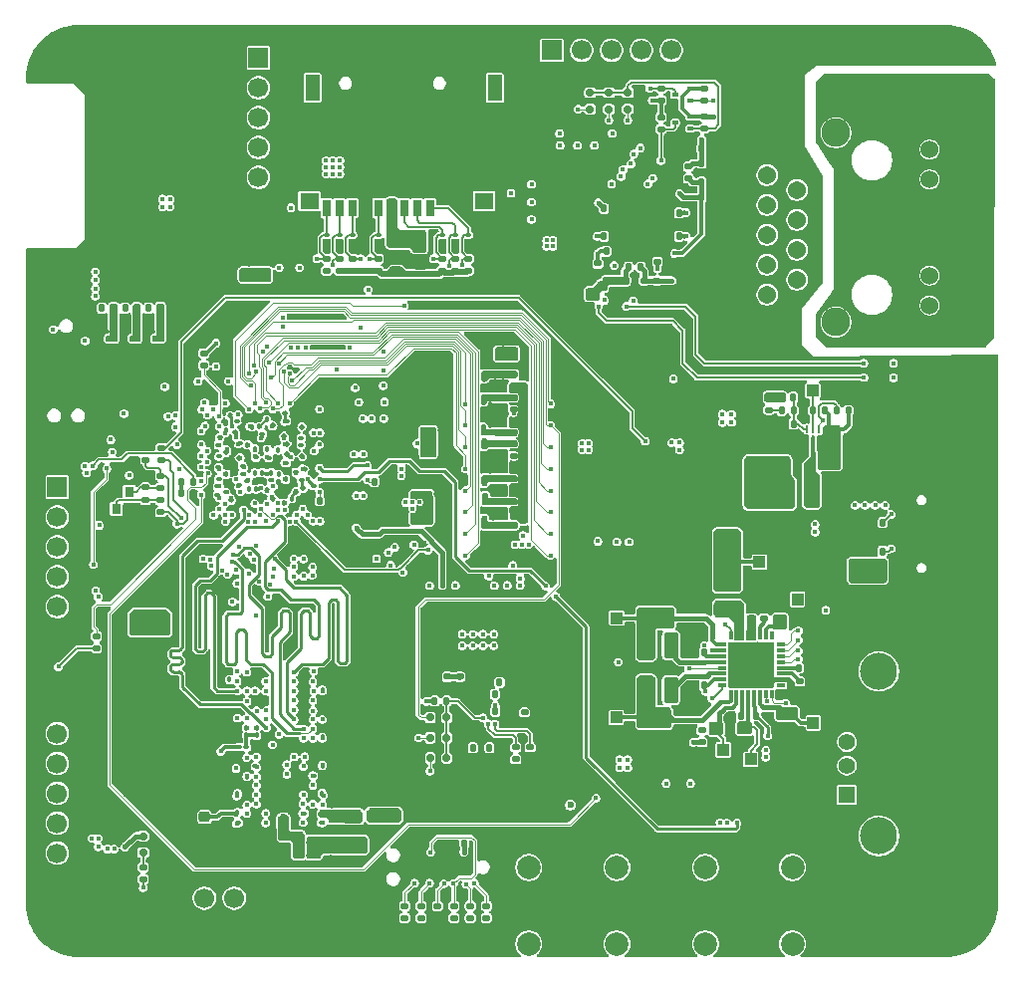
<source format=gbr>
%TF.GenerationSoftware,KiCad,Pcbnew,9.0.1*%
%TF.CreationDate,2026-01-05T16:28:52-05:00*%
%TF.ProjectId,Leonhart,4c656f6e-6861-4727-942e-6b696361645f,rev?*%
%TF.SameCoordinates,Original*%
%TF.FileFunction,Copper,L8,Bot*%
%TF.FilePolarity,Positive*%
%FSLAX46Y46*%
G04 Gerber Fmt 4.6, Leading zero omitted, Abs format (unit mm)*
G04 Created by KiCad (PCBNEW 9.0.1) date 2026-01-05 16:28:52*
%MOMM*%
%LPD*%
G01*
G04 APERTURE LIST*
G04 Aperture macros list*
%AMRoundRect*
0 Rectangle with rounded corners*
0 $1 Rounding radius*
0 $2 $3 $4 $5 $6 $7 $8 $9 X,Y pos of 4 corners*
0 Add a 4 corners polygon primitive as box body*
4,1,4,$2,$3,$4,$5,$6,$7,$8,$9,$2,$3,0*
0 Add four circle primitives for the rounded corners*
1,1,$1+$1,$2,$3*
1,1,$1+$1,$4,$5*
1,1,$1+$1,$6,$7*
1,1,$1+$1,$8,$9*
0 Add four rect primitives between the rounded corners*
20,1,$1+$1,$2,$3,$4,$5,0*
20,1,$1+$1,$4,$5,$6,$7,0*
20,1,$1+$1,$6,$7,$8,$9,0*
20,1,$1+$1,$8,$9,$2,$3,0*%
G04 Aperture macros list end*
%TA.AperFunction,HeatsinkPad*%
%ADD10O,2.100000X1.000000*%
%TD*%
%TA.AperFunction,HeatsinkPad*%
%ADD11O,1.600000X1.000000*%
%TD*%
%TA.AperFunction,ComponentPad*%
%ADD12R,1.400000X1.400000*%
%TD*%
%TA.AperFunction,ComponentPad*%
%ADD13C,1.400000*%
%TD*%
%TA.AperFunction,ComponentPad*%
%ADD14C,3.150000*%
%TD*%
%TA.AperFunction,ComponentPad*%
%ADD15C,1.540000*%
%TD*%
%TA.AperFunction,ComponentPad*%
%ADD16C,1.530000*%
%TD*%
%TA.AperFunction,ComponentPad*%
%ADD17C,2.445000*%
%TD*%
%TA.AperFunction,ComponentPad*%
%ADD18C,2.000000*%
%TD*%
%TA.AperFunction,ComponentPad*%
%ADD19R,1.700000X1.700000*%
%TD*%
%TA.AperFunction,ComponentPad*%
%ADD20C,1.700000*%
%TD*%
%TA.AperFunction,SMDPad,CuDef*%
%ADD21RoundRect,0.135000X-0.185000X0.135000X-0.185000X-0.135000X0.185000X-0.135000X0.185000X0.135000X0*%
%TD*%
%TA.AperFunction,SMDPad,CuDef*%
%ADD22RoundRect,0.150000X-0.200000X0.150000X-0.200000X-0.150000X0.200000X-0.150000X0.200000X0.150000X0*%
%TD*%
%TA.AperFunction,SMDPad,CuDef*%
%ADD23RoundRect,0.140000X0.170000X-0.140000X0.170000X0.140000X-0.170000X0.140000X-0.170000X-0.140000X0*%
%TD*%
%TA.AperFunction,SMDPad,CuDef*%
%ADD24RoundRect,0.100000X0.100000X-0.130000X0.100000X0.130000X-0.100000X0.130000X-0.100000X-0.130000X0*%
%TD*%
%TA.AperFunction,SMDPad,CuDef*%
%ADD25RoundRect,0.135000X0.185000X-0.135000X0.185000X0.135000X-0.185000X0.135000X-0.185000X-0.135000X0*%
%TD*%
%TA.AperFunction,SMDPad,CuDef*%
%ADD26RoundRect,0.140000X-0.170000X0.140000X-0.170000X-0.140000X0.170000X-0.140000X0.170000X0.140000X0*%
%TD*%
%TA.AperFunction,SMDPad,CuDef*%
%ADD27RoundRect,0.140000X0.140000X0.170000X-0.140000X0.170000X-0.140000X-0.170000X0.140000X-0.170000X0*%
%TD*%
%TA.AperFunction,SMDPad,CuDef*%
%ADD28RoundRect,0.100000X-0.100000X0.130000X-0.100000X-0.130000X0.100000X-0.130000X0.100000X0.130000X0*%
%TD*%
%TA.AperFunction,SMDPad,CuDef*%
%ADD29R,1.000000X1.000000*%
%TD*%
%TA.AperFunction,SMDPad,CuDef*%
%ADD30RoundRect,0.100000X-0.160082X-0.035690X0.075558X-0.145571X0.160082X0.035690X-0.075558X0.145571X0*%
%TD*%
%TA.AperFunction,SMDPad,CuDef*%
%ADD31RoundRect,0.140000X-0.140000X-0.170000X0.140000X-0.170000X0.140000X0.170000X-0.140000X0.170000X0*%
%TD*%
%TA.AperFunction,SMDPad,CuDef*%
%ADD32RoundRect,0.135000X-0.135000X-0.185000X0.135000X-0.185000X0.135000X0.185000X-0.135000X0.185000X0*%
%TD*%
%TA.AperFunction,SMDPad,CuDef*%
%ADD33RoundRect,0.100000X0.130000X0.100000X-0.130000X0.100000X-0.130000X-0.100000X0.130000X-0.100000X0*%
%TD*%
%TA.AperFunction,SMDPad,CuDef*%
%ADD34RoundRect,0.135000X0.135000X0.185000X-0.135000X0.185000X-0.135000X-0.185000X0.135000X-0.185000X0*%
%TD*%
%TA.AperFunction,SMDPad,CuDef*%
%ADD35RoundRect,0.100000X-0.130000X-0.100000X0.130000X-0.100000X0.130000X0.100000X-0.130000X0.100000X0*%
%TD*%
%TA.AperFunction,SMDPad,CuDef*%
%ADD36R,0.800000X0.900000*%
%TD*%
%TA.AperFunction,SMDPad,CuDef*%
%ADD37RoundRect,0.100000X-0.021213X-0.162635X0.162635X0.021213X0.021213X0.162635X-0.162635X-0.021213X0*%
%TD*%
%TA.AperFunction,SMDPad,CuDef*%
%ADD38RoundRect,0.100000X-0.162635X0.021213X0.021213X-0.162635X0.162635X-0.021213X-0.021213X0.162635X0*%
%TD*%
%TA.AperFunction,SMDPad,CuDef*%
%ADD39R,0.300000X0.800000*%
%TD*%
%TA.AperFunction,SMDPad,CuDef*%
%ADD40R,0.800000X0.300000*%
%TD*%
%TA.AperFunction,SMDPad,CuDef*%
%ADD41R,3.800000X3.800000*%
%TD*%
%TA.AperFunction,SMDPad,CuDef*%
%ADD42RoundRect,0.150000X0.150000X0.200000X-0.150000X0.200000X-0.150000X-0.200000X0.150000X-0.200000X0*%
%TD*%
%TA.AperFunction,SMDPad,CuDef*%
%ADD43RoundRect,0.100000X0.121055X-0.110660X0.075907X0.145390X-0.121055X0.110660X-0.075907X-0.145390X0*%
%TD*%
%TA.AperFunction,SMDPad,CuDef*%
%ADD44RoundRect,0.225000X-0.250000X0.225000X-0.250000X-0.225000X0.250000X-0.225000X0.250000X0.225000X0*%
%TD*%
%TA.AperFunction,SMDPad,CuDef*%
%ADD45RoundRect,0.045000X-0.205000X0.105000X-0.205000X-0.105000X0.205000X-0.105000X0.205000X0.105000X0*%
%TD*%
%TA.AperFunction,SMDPad,CuDef*%
%ADD46RoundRect,0.250000X0.250000X0.475000X-0.250000X0.475000X-0.250000X-0.475000X0.250000X-0.475000X0*%
%TD*%
%TA.AperFunction,SMDPad,CuDef*%
%ADD47RoundRect,0.100000X0.138221X0.088289X-0.120790X0.110950X-0.138221X-0.088289X0.120790X-0.110950X0*%
%TD*%
%TA.AperFunction,SMDPad,CuDef*%
%ADD48RoundRect,0.100000X-0.155000X-0.100000X0.155000X-0.100000X0.155000X0.100000X-0.155000X0.100000X0*%
%TD*%
%TA.AperFunction,SMDPad,CuDef*%
%ADD49RoundRect,0.100000X-0.156480X0.049132X-0.007350X-0.163847X0.156480X-0.049132X0.007350X0.163847X0*%
%TD*%
%TA.AperFunction,SMDPad,CuDef*%
%ADD50R,0.700000X1.400000*%
%TD*%
%TA.AperFunction,SMDPad,CuDef*%
%ADD51R,1.600000X1.400000*%
%TD*%
%TA.AperFunction,SMDPad,CuDef*%
%ADD52R,1.200000X2.200000*%
%TD*%
%TA.AperFunction,SMDPad,CuDef*%
%ADD53RoundRect,0.250000X-0.625000X0.312500X-0.625000X-0.312500X0.625000X-0.312500X0.625000X0.312500X0*%
%TD*%
%TA.AperFunction,SMDPad,CuDef*%
%ADD54RoundRect,0.250000X-0.650000X0.325000X-0.650000X-0.325000X0.650000X-0.325000X0.650000X0.325000X0*%
%TD*%
%TA.AperFunction,SMDPad,CuDef*%
%ADD55RoundRect,0.250000X0.375000X0.850000X-0.375000X0.850000X-0.375000X-0.850000X0.375000X-0.850000X0*%
%TD*%
%TA.AperFunction,SMDPad,CuDef*%
%ADD56RoundRect,0.250000X-0.475000X0.250000X-0.475000X-0.250000X0.475000X-0.250000X0.475000X0.250000X0*%
%TD*%
%TA.AperFunction,SMDPad,CuDef*%
%ADD57RoundRect,0.100000X0.021603X-0.162583X0.151603X0.062583X-0.021603X0.162583X-0.151603X-0.062583X0*%
%TD*%
%TA.AperFunction,SMDPad,CuDef*%
%ADD58RoundRect,0.062500X-0.062500X0.237500X-0.062500X-0.237500X0.062500X-0.237500X0.062500X0.237500X0*%
%TD*%
%TA.AperFunction,SMDPad,CuDef*%
%ADD59RoundRect,0.050000X-0.050000X0.450000X-0.050000X-0.450000X0.050000X-0.450000X0.050000X0.450000X0*%
%TD*%
%TA.AperFunction,SMDPad,CuDef*%
%ADD60RoundRect,0.100000X0.156480X-0.049132X0.007350X0.163847X-0.156480X0.049132X-0.007350X-0.163847X0*%
%TD*%
%TA.AperFunction,SMDPad,CuDef*%
%ADD61RoundRect,0.225000X0.250000X-0.225000X0.250000X0.225000X-0.250000X0.225000X-0.250000X-0.225000X0*%
%TD*%
%TA.AperFunction,SMDPad,CuDef*%
%ADD62RoundRect,0.100000X0.049507X-0.156362X0.138432X0.087958X-0.049507X0.156362X-0.138432X-0.087958X0*%
%TD*%
%TA.AperFunction,SMDPad,CuDef*%
%ADD63RoundRect,0.250000X0.850000X-0.375000X0.850000X0.375000X-0.850000X0.375000X-0.850000X-0.375000X0*%
%TD*%
%TA.AperFunction,SMDPad,CuDef*%
%ADD64RoundRect,0.100000X-0.087958X-0.138432X0.156362X-0.049507X0.087958X0.138432X-0.156362X0.049507X0*%
%TD*%
%TA.AperFunction,SMDPad,CuDef*%
%ADD65RoundRect,0.100000X-0.075558X-0.145571X0.160082X-0.035690X0.075558X0.145571X-0.160082X0.035690X0*%
%TD*%
%TA.AperFunction,SMDPad,CuDef*%
%ADD66RoundRect,0.250000X0.475000X-0.250000X0.475000X0.250000X-0.475000X0.250000X-0.475000X-0.250000X0*%
%TD*%
%TA.AperFunction,SMDPad,CuDef*%
%ADD67RoundRect,0.100000X-0.049507X0.156362X-0.138432X-0.087958X0.049507X-0.156362X0.138432X0.087958X0*%
%TD*%
%TA.AperFunction,ViaPad*%
%ADD68C,0.450000*%
%TD*%
%TA.AperFunction,ViaPad*%
%ADD69C,0.400000*%
%TD*%
%TA.AperFunction,ViaPad*%
%ADD70C,0.600000*%
%TD*%
%TA.AperFunction,Conductor*%
%ADD71C,0.100000*%
%TD*%
%TA.AperFunction,Conductor*%
%ADD72C,0.156500*%
%TD*%
%TA.AperFunction,Conductor*%
%ADD73C,0.254000*%
%TD*%
%TA.AperFunction,Conductor*%
%ADD74C,0.400000*%
%TD*%
%TA.AperFunction,Conductor*%
%ADD75C,0.350000*%
%TD*%
%TA.AperFunction,Conductor*%
%ADD76C,0.200000*%
%TD*%
%TA.AperFunction,Conductor*%
%ADD77C,0.250000*%
%TD*%
%TA.AperFunction,Conductor*%
%ADD78C,0.300000*%
%TD*%
%TA.AperFunction,Conductor*%
%ADD79C,0.152000*%
%TD*%
%TA.AperFunction,Conductor*%
%ADD80C,0.203000*%
%TD*%
%TA.AperFunction,Conductor*%
%ADD81C,0.150000*%
%TD*%
%TA.AperFunction,Conductor*%
%ADD82C,0.500000*%
%TD*%
%TA.AperFunction,Conductor*%
%ADD83C,0.240300*%
%TD*%
%TA.AperFunction,Conductor*%
%ADD84C,0.118400*%
%TD*%
%TA.AperFunction,Conductor*%
%ADD85C,0.102000*%
%TD*%
%TA.AperFunction,Conductor*%
%ADD86C,0.081000*%
%TD*%
G04 APERTURE END LIST*
D10*
%TO.P,J6001,S1,SHIELD*%
%TO.N,GND*%
X199645000Y-130640000D03*
D11*
X203825000Y-130640000D03*
D10*
X199645000Y-122000000D03*
D11*
X203825000Y-122000000D03*
%TD*%
D12*
%TO.P,J6002,1,VBUS*%
%TO.N,/USB and SD [6]/USB_A_VBUS*%
X193835000Y-148500000D03*
D13*
%TO.P,J6002,2,D-*%
%TO.N,/USB and SD [6]/USB_A_DN*%
X193835000Y-146000000D03*
%TO.P,J6002,3,D+*%
%TO.N,/USB and SD [6]/USB_A_DP*%
X193835000Y-144000000D03*
%TO.P,J6002,4,GND*%
%TO.N,GND*%
X193835000Y-141500000D03*
D14*
%TO.P,J6002,MH1*%
%TO.N,N/C*%
X196545000Y-152000000D03*
%TO.P,J6002,MH2*%
X196545000Y-138000000D03*
%TD*%
D15*
%TO.P,U5001,1,VCC*%
%TO.N,unconnected-(U5001-VCC-Pad1)*%
X187060000Y-105980000D03*
%TO.P,U5001,2,MD0+*%
%TO.N,/Ethernet [5]/ETH_MD0+*%
X189600000Y-104710000D03*
%TO.P,U5001,3,MD0-*%
%TO.N,/Ethernet [5]/ETH_MD0-*%
X187060000Y-103440000D03*
%TO.P,U5001,4,MD1+*%
%TO.N,/Ethernet [5]/ETH_MD1+*%
X189600000Y-102170000D03*
%TO.P,U5001,5,MD2+*%
%TO.N,/Ethernet [5]/ETH_MD2+*%
X187060000Y-100900000D03*
%TO.P,U5001,6,MD2-*%
%TO.N,/Ethernet [5]/ETH_MD2-*%
X189600000Y-99630000D03*
%TO.P,U5001,7,MD1-*%
%TO.N,/Ethernet [5]/ETH_MD1-*%
X187060000Y-98360000D03*
%TO.P,U5001,8,MD3+*%
%TO.N,/Ethernet [5]/ETH_MD3+*%
X189600000Y-97090000D03*
%TO.P,U5001,9,MD3-*%
%TO.N,/Ethernet [5]/ETH_MD3-*%
X187060000Y-95820000D03*
%TO.P,U5001,10,GND*%
%TO.N,GND*%
X189600000Y-94550000D03*
D16*
%TO.P,U5001,11,LED_GREEN_A*%
%TO.N,VDD_3V3*%
X200850000Y-93640000D03*
%TO.P,U5001,12,LED_GREEN_K*%
%TO.N,/Ethernet [5]/ETH_LED_GREEN_K*%
X200850000Y-96180000D03*
%TO.P,U5001,13,LED_YELLOW_K*%
%TO.N,/Ethernet [5]/ETH_LED_YELLOW_K*%
X200850000Y-104350000D03*
%TO.P,U5001,14,LED_YELLOW_A*%
%TO.N,VDD_3V3*%
X200850000Y-106890000D03*
D17*
%TO.P,U5001,15*%
%TO.N,N/C*%
X192900000Y-92215000D03*
%TO.P,U5001,16*%
X192900000Y-108315000D03*
%TD*%
D18*
%TO.P,SW7001,1,1*%
%TO.N,GND*%
X178780000Y-154675000D03*
%TO.P,SW7001,2,2*%
X178780000Y-161175000D03*
%TO.P,SW7001,3,K*%
%TO.N,PWR_BTN*%
X174280000Y-154675000D03*
%TO.P,SW7001,4,A*%
X174280000Y-161175000D03*
%TD*%
%TO.P,SW7003,1,1*%
%TO.N,GND*%
X186300000Y-154675000D03*
%TO.P,SW7003,2,2*%
X186300000Y-161175000D03*
%TO.P,SW7003,3,K*%
%TO.N,USER_BTN*%
X181800000Y-154675000D03*
%TO.P,SW7003,4,A*%
X181800000Y-161175000D03*
%TD*%
D19*
%TO.P,J2003,1,Pin_1*%
%TO.N,/Zigbee+Thread [2]/MGM_SPI0_MOSI*%
X143800000Y-85840000D03*
D20*
%TO.P,J2003,2,Pin_2*%
%TO.N,/Zigbee+Thread [2]/MGM_SPI0_MISO*%
X143800000Y-88380000D03*
%TO.P,J2003,3,Pin_3*%
%TO.N,/Zigbee+Thread [2]/MGM_SPI0_CLK*%
X143800000Y-90920000D03*
%TO.P,J2003,4,Pin_4*%
%TO.N,/Zigbee+Thread [2]/MGM_SPI0_CS*%
X143800000Y-93460000D03*
%TO.P,J2003,5,Pin_5*%
%TO.N,/Zigbee+Thread [2]/MGM_SPI0_IRQ*%
X143800000Y-96000000D03*
%TO.P,J2003,6,Pin_6*%
%TO.N,GND*%
X143800000Y-98540000D03*
%TD*%
D19*
%TO.P,J1004,1,Pin_1*%
%TO.N,/Host System [1]/SPI0_MOSI*%
X126700000Y-122340000D03*
D20*
%TO.P,J1004,2,Pin_2*%
%TO.N,/Host System [1]/SPI0_MISO*%
X126700000Y-124880000D03*
%TO.P,J1004,3,Pin_3*%
%TO.N,/Host System [1]/SPI0_CLK*%
X126700000Y-127420000D03*
%TO.P,J1004,4,Pin_4*%
%TO.N,/Host System [1]/SPI0_IRQ*%
X126700000Y-129960000D03*
%TO.P,J1004,5,Pin_5*%
%TO.N,/Host System [1]/SPI0_CS*%
X126700000Y-132500000D03*
%TO.P,J1004,6,Pin_6*%
%TO.N,GND*%
X126700000Y-135040000D03*
%TD*%
D18*
%TO.P,SW7002,1,1*%
%TO.N,GND*%
X193698402Y-154675000D03*
%TO.P,SW7002,2,2*%
X193698402Y-161175000D03*
%TO.P,SW7002,3,K*%
%TO.N,MCU_PORz*%
X189198402Y-154675000D03*
%TO.P,SW7002,4,A*%
X189198402Y-161175000D03*
%TD*%
D19*
%TO.P,J2002,1,Pin_1*%
%TO.N,VDD_MGM*%
X168740000Y-85200000D03*
D20*
%TO.P,J2002,2,Pin_2*%
%TO.N,/Zigbee+Thread [2]/MGM_UART_TXD*%
X171280000Y-85200000D03*
%TO.P,J2002,3,Pin_3*%
%TO.N,/Zigbee+Thread [2]/MGM_UART_RXD*%
X173820000Y-85200000D03*
%TO.P,J2002,4,Pin_4*%
%TO.N,/Zigbee+Thread [2]/MGM_UART_RTSn*%
X176360000Y-85200000D03*
%TO.P,J2002,5,Pin_5*%
%TO.N,/Zigbee+Thread [2]/MGM_UART_CTSn*%
X178900000Y-85200000D03*
%TO.P,J2002,6,Pin_6*%
%TO.N,GND*%
X181440000Y-85200000D03*
%TD*%
D19*
%TO.P,J1003,1,Pin_1*%
%TO.N,GND*%
X136680000Y-157290000D03*
D20*
%TO.P,J1003,2,Pin_2*%
%TO.N,/Host System [1]/UART0_RXD_HEADER*%
X139220000Y-157290000D03*
%TO.P,J1003,3,Pin_3*%
%TO.N,/Host System [1]/UART0_TXD_HEADER*%
X141760000Y-157290000D03*
%TD*%
D18*
%TO.P,SW7004,1,1*%
%TO.N,GND*%
X171280000Y-154675000D03*
%TO.P,SW7004,2,2*%
X171280000Y-161175000D03*
%TO.P,SW7004,3,K*%
%TO.N,MGM_RESETn*%
X166780000Y-154675000D03*
%TO.P,SW7004,4,A*%
X166780000Y-161175000D03*
%TD*%
D19*
%TO.P,J1001,1,Pin_1*%
%TO.N,GND*%
X126700000Y-140750000D03*
D20*
%TO.P,J1001,2,Pin_2*%
%TO.N,VDD_3V3*%
X126700000Y-143290000D03*
%TO.P,J1001,3,Pin_3*%
%TO.N,/Host System [1]/UART5_RXD*%
X126700000Y-145830000D03*
%TO.P,J1001,4,Pin_4*%
%TO.N,/Host System [1]/UART5_TXD*%
X126700000Y-148370000D03*
%TO.P,J1001,5,Pin_5*%
%TO.N,/Host System [1]/UART5_CTSn*%
X126700000Y-150910000D03*
%TO.P,J1001,6,Pin_6*%
%TO.N,/Host System [1]/UART5_RTSn*%
X126700000Y-153450000D03*
%TD*%
D21*
%TO.P,R1061,1*%
%TO.N,/Host System [1]/SOC_TRST#*%
X159032000Y-157960000D03*
%TO.P,R1061,2*%
%TO.N,GND*%
X159032000Y-158980000D03*
%TD*%
D22*
%TO.P,D1004,1,K*%
%TO.N,/Host System [1]/UART0_RXD_PU*%
X134010000Y-153410000D03*
%TO.P,D1004,2,A*%
%TO.N,VDD_3V3*%
X134010000Y-152010000D03*
%TD*%
D23*
%TO.P,C3002,1*%
%TO.N,VSYS_5V*%
X185750000Y-133510000D03*
%TO.P,C3002,2*%
%TO.N,GND*%
X185750000Y-132550000D03*
%TD*%
D24*
%TO.P,C3074,1*%
%TO.N,VDD_3V3*%
X142970000Y-104000000D03*
%TO.P,C3074,2*%
%TO.N,GND*%
X142970001Y-103360000D03*
%TD*%
D21*
%TO.P,R1019,1*%
%TO.N,VDD_3V3*%
X139160000Y-110970000D03*
%TO.P,R1019,2*%
%TO.N,/Host System [1]/RESET_REQZ*%
X139160000Y-111990000D03*
%TD*%
D25*
%TO.P,R6026,1*%
%TO.N,VDD_SD*%
X159440000Y-103945000D03*
%TO.P,R6026,2*%
%TO.N,/USB and SD [6]/SD_CMD*%
X159440000Y-102925000D03*
%TD*%
D26*
%TO.P,C3015,1*%
%TO.N,VDDA_1V8*%
X185450000Y-142760000D03*
%TO.P,C3015,2*%
%TO.N,GND*%
X185450000Y-143720000D03*
%TD*%
D25*
%TO.P,R3013,1*%
%TO.N,Net-(R3012-Pad2)*%
X187190625Y-115770000D03*
%TO.P,R3013,2*%
%TO.N,VDD_3V3*%
X187190625Y-114750000D03*
%TD*%
D27*
%TO.P,C3012,1*%
%TO.N,VDD_3V3*%
X184805000Y-141770000D03*
%TO.P,C3012,2*%
%TO.N,GND*%
X183845000Y-141770000D03*
%TD*%
D28*
%TO.P,C3047,1*%
%TO.N,VDD_CORE*%
X146630000Y-123325000D03*
%TO.P,C3047,2*%
%TO.N,GND*%
X146630000Y-123965000D03*
%TD*%
%TO.P,C4020,1*%
%TO.N,DDR_VREFCA*%
X152763492Y-153239984D03*
%TO.P,C4020,2*%
%TO.N,GND*%
X152763492Y-153879984D03*
%TD*%
D23*
%TO.P,C3099,1*%
%TO.N,VDDA_1V8_USB*%
X164375000Y-121632200D03*
%TO.P,C3099,2*%
%TO.N,GND*%
X164375000Y-120672200D03*
%TD*%
D27*
%TO.P,C6005,1*%
%TO.N,VDD_1V8*%
X162050000Y-144495000D03*
%TO.P,C6005,2*%
%TO.N,GND*%
X161090000Y-144495000D03*
%TD*%
D24*
%TO.P,C3062,1*%
%TO.N,VDD_1V8*%
X164570000Y-110740000D03*
%TO.P,C3062,2*%
%TO.N,GND*%
X164570000Y-110100000D03*
%TD*%
D29*
%TO.P,TP3006,1,1*%
%TO.N,VDDA_1V8*%
X185663000Y-145473000D03*
%TD*%
D25*
%TO.P,FB3003,1*%
%TO.N,VDD_CORE*%
X165500000Y-119675000D03*
%TO.P,FB3003,2*%
%TO.N,VDDA_CORE_USB*%
X165500000Y-118655000D03*
%TD*%
D30*
%TO.P,C3120,1*%
%TO.N,VDDA_1V8*%
X141489981Y-123464760D03*
%TO.P,C3120,2*%
%TO.N,GND*%
X142070019Y-123735237D03*
%TD*%
D31*
%TO.P,C5006,1*%
%TO.N,VDD_3V3*%
X181480000Y-93525000D03*
%TO.P,C5006,2*%
%TO.N,GND*%
X182440000Y-93525000D03*
%TD*%
D24*
%TO.P,C4007,1*%
%TO.N,VDD_1V2*%
X149233492Y-143609984D03*
%TO.P,C4007,2*%
%TO.N,GND*%
X149233492Y-142969984D03*
%TD*%
D27*
%TO.P,C3005,1*%
%TO.N,VSYS_5V*%
X181680000Y-136400000D03*
%TO.P,C3005,2*%
%TO.N,GND*%
X180720000Y-136400000D03*
%TD*%
D24*
%TO.P,C3077,1*%
%TO.N,VDD_3V3*%
X143260000Y-117230000D03*
%TO.P,C3077,2*%
%TO.N,GND*%
X143260000Y-116590000D03*
%TD*%
D25*
%TO.P,R1057,1*%
%TO.N,VDD_1V8*%
X157644000Y-158980000D03*
%TO.P,R1057,2*%
%TO.N,/Host System [1]/SOC_TDI*%
X157644000Y-157960000D03*
%TD*%
D31*
%TO.P,C5004,1*%
%TO.N,VDD3V3_ETH*%
X181480000Y-96400000D03*
%TO.P,C5004,2*%
%TO.N,GND*%
X182440000Y-96400000D03*
%TD*%
D28*
%TO.P,C3102,1*%
%TO.N,VDDA_PLL1*%
X163900000Y-112750000D03*
%TO.P,C3102,2*%
%TO.N,GND*%
X163900000Y-113390000D03*
%TD*%
D32*
%TO.P,R3009,1*%
%TO.N,/Power Circuitry [3]/VDD_SoC_VPP*%
X137260000Y-122850000D03*
%TO.P,R3009,2*%
%TO.N,GND*%
X138280000Y-122850000D03*
%TD*%
D33*
%TO.P,C4018,1*%
%TO.N,DDR_VREFCA*%
X148124492Y-152569984D03*
%TO.P,C4018,2*%
%TO.N,VDD_1V2*%
X147484492Y-152569984D03*
%TD*%
%TO.P,C3116,1*%
%TO.N,VDD_CANUART*%
X140315000Y-122995000D03*
%TO.P,C3116,2*%
%TO.N,GND*%
X139675000Y-122995000D03*
%TD*%
%TO.P,C3076,1*%
%TO.N,VDD_3V3*%
X140465000Y-119725000D03*
%TO.P,C3076,2*%
%TO.N,GND*%
X139825000Y-119725000D03*
%TD*%
D25*
%TO.P,FB3006,1*%
%TO.N,VDD_CORE*%
X165500000Y-115730000D03*
%TO.P,FB3006,2*%
%TO.N,VDDA_CORE_CSI*%
X165500000Y-114710000D03*
%TD*%
D28*
%TO.P,C4021,1*%
%TO.N,DDR_VREFCA*%
X151383492Y-153234984D03*
%TO.P,C4021,2*%
%TO.N,GND*%
X151383492Y-153874984D03*
%TD*%
D26*
%TO.P,C3014,1*%
%TO.N,VDDR_CORE*%
X188175000Y-141600554D03*
%TO.P,C3014,2*%
%TO.N,GND*%
X188175000Y-142560554D03*
%TD*%
D34*
%TO.P,R6016,1*%
%TO.N,/USB and SD [6]/USB_C_CC1*%
X196860000Y-127790000D03*
%TO.P,R6016,2*%
%TO.N,GND*%
X195840000Y-127790000D03*
%TD*%
D31*
%TO.P,C5005,1*%
%TO.N,VDD_3V3*%
X181480000Y-94800000D03*
%TO.P,C5005,2*%
%TO.N,GND*%
X182440000Y-94800000D03*
%TD*%
D33*
%TO.P,C3031,1*%
%TO.N,/Power Circuitry [3]/CAP_VDDS_CANUART*%
X140315000Y-122270000D03*
%TO.P,C3031,2*%
%TO.N,GND*%
X139675000Y-122270000D03*
%TD*%
D35*
%TO.P,C3038,1*%
%TO.N,VDD_CORE*%
X144675000Y-119834999D03*
%TO.P,C3038,2*%
%TO.N,GND*%
X145315000Y-119834999D03*
%TD*%
%TO.P,C4013,1*%
%TO.N,VDD_1V2*%
X142118492Y-150869984D03*
%TO.P,C4013,2*%
%TO.N,GND*%
X142758492Y-150869984D03*
%TD*%
D33*
%TO.P,C3070,1*%
%TO.N,VDD_1V8*%
X140440000Y-121645000D03*
%TO.P,C3070,2*%
%TO.N,GND*%
X139800000Y-121645000D03*
%TD*%
D23*
%TO.P,C3013,1*%
%TO.N,VDD_SD*%
X187900000Y-133505000D03*
%TO.P,C3013,2*%
%TO.N,GND*%
X187900000Y-132545000D03*
%TD*%
D21*
%TO.P,R1053,1*%
%TO.N,GND*%
X134220000Y-118990000D03*
%TO.P,R1053,2*%
%TO.N,/Host System [1]/MCU_OSC0_XO*%
X134220000Y-120010000D03*
%TD*%
D26*
%TO.P,C3082,1*%
%TO.N,VDD_1V2*%
X134980000Y-134535000D03*
%TO.P,C3082,2*%
%TO.N,GND*%
X134980000Y-135495000D03*
%TD*%
D21*
%TO.P,FB3002,1*%
%TO.N,VDDA_1V8*%
X165500000Y-124538400D03*
%TO.P,FB3002,2*%
%TO.N,VDDA_PLL0*%
X165500000Y-125558400D03*
%TD*%
D27*
%TO.P,C5009,1*%
%TO.N,VDD1V0_ETH*%
X179560000Y-101010000D03*
%TO.P,C5009,2*%
%TO.N,GND*%
X178600000Y-101010000D03*
%TD*%
D29*
%TO.P,TP3007,1,1*%
%TO.N,VDD_2V5*%
X183319000Y-144674000D03*
%TD*%
D36*
%TO.P,X1002,1,1*%
%TO.N,Net-(C1006-Pad1)*%
X132840000Y-122760000D03*
%TO.P,X1002,2,2*%
%TO.N,GND*%
X132840000Y-124160000D03*
%TO.P,X1002,3,3*%
%TO.N,Net-(C1005-Pad1)*%
X131740000Y-124160000D03*
%TO.P,X1002,4,4*%
%TO.N,GND*%
X131740000Y-122760000D03*
%TD*%
D24*
%TO.P,C3054,1*%
%TO.N,VDDR_CORE*%
X144900000Y-121115000D03*
%TO.P,C3054,2*%
%TO.N,GND*%
X144900000Y-120475000D03*
%TD*%
D37*
%TO.P,C3107,1*%
%TO.N,VDDA_CORE_CSI*%
X146230000Y-119535000D03*
%TO.P,C3107,2*%
%TO.N,GND*%
X146682549Y-119082451D03*
%TD*%
D33*
%TO.P,C3065,1*%
%TO.N,VDD_1V8*%
X140400000Y-120665000D03*
%TO.P,C3065,2*%
%TO.N,GND*%
X139760000Y-120665000D03*
%TD*%
D21*
%TO.P,R1059,1*%
%TO.N,/Host System [1]/UART0_RXD_PU*%
X134010000Y-154670000D03*
%TO.P,R1059,2*%
%TO.N,/Host System [1]/UART0_RXD_HEADER*%
X134010000Y-155690000D03*
%TD*%
D31*
%TO.P,C3033,1*%
%TO.N,VDD_CORE*%
X158240000Y-123930000D03*
%TO.P,C3033,2*%
%TO.N,GND*%
X159200000Y-123930000D03*
%TD*%
%TO.P,C6003,1*%
%TO.N,VDD_1V8*%
X163430000Y-144485000D03*
%TO.P,C6003,2*%
%TO.N,GND*%
X164390000Y-144485000D03*
%TD*%
D34*
%TO.P,R3014,1*%
%TO.N,/Power Circuitry [3]/VDD_3V3_FB*%
X189300625Y-116960000D03*
%TO.P,R3014,2*%
%TO.N,GND*%
X188280625Y-116960000D03*
%TD*%
D37*
%TO.P,C3069,1*%
%TO.N,VDD_1V8*%
X147518370Y-117215919D03*
%TO.P,C3069,2*%
%TO.N,GND*%
X147970919Y-116763370D03*
%TD*%
D38*
%TO.P,C3039,1*%
%TO.N,VDD_CORE*%
X147029081Y-122713370D03*
%TO.P,C3039,2*%
%TO.N,GND*%
X147481630Y-123165919D03*
%TD*%
D33*
%TO.P,C3060,1*%
%TO.N,VDDR_CORE*%
X142220001Y-118615000D03*
%TO.P,C3060,2*%
%TO.N,GND*%
X141579999Y-118615002D03*
%TD*%
D26*
%TO.P,C6014,1*%
%TO.N,VDD_3V3_SD*%
X156230000Y-101600000D03*
%TO.P,C6014,2*%
%TO.N,GND*%
X156230000Y-102560000D03*
%TD*%
D31*
%TO.P,C5008,1*%
%TO.N,VDD1V0_ETH*%
X173160000Y-98660000D03*
%TO.P,C5008,2*%
%TO.N,GND*%
X174120000Y-98660000D03*
%TD*%
D39*
%TO.P,U3001,1,FB_B1*%
%TO.N,VDD_CORE*%
X183950000Y-134950000D03*
%TO.P,U3001,2,LX_B1_1*%
%TO.N,/Power Circuitry [3]/PMIC_B1_O*%
X184450000Y-134950000D03*
%TO.P,U3001,3,LX_B1_2*%
X184950000Y-134950000D03*
%TO.P,U3001,4,PVIN_B1_1*%
%TO.N,VSYS_5V*%
X185450000Y-134950000D03*
%TO.P,U3001,5,PVIN_B1_1*%
X185950000Y-134950000D03*
%TO.P,U3001,6,PVIN_LDO1*%
%TO.N,VDD_3V3*%
X186450000Y-134950000D03*
%TO.P,U3001,7,VLDO1*%
%TO.N,VDD_SD*%
X186950000Y-134950000D03*
%TO.P,U3001,8,GPIO1*%
%TO.N,unconnected-(U3001-GPIO1-Pad8)*%
X187450000Y-134950000D03*
D40*
%TO.P,U3001,9,SDA*%
%TO.N,I2C0_SDA*%
X188200000Y-135700000D03*
%TO.P,U3001,10,SCL*%
%TO.N,I2C0_SCL*%
X188200000Y-136200000D03*
%TO.P,U3001,11,nINT*%
%TO.N,EXTINTn*%
X188200000Y-136700000D03*
%TO.P,U3001,12,VSEL_SD/VSEL_DDR*%
%TO.N,SD_VOLT_SEL*%
X188200000Y-137200000D03*
%TO.P,U3001,13,VSYS*%
%TO.N,VSYS_5V*%
X188200000Y-137700000D03*
%TO.P,U3001,14,VDD1P8*%
%TO.N,/Power Circuitry [3]/VDD1P8*%
X188200000Y-138200000D03*
%TO.P,U3001,15,AGND*%
%TO.N,GND*%
X188200000Y-138700000D03*
%TO.P,U3001,16,GPIO*%
%TO.N,unconnected-(U3001-GPIO-Pad16)*%
X188200000Y-139200000D03*
D39*
%TO.P,U3001,17,GPIO2*%
%TO.N,/Power Circuitry [3]/VDD_3V3_EN*%
X187450000Y-139950000D03*
%TO.P,U3001,18,nRSTOUT*%
%TO.N,MCU_PORz*%
X186950000Y-139950000D03*
%TO.P,U3001,19,VLDO2*%
%TO.N,VDDR_CORE*%
X186450000Y-139950000D03*
%TO.P,U3001,20,PVIN_LDO2*%
%TO.N,VDD_1V8*%
X185950000Y-139950000D03*
%TO.P,U3001,21,VLDO3*%
%TO.N,VDDA_1V8*%
X185450000Y-139950000D03*
%TO.P,U3001,22,PVIN_LDO34*%
%TO.N,VDD_3V3*%
X184950000Y-139950000D03*
%TO.P,U3001,23,VLDO4*%
%TO.N,VDD_2V5*%
X184450000Y-139950000D03*
%TO.P,U3001,24,FB_B3*%
%TO.N,VDD_1V2*%
X183950000Y-139950000D03*
D40*
%TO.P,U3001,25,EN/PB/VSENSE*%
%TO.N,PWR_BTN*%
X183200000Y-139200000D03*
%TO.P,U3001,26,PVIN_B3*%
%TO.N,VSYS_5V*%
X183200000Y-138700000D03*
%TO.P,U3001,27,LX_B3*%
%TO.N,/Power Circuitry [3]/PMIC_B3_O*%
X183200000Y-138200000D03*
%TO.P,U3001,28,MODE_RESET*%
%TO.N,RESETSTATz*%
X183200000Y-137700000D03*
%TO.P,U3001,29,LX_B2*%
%TO.N,/Power Circuitry [3]/PMIC_B2_O*%
X183200000Y-137200000D03*
%TO.P,U3001,30,PVIN_B2*%
%TO.N,VSYS_5V*%
X183200000Y-136700000D03*
%TO.P,U3001,31,MODE_STBY*%
%TO.N,PMIC_LPM_EN0*%
X183200000Y-136200000D03*
%TO.P,U3001,32,FB_B2*%
%TO.N,VDD_1V8*%
X183200000Y-135700000D03*
D41*
%TO.P,U3001,33,Thermal_Pad*%
%TO.N,GND*%
X185700000Y-137450000D03*
%TD*%
D24*
%TO.P,C3027,1*%
%TO.N,/Power Circuitry [3]/CAP_VDDS4*%
X146000000Y-123695000D03*
%TO.P,C3027,2*%
%TO.N,GND*%
X146000000Y-123055000D03*
%TD*%
D26*
%TO.P,C3096,1*%
%TO.N,VDDA_CORE_USB*%
X164375000Y-118650000D03*
%TO.P,C3096,2*%
%TO.N,GND*%
X164375000Y-119610000D03*
%TD*%
D32*
%TO.P,FB3009,1*%
%TO.N,VDD_CORE*%
X132480000Y-107130000D03*
%TO.P,FB3009,2*%
%TO.N,VDD_CANUART*%
X133500000Y-107130000D03*
%TD*%
D25*
%TO.P,R6028,1*%
%TO.N,VDD_SD*%
X151800000Y-103945000D03*
%TO.P,R6028,2*%
%TO.N,/USB and SD [6]/SD_D0*%
X151800000Y-102925000D03*
%TD*%
%TO.P,R6030,1*%
%TO.N,VDD_3V3*%
X149600000Y-103945000D03*
%TO.P,R6030,2*%
%TO.N,/USB and SD [6]/SD_CD*%
X149600000Y-102925000D03*
%TD*%
%TO.P,FB5001,1*%
%TO.N,VDD3V3_ETH*%
X180375000Y-96095000D03*
%TO.P,FB5001,2*%
%TO.N,VDD_3V3*%
X180375000Y-95075000D03*
%TD*%
D27*
%TO.P,C3114,1*%
%TO.N,VDD_CANUART*%
X133470000Y-108200000D03*
%TO.P,C3114,2*%
%TO.N,GND*%
X132510000Y-108200000D03*
%TD*%
D42*
%TO.P,D6003,1,K*%
%TO.N,EMMC_RSTn*%
X158410000Y-141925000D03*
%TO.P,D6003,2,A*%
%TO.N,/USB and SD [6]/EMMC_RST_N*%
X159810000Y-141925000D03*
%TD*%
D43*
%TO.P,C3028,1*%
%TO.N,/Power Circuitry [3]/CAP_VDDS5*%
X141086327Y-117538821D03*
%TO.P,C3028,2*%
%TO.N,GND*%
X140975192Y-116908544D03*
%TD*%
D21*
%TO.P,FB3004,1*%
%TO.N,VDDA_1V8*%
X165500000Y-120624200D03*
%TO.P,FB3004,2*%
%TO.N,VDDA_1V8_USB*%
X165500000Y-121644200D03*
%TD*%
D26*
%TO.P,C3083,1*%
%TO.N,VDD_1V2*%
X133690000Y-134545000D03*
%TO.P,C3083,2*%
%TO.N,GND*%
X133690000Y-135505000D03*
%TD*%
D24*
%TO.P,C3100,1*%
%TO.N,VDDA_1V8_USB*%
X163506600Y-121623400D03*
%TO.P,C3100,2*%
%TO.N,GND*%
X163506600Y-120983400D03*
%TD*%
D25*
%TO.P,R6024,1*%
%TO.N,VDD_SD*%
X161640000Y-103945000D03*
%TO.P,R6024,2*%
%TO.N,/USB and SD [6]/SD_D2*%
X161640000Y-102925000D03*
%TD*%
D26*
%TO.P,C5014,1*%
%TO.N,VDD1V8_ETH*%
X177680000Y-104770000D03*
%TO.P,C5014,2*%
%TO.N,GND*%
X177680000Y-105730000D03*
%TD*%
D24*
%TO.P,C3056,1*%
%TO.N,VDDR_CORE*%
X144550000Y-119115000D03*
%TO.P,C3056,2*%
%TO.N,GND*%
X144550000Y-118475000D03*
%TD*%
D22*
%TO.P,D5003,1,K*%
%TO.N,RESETSTATz*%
X173600000Y-90200000D03*
%TO.P,D5003,2,A*%
%TO.N,/Ethernet [5]/ETH_PHYRSTB_DRAIN*%
X173600000Y-88800000D03*
%TD*%
D33*
%TO.P,C3059,1*%
%TO.N,VDDR_CORE*%
X142480000Y-120575000D03*
%TO.P,C3059,2*%
%TO.N,GND*%
X141840000Y-120575000D03*
%TD*%
D34*
%TO.P,R6015,1*%
%TO.N,GND*%
X154700000Y-121865000D03*
%TO.P,R6015,2*%
%TO.N,/USB and SD [6]/USB0_RCALIB*%
X153680000Y-121865000D03*
%TD*%
D24*
%TO.P,C3036,1*%
%TO.N,VDD_CORE*%
X143500000Y-121135000D03*
%TO.P,C3036,2*%
%TO.N,GND*%
X143500000Y-120495000D03*
%TD*%
D35*
%TO.P,C3025,1*%
%TO.N,/Power Circuitry [3]/CAP_VDDS2*%
X147430000Y-118155000D03*
%TO.P,C3025,2*%
%TO.N,GND*%
X148070000Y-118155000D03*
%TD*%
D26*
%TO.P,C6015,1*%
%TO.N,VDD_3V3_SD*%
X155140000Y-101600000D03*
%TO.P,C6015,2*%
%TO.N,GND*%
X155140000Y-102560000D03*
%TD*%
D31*
%TO.P,C5015,1*%
%TO.N,VDD1V8_ETH*%
X173177000Y-101012000D03*
%TO.P,C5015,2*%
%TO.N,GND*%
X174137000Y-101012000D03*
%TD*%
D24*
%TO.P,C3091,1*%
%TO.N,VDDA_1V8_CSIRX*%
X163490400Y-117680000D03*
%TO.P,C3091,2*%
%TO.N,GND*%
X163490400Y-117040000D03*
%TD*%
D25*
%TO.P,R6012,1*%
%TO.N,VDD_1V8*%
X165670000Y-145465000D03*
%TO.P,R6012,2*%
%TO.N,/USB and SD [6]/EMMC_CMD*%
X165670000Y-144445000D03*
%TD*%
D28*
%TO.P,C3086,1*%
%TO.N,VDD_1V2*%
X142990000Y-122501000D03*
%TO.P,C3086,2*%
%TO.N,GND*%
X142990000Y-123141000D03*
%TD*%
D44*
%TO.P,C6006,1*%
%TO.N,VSYS_5V*%
X196000000Y-130050000D03*
%TO.P,C6006,2*%
%TO.N,GND*%
X196000000Y-131600000D03*
%TD*%
D23*
%TO.P,C6008,1*%
%TO.N,/USB and SD [6]/EMMC_VDDI*%
X160930000Y-138455000D03*
%TO.P,C6008,2*%
%TO.N,GND*%
X160930000Y-137495000D03*
%TD*%
D31*
%TO.P,C3017,1*%
%TO.N,VSYS_5V*%
X189775000Y-137700000D03*
%TO.P,C3017,2*%
%TO.N,GND*%
X190735000Y-137700000D03*
%TD*%
D24*
%TO.P,C3057,1*%
%TO.N,VDDR_CORE*%
X143490000Y-119070000D03*
%TO.P,C3057,2*%
%TO.N,GND*%
X143490000Y-118430000D03*
%TD*%
D45*
%TO.P,D6008,1,A1*%
%TO.N,GND*%
X159440000Y-101615000D03*
%TO.P,D6008,2,A2*%
%TO.N,/USB and SD [6]/SD_CMD*%
X159440000Y-100915000D03*
%TD*%
D21*
%TO.P,FB3001,1*%
%TO.N,VDDA_1V8*%
X165500000Y-116670000D03*
%TO.P,FB3001,2*%
%TO.N,VDDA_1V8_CSIRX*%
X165500000Y-117690000D03*
%TD*%
D33*
%TO.P,C3115,1*%
%TO.N,VDD_CANUART*%
X133410000Y-109110000D03*
%TO.P,C3115,2*%
%TO.N,GND*%
X132770000Y-109110000D03*
%TD*%
D46*
%TO.P,C3003,1*%
%TO.N,VDD_CORE*%
X183100000Y-128300000D03*
%TO.P,C3003,2*%
%TO.N,GND*%
X181200000Y-128300000D03*
%TD*%
D26*
%TO.P,C6007,1*%
%TO.N,VSYS_5V*%
X194550000Y-130220000D03*
%TO.P,C6007,2*%
%TO.N,GND*%
X194550000Y-131180000D03*
%TD*%
D47*
%TO.P,C3075,1*%
%TO.N,VDD_3V3*%
X142185100Y-122177822D03*
%TO.P,C3075,2*%
%TO.N,GND*%
X141547531Y-122122043D03*
%TD*%
D48*
%TO.P,Q5002,1,G*%
%TO.N,VDD_1V8*%
X180515000Y-88500000D03*
%TO.P,Q5002,2,S*%
%TO.N,ETH_INTn*%
X180515000Y-89500000D03*
%TO.P,Q5002,3,D*%
%TO.N,/Ethernet [5]/ETH_INTB*%
X179225000Y-89000000D03*
%TD*%
D24*
%TO.P,C3053,1*%
%TO.N,VDDR_CORE*%
X144130000Y-121120000D03*
%TO.P,C3053,2*%
%TO.N,GND*%
X144130000Y-120480000D03*
%TD*%
D35*
%TO.P,C3064,1*%
%TO.N,VDD_1V8*%
X147425000Y-118775000D03*
%TO.P,C3064,2*%
%TO.N,GND*%
X148065000Y-118775000D03*
%TD*%
D26*
%TO.P,C5013,1*%
%TO.N,VDD1V8_ETH*%
X176580000Y-104770000D03*
%TO.P,C5013,2*%
%TO.N,GND*%
X176580000Y-105730000D03*
%TD*%
D31*
%TO.P,C5017,1*%
%TO.N,VDD_3V3*%
X173380000Y-102290000D03*
%TO.P,C5017,2*%
%TO.N,GND*%
X174340000Y-102290000D03*
%TD*%
D24*
%TO.P,C4006,1*%
%TO.N,VDD_1V2*%
X149233492Y-139600000D03*
%TO.P,C4006,2*%
%TO.N,GND*%
X149233492Y-138960000D03*
%TD*%
D26*
%TO.P,C5016,1*%
%TO.N,VDD_3V3*%
X172660000Y-103320000D03*
%TO.P,C5016,2*%
%TO.N,GND*%
X172660000Y-104280000D03*
%TD*%
D23*
%TO.P,C3061,1*%
%TO.N,VDD_1V8*%
X165500000Y-110790000D03*
%TO.P,C3061,2*%
%TO.N,GND*%
X165500000Y-109830000D03*
%TD*%
D33*
%TO.P,C3045,1*%
%TO.N,VDD_CORE*%
X142480000Y-121190000D03*
%TO.P,C3045,2*%
%TO.N,GND*%
X141840000Y-121190000D03*
%TD*%
D27*
%TO.P,C1009,1*%
%TO.N,VDD_1V8*%
X161306000Y-152600000D03*
%TO.P,C1009,2*%
%TO.N,GND*%
X160346000Y-152600000D03*
%TD*%
D26*
%TO.P,C3105,1*%
%TO.N,VDDA_CORE_CSI*%
X164375000Y-114720000D03*
%TO.P,C3105,2*%
%TO.N,GND*%
X164375000Y-115680000D03*
%TD*%
D45*
%TO.P,D6009,1,A1*%
%TO.N,GND*%
X154000000Y-101615000D03*
%TO.P,D6009,2,A2*%
%TO.N,/USB and SD [6]/SD_CLK*%
X154000000Y-100915000D03*
%TD*%
D24*
%TO.P,C3093,1*%
%TO.N,VDDA_PLL0*%
X164500000Y-125550000D03*
%TO.P,C3093,2*%
%TO.N,GND*%
X164500000Y-124910000D03*
%TD*%
D33*
%TO.P,C3119,1*%
%TO.N,VDDA_1V8_OLDI*%
X147465000Y-121695000D03*
%TO.P,C3119,2*%
%TO.N,GND*%
X146825000Y-121695000D03*
%TD*%
D24*
%TO.P,C4002,1*%
%TO.N,DDR_VPP*%
X150053492Y-150024984D03*
%TO.P,C4002,2*%
%TO.N,GND*%
X150053492Y-149384984D03*
%TD*%
D37*
%TO.P,C3043,1*%
%TO.N,VDD_CORE*%
X146228370Y-118667323D03*
%TO.P,C3043,2*%
%TO.N,GND*%
X146680917Y-118214776D03*
%TD*%
D24*
%TO.P,C4014,1*%
%TO.N,VDD_1V2*%
X142033492Y-149999984D03*
%TO.P,C4014,2*%
%TO.N,GND*%
X142033492Y-149359984D03*
%TD*%
D44*
%TO.P,C6013,1*%
%TO.N,VDD_3V3_SD*%
X157570000Y-101875000D03*
%TO.P,C6013,2*%
%TO.N,GND*%
X157570000Y-103425000D03*
%TD*%
D31*
%TO.P,C3011,1*%
%TO.N,VDD_1V8*%
X186125000Y-141770000D03*
%TO.P,C3011,2*%
%TO.N,GND*%
X187085000Y-141770000D03*
%TD*%
%TO.P,C5003,1*%
%TO.N,VDD3V3_ETH*%
X181470000Y-97700000D03*
%TO.P,C5003,2*%
%TO.N,GND*%
X182430000Y-97700000D03*
%TD*%
D24*
%TO.P,C4008,1*%
%TO.N,VDD_1V2*%
X149233492Y-145999984D03*
%TO.P,C4008,2*%
%TO.N,GND*%
X149233492Y-145359984D03*
%TD*%
D26*
%TO.P,C3018,1*%
%TO.N,/Power Circuitry [3]/VDD1P8*%
X189835000Y-138870000D03*
%TO.P,C3018,2*%
%TO.N,GND*%
X189835000Y-139830000D03*
%TD*%
D25*
%TO.P,R1056,1*%
%TO.N,VDD_1V8*%
X161808000Y-158980000D03*
%TO.P,R1056,2*%
%TO.N,/Host System [1]/SOC_EMU1*%
X161808000Y-157960000D03*
%TD*%
D34*
%TO.P,R6018,1*%
%TO.N,GND*%
X150040000Y-123485000D03*
%TO.P,R6018,2*%
%TO.N,/USB and SD [6]/USB1_RCALIB*%
X149020000Y-123485000D03*
%TD*%
D49*
%TO.P,C3023,1*%
%TO.N,/Power Circuitry [3]/CAP_VDDS0*%
X141097413Y-119390263D03*
%TO.P,C3023,2*%
%TO.N,GND*%
X141464503Y-119914521D03*
%TD*%
D34*
%TO.P,R3008,1*%
%TO.N,VDD_1V8*%
X138280000Y-121880000D03*
%TO.P,R3008,2*%
%TO.N,/Power Circuitry [3]/VDD_SoC_VPP*%
X137260000Y-121880000D03*
%TD*%
D24*
%TO.P,C3030,1*%
%TO.N,/Power Circuitry [3]/CAP_VDDS_MCU*%
X141080000Y-121235000D03*
%TO.P,C3030,2*%
%TO.N,GND*%
X141080000Y-120595001D03*
%TD*%
D25*
%TO.P,R3007,1*%
%TO.N,VSYS_5V*%
X181500000Y-144030000D03*
%TO.P,R3007,2*%
%TO.N,PWR_BTN*%
X181500000Y-143010000D03*
%TD*%
D33*
%TO.P,C3122,1*%
%TO.N,VDDA_1V8*%
X140385000Y-118735000D03*
%TO.P,C3122,2*%
%TO.N,GND*%
X139745000Y-118735000D03*
%TD*%
%TO.P,C4017,1*%
%TO.N,VDD_1V2*%
X143553492Y-146069984D03*
%TO.P,C4017,2*%
%TO.N,GND*%
X142913492Y-146069984D03*
%TD*%
D50*
%TO.P,J6003,1,DAT2*%
%TO.N,/USB and SD [6]/SD_D2*%
X158400000Y-98600000D03*
%TO.P,J6003,2,DAT3/CD*%
%TO.N,/USB and SD [6]/SD_D3*%
X157300000Y-98600000D03*
%TO.P,J6003,3,CMD*%
%TO.N,/USB and SD [6]/SD_CMD*%
X156200000Y-98600000D03*
%TO.P,J6003,4,VDD*%
%TO.N,VDD_3V3_SD*%
X155100000Y-98600000D03*
%TO.P,J6003,5,CLK*%
%TO.N,/USB and SD [6]/SD_CLK*%
X154000000Y-98600000D03*
%TO.P,J6003,6,VSS*%
%TO.N,GND*%
X152900000Y-98600000D03*
%TO.P,J6003,7,DAT0*%
%TO.N,/USB and SD [6]/SD_D0*%
X151800000Y-98600000D03*
%TO.P,J6003,8,DAT1*%
%TO.N,/USB and SD [6]/SD_D1*%
X150700000Y-98600000D03*
%TO.P,J6003,9,DET*%
%TO.N,/USB and SD [6]/SD_CD*%
X149600000Y-98600000D03*
D51*
%TO.P,J6003,MP1*%
%TO.N,N/C*%
X148150000Y-98000000D03*
%TO.P,J6003,MP2*%
X163000000Y-98000000D03*
D52*
%TO.P,J6003,MP3*%
X148400000Y-88400000D03*
%TO.P,J6003,MP4*%
X163900000Y-88400000D03*
%TD*%
D25*
%TO.P,R6029,1*%
%TO.N,VDD_SD*%
X150700000Y-103945000D03*
%TO.P,R6029,2*%
%TO.N,/USB and SD [6]/SD_D1*%
X150700000Y-102925000D03*
%TD*%
D28*
%TO.P,C3042,1*%
%TO.N,VDD_CORE*%
X143610000Y-122508000D03*
%TO.P,C3042,2*%
%TO.N,GND*%
X143610000Y-123148000D03*
%TD*%
D33*
%TO.P,R4009,1*%
%TO.N,DDR_VREFCA*%
X148123492Y-153629984D03*
%TO.P,R4009,2*%
%TO.N,VDD_1V2*%
X147483492Y-153629984D03*
%TD*%
D21*
%TO.P,R1052,1*%
%TO.N,/Host System [1]/MCU_OSC0_XO*%
X135500000Y-121380000D03*
%TO.P,R1052,2*%
%TO.N,Net-(C1006-Pad1)*%
X135500000Y-122400000D03*
%TD*%
D33*
%TO.P,C3055,1*%
%TO.N,VDDR_CORE*%
X144883000Y-121765000D03*
%TO.P,C3055,2*%
%TO.N,GND*%
X144243000Y-121765000D03*
%TD*%
D45*
%TO.P,D6012,1,A1*%
%TO.N,GND*%
X149600000Y-101615000D03*
%TO.P,D6012,2,A2*%
%TO.N,/USB and SD [6]/SD_CD*%
X149600000Y-100915000D03*
%TD*%
D28*
%TO.P,C3103,1*%
%TO.N,VDDA_PLL1*%
X164620000Y-112750000D03*
%TO.P,C3103,2*%
%TO.N,GND*%
X164620000Y-113390000D03*
%TD*%
D23*
%TO.P,C6002,1*%
%TO.N,VDD_3V3*%
X166420000Y-141485000D03*
%TO.P,C6002,2*%
%TO.N,GND*%
X166420000Y-140525000D03*
%TD*%
D53*
%TO.P,R5027,1*%
%TO.N,CGND*%
X203000000Y-109737500D03*
%TO.P,R5027,2*%
%TO.N,GND*%
X203000000Y-112662500D03*
%TD*%
D24*
%TO.P,R4002,1*%
%TO.N,/Memory [4]/DDR_CLK_R*%
X142790000Y-143445000D03*
%TO.P,R4002,2*%
%TO.N,/Memory [4]/DDR_CLKN*%
X142790000Y-142805000D03*
%TD*%
D45*
%TO.P,D6006,1,A1*%
%TO.N,GND*%
X161640000Y-101615000D03*
%TO.P,D6006,2,A2*%
%TO.N,/USB and SD [6]/SD_D2*%
X161640000Y-100915000D03*
%TD*%
D29*
%TO.P,TP3001,1,1*%
%TO.N,VDD_CORE*%
X186387500Y-128700000D03*
%TD*%
D30*
%TO.P,C3078,1*%
%TO.N,VDD_3V3*%
X147731112Y-120813960D03*
%TO.P,C3078,2*%
%TO.N,GND*%
X148311148Y-121084435D03*
%TD*%
D28*
%TO.P,C3095,1*%
%TO.N,VDDA_PLL0*%
X146140000Y-121685000D03*
%TO.P,C3095,2*%
%TO.N,GND*%
X146140000Y-122325000D03*
%TD*%
D54*
%TO.P,C5021,1*%
%TO.N,CGND*%
X200175000Y-109725000D03*
%TO.P,C5021,2*%
%TO.N,GND*%
X200175000Y-112675000D03*
%TD*%
D34*
%TO.P,R3012,1*%
%TO.N,/Power Circuitry [3]/VDD_3V3_FB*%
X189300625Y-115825000D03*
%TO.P,R3012,2*%
%TO.N,Net-(R3012-Pad2)*%
X188280625Y-115825000D03*
%TD*%
D25*
%TO.P,R1055,1*%
%TO.N,VDD_1V8*%
X163196000Y-158980000D03*
%TO.P,R1055,2*%
%TO.N,/Host System [1]/SOC_TMS*%
X163196000Y-157960000D03*
%TD*%
D35*
%TO.P,C4009,1*%
%TO.N,VDD_1V2*%
X148473492Y-146879984D03*
%TO.P,C4009,2*%
%TO.N,GND*%
X149113492Y-146879984D03*
%TD*%
D27*
%TO.P,C3108,1*%
%TO.N,VDDA_1V8_MCU*%
X131490000Y-108200000D03*
%TO.P,C3108,2*%
%TO.N,GND*%
X130530000Y-108200000D03*
%TD*%
D34*
%TO.P,R6017,1*%
%TO.N,/USB and SD [6]/USB_C_CC2*%
X196860000Y-125370000D03*
%TO.P,R6017,2*%
%TO.N,GND*%
X195840000Y-125370000D03*
%TD*%
D55*
%TO.P,L3002,1,1*%
%TO.N,/Power Circuitry [3]/PMIC_B2_O*%
X178875000Y-135794446D03*
%TO.P,L3002,2,2*%
%TO.N,VDD_1V8*%
X176725000Y-135794446D03*
%TD*%
D33*
%TO.P,C3109,1*%
%TO.N,VDDA_1V8_MCU*%
X131500000Y-109090000D03*
%TO.P,C3109,2*%
%TO.N,GND*%
X130860000Y-109090000D03*
%TD*%
D35*
%TO.P,C3124,1*%
%TO.N,VDDR_CORE*%
X158630000Y-117480000D03*
%TO.P,C3124,2*%
%TO.N,GND*%
X159270000Y-117480000D03*
%TD*%
D24*
%TO.P,C3037,1*%
%TO.N,VDD_CORE*%
X145520000Y-121250000D03*
%TO.P,C3037,2*%
%TO.N,GND*%
X145520000Y-120610000D03*
%TD*%
D23*
%TO.P,C6009,1*%
%TO.N,/USB and SD [6]/EMMC_VDDI*%
X159860000Y-138455000D03*
%TO.P,C6009,2*%
%TO.N,GND*%
X159860000Y-137495000D03*
%TD*%
%TO.P,C4001,1*%
%TO.N,DDR_VPP*%
X151063492Y-150219984D03*
%TO.P,C4001,2*%
%TO.N,GND*%
X151063492Y-149259984D03*
%TD*%
D25*
%TO.P,R5031,1*%
%TO.N,VDD3V3_ETH*%
X178025000Y-89460000D03*
%TO.P,R5031,2*%
%TO.N,/Ethernet [5]/ETH_INTB*%
X178025000Y-88440000D03*
%TD*%
D37*
%TO.P,C3026,1*%
%TO.N,/Power Circuitry [3]/CAP_VDDS3*%
X145007677Y-117107322D03*
%TO.P,C3026,2*%
%TO.N,GND*%
X145460226Y-116654773D03*
%TD*%
D24*
%TO.P,C3094,1*%
%TO.N,VDDA_PLL0*%
X163725000Y-125557400D03*
%TO.P,C3094,2*%
%TO.N,GND*%
X163725000Y-124917400D03*
%TD*%
D27*
%TO.P,C3111,1*%
%TO.N,VDDA_PLL2*%
X135450000Y-108200000D03*
%TO.P,C3111,2*%
%TO.N,GND*%
X134490000Y-108200000D03*
%TD*%
D35*
%TO.P,C3034,1*%
%TO.N,VDD_CORE*%
X158280000Y-122920000D03*
%TO.P,C3034,2*%
%TO.N,GND*%
X158920000Y-122920000D03*
%TD*%
%TO.P,C3058,1*%
%TO.N,VDDR_CORE*%
X146175000Y-120265000D03*
%TO.P,C3058,2*%
%TO.N,GND*%
X146815000Y-120265000D03*
%TD*%
D48*
%TO.P,Q5001,1,G*%
%TO.N,VDD_1V8*%
X180515000Y-90840000D03*
%TO.P,Q5001,2,S*%
%TO.N,/Ethernet [5]/ETH_PHYRSTB_DRAIN*%
X180515000Y-91840000D03*
%TO.P,Q5001,3,D*%
%TO.N,/Ethernet [5]/ETH_PHYRSTB*%
X179225000Y-91340000D03*
%TD*%
D56*
%TO.P,C3009,1*%
%TO.N,VDD_1V2*%
X176825000Y-141950000D03*
%TO.P,C3009,2*%
%TO.N,GND*%
X176825000Y-143850000D03*
%TD*%
D24*
%TO.P,R4001,1*%
%TO.N,/Memory [4]/DDR_CLK_R*%
X143650000Y-143445000D03*
%TO.P,R4001,2*%
%TO.N,/Memory [4]/DDR_CLKP*%
X143650000Y-142805000D03*
%TD*%
D29*
%TO.P,TP3003,1,1*%
%TO.N,VDD_1V2*%
X174225000Y-141925000D03*
%TD*%
D35*
%TO.P,C3110,1*%
%TO.N,VDDA_1V8_MCU*%
X142880000Y-121815000D03*
%TO.P,C3110,2*%
%TO.N,GND*%
X143520000Y-121815000D03*
%TD*%
D28*
%TO.P,C3097,1*%
%TO.N,VDDA_CORE_USB*%
X163475000Y-118695000D03*
%TO.P,C3097,2*%
%TO.N,GND*%
X163475000Y-119335000D03*
%TD*%
D57*
%TO.P,C3063,1*%
%TO.N,VDD_1V8*%
X145032500Y-123333349D03*
%TO.P,C3063,2*%
%TO.N,GND*%
X145352500Y-122779093D03*
%TD*%
D24*
%TO.P,C4003,1*%
%TO.N,DDR_VPP*%
X141353492Y-138709984D03*
%TO.P,C4003,2*%
%TO.N,GND*%
X141353492Y-138069984D03*
%TD*%
D58*
%TO.P,U3002,1,EN*%
%TO.N,/Power Circuitry [3]/VDD_3V3_EN*%
X191416625Y-117402000D03*
%TO.P,U3002,2,PG*%
%TO.N,/Power Circuitry [3]/VDD_3V3_PG*%
X190916625Y-117402000D03*
%TO.P,U3002,3,FB*%
%TO.N,/Power Circuitry [3]/VDD_3V3_FB*%
X190416625Y-117402000D03*
D59*
%TO.P,U3002,4,GND*%
%TO.N,GND*%
X190416625Y-118502000D03*
%TO.P,U3002,5,SW*%
%TO.N,/Power Circuitry [3]/VDD_3V3_SW*%
X190916625Y-118502000D03*
%TO.P,U3002,6,VIN*%
%TO.N,VSYS_5V*%
X191416625Y-118502000D03*
%TD*%
D25*
%TO.P,R1054,1*%
%TO.N,VDD_1V8*%
X160420000Y-158980000D03*
%TO.P,R1054,2*%
%TO.N,/Host System [1]/SOC_TCK*%
X160420000Y-157960000D03*
%TD*%
D21*
%TO.P,R5028,1*%
%TO.N,VDD_1V8*%
X181725000Y-90825000D03*
%TO.P,R5028,2*%
%TO.N,/Ethernet [5]/ETH_PHYRSTB_DRAIN*%
X181725000Y-91845000D03*
%TD*%
D31*
%TO.P,C3051,1*%
%TO.N,VDDR_CORE*%
X158570000Y-119430000D03*
%TO.P,C3051,2*%
%TO.N,GND*%
X159530000Y-119430000D03*
%TD*%
D60*
%TO.P,C3041,1*%
%TO.N,VDD_CORE*%
X142189545Y-119854522D03*
%TO.P,C3041,2*%
%TO.N,GND*%
X141822455Y-119330264D03*
%TD*%
D61*
%TO.P,C4005,1*%
%TO.N,VDD_1V2*%
X139209492Y-150379984D03*
%TO.P,C4005,2*%
%TO.N,GND*%
X139209492Y-148829984D03*
%TD*%
D34*
%TO.P,FB4001,1*%
%TO.N,VDD_2V5*%
X153323492Y-150229984D03*
%TO.P,FB4001,2*%
%TO.N,DDR_VPP*%
X152303492Y-150229984D03*
%TD*%
D28*
%TO.P,R4010,1*%
%TO.N,DDR_VREFCA*%
X149963492Y-153224984D03*
%TO.P,R4010,2*%
%TO.N,GND*%
X149963492Y-153864984D03*
%TD*%
D38*
%TO.P,C3092,1*%
%TO.N,VDDA_1V8_CSIRX*%
X147517678Y-119712677D03*
%TO.P,C3092,2*%
%TO.N,GND*%
X147970227Y-120165226D03*
%TD*%
D32*
%TO.P,FB5002,1*%
%TO.N,VDD_1V8*%
X175270000Y-103650000D03*
%TO.P,FB5002,2*%
%TO.N,VDD1V8_ETH*%
X176290000Y-103650000D03*
%TD*%
D23*
%TO.P,C3010,1*%
%TO.N,VDD_3V3*%
X186800000Y-133500000D03*
%TO.P,C3010,2*%
%TO.N,GND*%
X186800000Y-132540000D03*
%TD*%
D34*
%TO.P,R3011,1*%
%TO.N,VSYS_5V*%
X193970000Y-115820000D03*
%TO.P,R3011,2*%
%TO.N,/Power Circuitry [3]/VDD_3V3_EN*%
X192950000Y-115820000D03*
%TD*%
D25*
%TO.P,R6027,1*%
%TO.N,VDD_SD*%
X154000000Y-103945000D03*
%TO.P,R6027,2*%
%TO.N,/USB and SD [6]/SD_CLK*%
X154000000Y-102925000D03*
%TD*%
D33*
%TO.P,C3123,1*%
%TO.N,VDDSHV5_SDIO*%
X140520000Y-118115000D03*
%TO.P,C3123,2*%
%TO.N,GND*%
X139880001Y-118115000D03*
%TD*%
D22*
%TO.P,D5002,1,K*%
%TO.N,PORz_OUT*%
X172000000Y-90200000D03*
%TO.P,D5002,2,A*%
%TO.N,/Ethernet [5]/ETH_PHYRSTB_DRAIN*%
X172000000Y-88800000D03*
%TD*%
D24*
%TO.P,C3117,1*%
%TO.N,VDDA_1V8_OLDI*%
X163975000Y-123600000D03*
%TO.P,C3117,2*%
%TO.N,GND*%
X163975000Y-122960000D03*
%TD*%
D25*
%TO.P,R1018,1*%
%TO.N,VDD_1V8*%
X130050000Y-136050000D03*
%TO.P,R1018,2*%
%TO.N,/Host System [1]/MCU_RESETZ*%
X130050000Y-135030000D03*
%TD*%
D24*
%TO.P,C3104,1*%
%TO.N,VDDA_PLL1*%
X145440000Y-119185000D03*
%TO.P,C3104,2*%
%TO.N,GND*%
X145440000Y-118545000D03*
%TD*%
D26*
%TO.P,C5012,1*%
%TO.N,VDD_1V8*%
X174980000Y-104770000D03*
%TO.P,C5012,2*%
%TO.N,GND*%
X174980000Y-105730000D03*
%TD*%
D62*
%TO.P,C3066,1*%
%TO.N,VDD_1V8*%
X141380554Y-116270703D03*
%TO.P,C3066,2*%
%TO.N,GND*%
X141599447Y-115669299D03*
%TD*%
D63*
%TO.P,L3001,1,1*%
%TO.N,/Power Circuitry [3]/PMIC_B1_O*%
X183700000Y-132700000D03*
%TO.P,L3001,2,2*%
%TO.N,VDD_CORE*%
X183700000Y-130550000D03*
%TD*%
D34*
%TO.P,R3010,1*%
%TO.N,VSYS_5V*%
X191950000Y-115825000D03*
%TO.P,R3010,2*%
%TO.N,/Power Circuitry [3]/VDD_3V3_PG*%
X190930000Y-115825000D03*
%TD*%
D29*
%TO.P,TP3005,1,1*%
%TO.N,VDDR_CORE*%
X190966000Y-142383000D03*
%TD*%
%TO.P,TP3002,1,1*%
%TO.N,VDD_1V8*%
X174250000Y-133475000D03*
%TD*%
D25*
%TO.P,R6019,1*%
%TO.N,GND*%
X166900000Y-145460000D03*
%TO.P,R6019,2*%
%TO.N,/USB and SD [6]/EMMC_CLK*%
X166900000Y-144440000D03*
%TD*%
D64*
%TO.P,C3024,1*%
%TO.N,/Power Circuitry [3]/CAP_VDDS1*%
X141858596Y-117713893D03*
%TO.P,C3024,2*%
%TO.N,GND*%
X142460000Y-117495000D03*
%TD*%
D32*
%TO.P,FB3007,1*%
%TO.N,VDDA_1V8*%
X130500000Y-107130000D03*
%TO.P,FB3007,2*%
%TO.N,VDDA_1V8_MCU*%
X131520000Y-107130000D03*
%TD*%
D24*
%TO.P,C3072,1*%
%TO.N,VDD_1V8*%
X144510000Y-116590000D03*
%TO.P,C3072,2*%
%TO.N,GND*%
X144510000Y-115950000D03*
%TD*%
D27*
%TO.P,C6004,1*%
%TO.N,VDD_1V8*%
X164300000Y-138945000D03*
%TO.P,C6004,2*%
%TO.N,GND*%
X163340000Y-138945000D03*
%TD*%
D34*
%TO.P,R6020,1*%
%TO.N,GND*%
X164960000Y-141395000D03*
%TO.P,R6020,2*%
%TO.N,/USB and SD [6]/EMMC_DS*%
X163940000Y-141395000D03*
%TD*%
D42*
%TO.P,D6005,1,K*%
%TO.N,PORz_OUT*%
X158410000Y-145365000D03*
%TO.P,D6005,2,A*%
%TO.N,/USB and SD [6]/EMMC_RST_N*%
X159810000Y-145365000D03*
%TD*%
D28*
%TO.P,C4016,1*%
%TO.N,VDD_1V2*%
X142833492Y-146949984D03*
%TO.P,C4016,2*%
%TO.N,GND*%
X142833492Y-147589984D03*
%TD*%
D24*
%TO.P,C3040,1*%
%TO.N,VDD_CORE*%
X142870000Y-118755000D03*
%TO.P,C3040,2*%
%TO.N,GND*%
X142870000Y-118115000D03*
%TD*%
D65*
%TO.P,C3067,1*%
%TO.N,VDD_1V8*%
X146078850Y-116024922D03*
%TO.P,C3067,2*%
%TO.N,GND*%
X146658888Y-115754445D03*
%TD*%
D27*
%TO.P,C5010,1*%
%TO.N,VDD1V0_ETH*%
X179560000Y-99020000D03*
%TO.P,C5010,2*%
%TO.N,GND*%
X178600000Y-99020000D03*
%TD*%
D23*
%TO.P,C3073,1*%
%TO.N,VDD_3V3*%
X143930000Y-104050000D03*
%TO.P,C3073,2*%
%TO.N,GND*%
X143930000Y-103090000D03*
%TD*%
D55*
%TO.P,L3003,1,1*%
%TO.N,/Power Circuitry [3]/PMIC_B3_O*%
X178875000Y-139594446D03*
%TO.P,L3003,2,2*%
%TO.N,VDD_1V2*%
X176725000Y-139594446D03*
%TD*%
D33*
%TO.P,C3112,1*%
%TO.N,VDDA_PLL2*%
X135440000Y-109100000D03*
%TO.P,C3112,2*%
%TO.N,GND*%
X134800000Y-109100000D03*
%TD*%
D27*
%TO.P,C3020,1*%
%TO.N,/Power Circuitry [3]/VDD_3V3_FB*%
X189270625Y-114700000D03*
%TO.P,C3020,2*%
%TO.N,VDD_3V3*%
X188310625Y-114700000D03*
%TD*%
D66*
%TO.P,C3006,1*%
%TO.N,VDD_1V8*%
X176825000Y-133469446D03*
%TO.P,C3006,2*%
%TO.N,GND*%
X176825000Y-131569446D03*
%TD*%
D42*
%TO.P,D6004,1,K*%
%TO.N,RESETSTATz*%
X158410000Y-143645000D03*
%TO.P,D6004,2,A*%
%TO.N,/USB and SD [6]/EMMC_RST_N*%
X159810000Y-143645000D03*
%TD*%
D67*
%TO.P,C3085,1*%
%TO.N,VDD_1V2*%
X144549446Y-122604299D03*
%TO.P,C3085,2*%
%TO.N,GND*%
X144330553Y-123205703D03*
%TD*%
D38*
%TO.P,C3118,1*%
%TO.N,VDDA_1V8_OLDI*%
X147613726Y-122418726D03*
%TO.P,C3118,2*%
%TO.N,GND*%
X148066275Y-122871275D03*
%TD*%
D25*
%TO.P,R1058,1*%
%TO.N,VDD_1V8*%
X156256000Y-158980000D03*
%TO.P,R1058,2*%
%TO.N,/Host System [1]/SOC_EMU0*%
X156256000Y-157960000D03*
%TD*%
D23*
%TO.P,C3090,1*%
%TO.N,VDDA_1V8_CSIRX*%
X164375000Y-117685000D03*
%TO.P,C3090,2*%
%TO.N,GND*%
X164375000Y-116725000D03*
%TD*%
D21*
%TO.P,R5030,1*%
%TO.N,VDD_1V8*%
X181725000Y-88490000D03*
%TO.P,R5030,2*%
%TO.N,ETH_INTn*%
X181725000Y-89510000D03*
%TD*%
D31*
%TO.P,C3052,1*%
%TO.N,VDDR_CORE*%
X158580000Y-118380000D03*
%TO.P,C3052,2*%
%TO.N,GND*%
X159540000Y-118380000D03*
%TD*%
D35*
%TO.P,C3068,1*%
%TO.N,VDD_1V8*%
X146205000Y-116725000D03*
%TO.P,C3068,2*%
%TO.N,GND*%
X146845000Y-116725000D03*
%TD*%
D33*
%TO.P,C4012,1*%
%TO.N,VDD_1V2*%
X149153492Y-150869984D03*
%TO.P,C4012,2*%
%TO.N,GND*%
X148513492Y-150869984D03*
%TD*%
D45*
%TO.P,D6011,1,A1*%
%TO.N,GND*%
X150700000Y-101615000D03*
%TO.P,D6011,2,A2*%
%TO.N,/USB and SD [6]/SD_D1*%
X150700000Y-100915000D03*
%TD*%
D24*
%TO.P,C4015,1*%
%TO.N,VDD_1V2*%
X142033492Y-148399984D03*
%TO.P,C4015,2*%
%TO.N,GND*%
X142033492Y-147759984D03*
%TD*%
D26*
%TO.P,C1005,1*%
%TO.N,Net-(C1005-Pad1)*%
X134220000Y-123460000D03*
%TO.P,C1005,2*%
%TO.N,GND*%
X134220000Y-124420000D03*
%TD*%
D28*
%TO.P,C3106,1*%
%TO.N,VDDA_CORE_CSI*%
X163490400Y-114700000D03*
%TO.P,C3106,2*%
%TO.N,GND*%
X163490400Y-115340000D03*
%TD*%
D35*
%TO.P,C3029,1*%
%TO.N,/Power Circuitry [3]/CAP_VDDS6*%
X141970000Y-116705000D03*
%TO.P,C3029,2*%
%TO.N,GND*%
X142610000Y-116705000D03*
%TD*%
D29*
%TO.P,TP3004,1,1*%
%TO.N,VDD_SD*%
X189630000Y-131882000D03*
%TD*%
D23*
%TO.P,C1006,1*%
%TO.N,Net-(C1006-Pad1)*%
X134220000Y-122370000D03*
%TO.P,C1006,2*%
%TO.N,GND*%
X134220000Y-121410000D03*
%TD*%
D55*
%TO.P,L3004,1,1*%
%TO.N,/Power Circuitry [3]/VDD_3V3_SW*%
X190840625Y-122660000D03*
%TO.P,L3004,2,2*%
%TO.N,VDD_3V3*%
X188690625Y-122660000D03*
%TD*%
D66*
%TO.P,C3022,1*%
%TO.N,VDD_3V3*%
X185914625Y-120300000D03*
%TO.P,C3022,2*%
%TO.N,GND*%
X185914625Y-118400000D03*
%TD*%
D35*
%TO.P,C3101,1*%
%TO.N,VDDA_1V8_USB*%
X148520000Y-122225000D03*
%TO.P,C3101,2*%
%TO.N,GND*%
X149160000Y-122225000D03*
%TD*%
%TO.P,C4004,1*%
%TO.N,VDD_1V2*%
X142135000Y-144450000D03*
%TO.P,C4004,2*%
%TO.N,/Memory [4]/DDR_CLK_R*%
X142775000Y-144450000D03*
%TD*%
D66*
%TO.P,C3021,1*%
%TO.N,VDD_3V3*%
X188230625Y-120300000D03*
%TO.P,C3021,2*%
%TO.N,GND*%
X188230625Y-118400000D03*
%TD*%
D31*
%TO.P,C3032,1*%
%TO.N,VDD_CORE*%
X158240000Y-125050000D03*
%TO.P,C3032,2*%
%TO.N,GND*%
X159200000Y-125050000D03*
%TD*%
D22*
%TO.P,D5001,1,K*%
%TO.N,ETH_RSTn*%
X175200000Y-90200000D03*
%TO.P,D5001,2,A*%
%TO.N,/Ethernet [5]/ETH_PHYRSTB_DRAIN*%
X175200000Y-88800000D03*
%TD*%
D31*
%TO.P,C3016,1*%
%TO.N,VDD_2V5*%
X182995000Y-142840000D03*
%TO.P,C3016,2*%
%TO.N,GND*%
X183955000Y-142840000D03*
%TD*%
D24*
%TO.P,C4010,1*%
%TO.N,VDD_1V2*%
X149223492Y-148389984D03*
%TO.P,C4010,2*%
%TO.N,GND*%
X149223492Y-147749984D03*
%TD*%
%TO.P,C3071,1*%
%TO.N,VDD_1V8*%
X143890000Y-117175000D03*
%TO.P,C3071,2*%
%TO.N,GND*%
X143890000Y-116535000D03*
%TD*%
D45*
%TO.P,D6010,1,A1*%
%TO.N,GND*%
X151800000Y-101615000D03*
%TO.P,D6010,2,A2*%
%TO.N,/USB and SD [6]/SD_D0*%
X151800000Y-100915000D03*
%TD*%
%TO.P,D6007,1,A1*%
%TO.N,GND*%
X160540000Y-101615000D03*
%TO.P,D6007,2,A2*%
%TO.N,/USB and SD [6]/SD_D3*%
X160540000Y-100915000D03*
%TD*%
D25*
%TO.P,FB3005,1*%
%TO.N,VDDA_1V8*%
X165500000Y-113770000D03*
%TO.P,FB3005,2*%
%TO.N,VDDA_PLL1*%
X165500000Y-112750000D03*
%TD*%
D35*
%TO.P,C3035,1*%
%TO.N,VDD_CORE*%
X144140000Y-117825000D03*
%TO.P,C3035,2*%
%TO.N,GND*%
X144780000Y-117825000D03*
%TD*%
D29*
%TO.P,TP3008,1,1*%
%TO.N,/Power Circuitry [3]/VDD_3V3_PG*%
X190938000Y-114152000D03*
%TD*%
D33*
%TO.P,C3098,1*%
%TO.N,VDDA_CORE_USB*%
X146995000Y-121035000D03*
%TO.P,C3098,2*%
%TO.N,GND*%
X146355000Y-121035000D03*
%TD*%
D25*
%TO.P,R6025,1*%
%TO.N,VDD_SD*%
X160540000Y-103945000D03*
%TO.P,R6025,2*%
%TO.N,/USB and SD [6]/SD_D3*%
X160540000Y-102925000D03*
%TD*%
D32*
%TO.P,R6013,1*%
%TO.N,VDD_1V8*%
X158790000Y-140525000D03*
%TO.P,R6013,2*%
%TO.N,/USB and SD [6]/EMMC_RST_N*%
X159810000Y-140525000D03*
%TD*%
D26*
%TO.P,C5011,1*%
%TO.N,VDD_1V8*%
X173880000Y-104770000D03*
%TO.P,C5011,2*%
%TO.N,GND*%
X173880000Y-105730000D03*
%TD*%
D25*
%TO.P,R1047,1*%
%TO.N,/Host System [1]/MCU_OSC0_XI*%
X135500000Y-124470000D03*
%TO.P,R1047,2*%
%TO.N,Net-(C1005-Pad1)*%
X135500000Y-123450000D03*
%TD*%
D35*
%TO.P,C3044,1*%
%TO.N,VDD_CORE*%
X141039999Y-122770000D03*
%TO.P,C3044,2*%
%TO.N,GND*%
X141680001Y-122770001D03*
%TD*%
D23*
%TO.P,C5007,1*%
%TO.N,VDD1V0_ETH*%
X177720000Y-103160000D03*
%TO.P,C5007,2*%
%TO.N,GND*%
X177720000Y-102200000D03*
%TD*%
D27*
%TO.P,C3008,1*%
%TO.N,VSYS_5V*%
X181675000Y-139200000D03*
%TO.P,C3008,2*%
%TO.N,GND*%
X180715000Y-139200000D03*
%TD*%
D25*
%TO.P,R1045,1*%
%TO.N,/Host System [1]/MCU_OSC0_XI*%
X135530000Y-120010000D03*
%TO.P,R1045,2*%
%TO.N,/Host System [1]/SoC_CLKIN*%
X135530000Y-118990000D03*
%TD*%
D33*
%TO.P,C3113,1*%
%TO.N,VDDA_PLL2*%
X143601000Y-119822000D03*
%TO.P,C3113,2*%
%TO.N,GND*%
X142961000Y-119822000D03*
%TD*%
D35*
%TO.P,C4011,1*%
%TO.N,VDD_1V2*%
X147693492Y-150079984D03*
%TO.P,C4011,2*%
%TO.N,GND*%
X148333492Y-150079984D03*
%TD*%
D37*
%TO.P,C3046,1*%
%TO.N,VDD_CORE*%
X145988370Y-118015919D03*
%TO.P,C3046,2*%
%TO.N,GND*%
X146440919Y-117563370D03*
%TD*%
D21*
%TO.P,FB3010,1*%
%TO.N,VDDA_1V8*%
X165500000Y-122580000D03*
%TO.P,FB3010,2*%
%TO.N,VDDA_1V8_OLDI*%
X165500000Y-123600000D03*
%TD*%
D32*
%TO.P,FB3008,1*%
%TO.N,VDDA_1V8*%
X134460000Y-107130000D03*
%TO.P,FB3008,2*%
%TO.N,VDDA_PLL2*%
X135480000Y-107130000D03*
%TD*%
D21*
%TO.P,R5029,1*%
%TO.N,VDD3V3_ETH*%
X178025000Y-90880000D03*
%TO.P,R5029,2*%
%TO.N,/Ethernet [5]/ETH_PHYRSTB*%
X178025000Y-91900000D03*
%TD*%
D31*
%TO.P,C6001,1*%
%TO.N,VDD_3V3*%
X163910000Y-139965000D03*
%TO.P,C6001,2*%
%TO.N,GND*%
X164870000Y-139965000D03*
%TD*%
D68*
%TO.N,/Host System [1]/SOC_TCK*%
X158440000Y-153360000D03*
X160390000Y-156030000D03*
D69*
%TO.N,/Host System [1]/SOC_TDO*%
X138916774Y-120631772D03*
D68*
X130182899Y-131649604D03*
%TO.N,/Host System [1]/SOC_TMS*%
X162160000Y-156020000D03*
%TO.N,/Host System [1]/SOC_EMU1*%
X161460000Y-156070000D03*
X132840000Y-121330000D03*
D69*
X138916772Y-121798226D03*
D68*
%TO.N,ETH_INTn*%
X156209000Y-106884000D03*
X143008800Y-115713016D03*
X182495000Y-89515000D03*
%TO.N,/Host System [1]/SOC_TRST#*%
X159570000Y-156050000D03*
%TO.N,/Host System [1]/SOC_TDI*%
X130910000Y-120751000D03*
X158340000Y-156010000D03*
X129773000Y-128920000D03*
%TO.N,VDDA_CORE_CSI*%
X162988200Y-115120600D03*
X162988200Y-114650800D03*
X146547845Y-119749932D03*
%TO.N,VDD_1V8*%
X186125000Y-141770000D03*
X166050000Y-130120000D03*
X152675000Y-116510000D03*
X162050000Y-144495000D03*
X171900000Y-105690000D03*
X163400000Y-144475000D03*
X178940000Y-118550000D03*
X140440000Y-121645000D03*
X146048686Y-116759500D03*
X178825000Y-133469446D03*
X174500000Y-145500000D03*
X164360000Y-111300000D03*
X177650000Y-132894446D03*
X172400000Y-106200000D03*
X161808000Y-158980000D03*
X129192157Y-121132157D03*
X179610000Y-118550000D03*
X177650000Y-134044446D03*
X172390000Y-105690000D03*
X178800000Y-134044446D03*
X177075000Y-134044446D03*
X160550000Y-130705000D03*
X141544501Y-117166314D03*
X164130000Y-110790000D03*
X144943281Y-123175887D03*
X165440000Y-111300000D03*
X163196000Y-158980000D03*
X160420000Y-158980000D03*
X158350000Y-130715000D03*
X177650000Y-133469446D03*
X177075000Y-133469446D03*
X129750000Y-120510000D03*
X152030000Y-113890000D03*
X143950827Y-117165829D03*
X159440000Y-130705000D03*
X152120000Y-125780000D03*
X175200000Y-145500000D03*
X179610000Y-119185000D03*
X178225000Y-134044446D03*
X164280000Y-138955000D03*
X129070000Y-120550000D03*
X164950000Y-130705000D03*
X164910000Y-111300000D03*
X179080000Y-113120000D03*
X147496200Y-117219616D03*
X175200000Y-146200000D03*
X178825000Y-132894446D03*
X182500000Y-90830000D03*
X147449919Y-118764271D03*
X166050000Y-130695000D03*
X140451205Y-120774795D03*
X156256000Y-158980000D03*
X174500000Y-146200000D03*
X161276000Y-153360000D03*
X178225000Y-132894446D03*
X126800000Y-137600000D03*
X165670000Y-145465000D03*
X165430000Y-128990000D03*
X178225000Y-133469446D03*
X157644000Y-158980000D03*
X158080000Y-140545000D03*
X163860000Y-130715000D03*
X171910000Y-106200000D03*
X177075000Y-132894446D03*
X187080000Y-143480000D03*
D69*
%TO.N,/Host System [1]/SOC_EMU0*%
X139424654Y-120197784D03*
D68*
X157070000Y-156010000D03*
X129976000Y-131140000D03*
%TO.N,VDDA_1V8_CSIRX*%
X162939600Y-117679800D03*
X162950000Y-117226200D03*
X147553149Y-119768147D03*
%TO.N,VDDR_CORE*%
X188825000Y-141850000D03*
X188825000Y-141300000D03*
X157750000Y-118070000D03*
X189375000Y-141850000D03*
X158060000Y-118970000D03*
X158150000Y-118440000D03*
X143480000Y-119170016D03*
X156920000Y-123630000D03*
X142550174Y-120657526D03*
X142120000Y-118675000D03*
X158110000Y-117710000D03*
X144553000Y-119152403D03*
X189375000Y-141300000D03*
X156930000Y-124210000D03*
X146048360Y-120256058D03*
X157510000Y-123614500D03*
X144500000Y-121205000D03*
X144955390Y-121725034D03*
X156310000Y-123640000D03*
%TO.N,VDD_CORE*%
X184400000Y-129400000D03*
X143500000Y-121168503D03*
X157430000Y-124840000D03*
X144040000Y-118168489D03*
X157820000Y-124470000D03*
X141125002Y-122782707D03*
X182950000Y-127900000D03*
X146055117Y-118704691D03*
X182950000Y-127100000D03*
X184030000Y-116130000D03*
X182950000Y-128650000D03*
X132480000Y-107130000D03*
X144000000Y-122399000D03*
X157990000Y-125240000D03*
X184400000Y-127100000D03*
X182950000Y-129400000D03*
X183675000Y-129400000D03*
X184400000Y-128650000D03*
X142256990Y-119832103D03*
X145544500Y-121263686D03*
X184400000Y-127900000D03*
X183675000Y-127100000D03*
X165612600Y-127234800D03*
X144549000Y-119753000D03*
X145982486Y-118168164D03*
X183240000Y-116840000D03*
X183675000Y-128650000D03*
X183500000Y-134000000D03*
X182950000Y-126340000D03*
X183240000Y-116130000D03*
X165500000Y-119825000D03*
X158240000Y-123930000D03*
X183675000Y-127900000D03*
X166293000Y-126457200D03*
X142959988Y-118732418D03*
X147000000Y-122700016D03*
X166195800Y-127218600D03*
X166779000Y-127218600D03*
X183675000Y-126340000D03*
X184030000Y-116830000D03*
X142544500Y-121223786D03*
X184400000Y-126340000D03*
X165510000Y-116060000D03*
%TO.N,VDDA_PLL0*%
X146046162Y-121676121D03*
X163020600Y-125015400D03*
X163020600Y-125566200D03*
%TO.N,VSYS_5V*%
X196225000Y-123875000D03*
X181800000Y-139700000D03*
X183625000Y-150875000D03*
X196000000Y-129500000D03*
X185750000Y-134100000D03*
X197075000Y-123875000D03*
X192190625Y-118050000D03*
X157280000Y-118640000D03*
X192890625Y-118650000D03*
X192890625Y-118050000D03*
X192890625Y-119250000D03*
X181700000Y-135825000D03*
X192890625Y-117450000D03*
X195250000Y-128800000D03*
X196750000Y-128800000D03*
X196000000Y-128800000D03*
X196750000Y-129500000D03*
X181800000Y-139075000D03*
X192190625Y-117450000D03*
X194500000Y-129500000D03*
X181680000Y-136400000D03*
X185750000Y-133500000D03*
X189775000Y-137700000D03*
X195250000Y-129500000D03*
X195375000Y-123875000D03*
X180770000Y-144030000D03*
X194500000Y-128800000D03*
X183050000Y-150875000D03*
X194525000Y-123875000D03*
X192190625Y-118650000D03*
X192190625Y-119250000D03*
%TO.N,VDD_3V3*%
X185540625Y-122950000D03*
X150720000Y-95140000D03*
X187490625Y-122300000D03*
X147549171Y-120764172D03*
X150130000Y-95140000D03*
X132460000Y-152930000D03*
X186190625Y-121650000D03*
X146570000Y-98580000D03*
X172660000Y-102500000D03*
X142450000Y-104560000D03*
X187490625Y-123600000D03*
X150130000Y-94570000D03*
X181480000Y-92760000D03*
X144630000Y-104050000D03*
X185540625Y-122300000D03*
X186190625Y-122950000D03*
D69*
X142060000Y-122259500D03*
D68*
X171870000Y-118610000D03*
X186190625Y-123600000D03*
X187490625Y-121650000D03*
X142990000Y-104580000D03*
X149600000Y-103945000D03*
X149550000Y-95140000D03*
X184805000Y-141770000D03*
X150720000Y-95710000D03*
X185540625Y-123600000D03*
X171870000Y-119160000D03*
X175660000Y-106490000D03*
X149550000Y-95710000D03*
X166400000Y-141475000D03*
X130200000Y-152190000D03*
X186800000Y-133500000D03*
X150720000Y-94570000D03*
X192030000Y-132800000D03*
X187765625Y-114775000D03*
X143080000Y-117173264D03*
X171310000Y-119160000D03*
X130210000Y-152910000D03*
X186840625Y-123600000D03*
X171310000Y-118610000D03*
X129660000Y-152190000D03*
X144140000Y-104590000D03*
X143560000Y-104580000D03*
X185540625Y-121650000D03*
X146600000Y-110500000D03*
X140497800Y-119714416D03*
X173220000Y-106450000D03*
X186840625Y-122300000D03*
X186190625Y-122300000D03*
X186840625Y-122950000D03*
X140200000Y-110100000D03*
X163900000Y-139975000D03*
X186840625Y-121650000D03*
X132380000Y-116080000D03*
X187490625Y-122950000D03*
X149550000Y-94570000D03*
X150130000Y-95710000D03*
%TO.N,VDDA_1V8*%
X134460000Y-107130000D03*
X166276800Y-125175000D03*
X184790000Y-142520000D03*
X185450000Y-142760000D03*
X163380000Y-129891000D03*
X140460140Y-118763252D03*
X166276800Y-123643000D03*
X166276800Y-122877000D03*
X145082377Y-122275656D03*
X130500000Y-107130000D03*
X184790000Y-143090000D03*
D69*
X141446548Y-123257198D03*
D68*
X166276800Y-124409000D03*
%TO.N,VDD_1V2*%
X145553492Y-143339984D03*
X133170000Y-133120000D03*
X177950000Y-142500000D03*
X149233492Y-143675000D03*
X177375000Y-141925000D03*
X135000000Y-133695000D03*
X149233492Y-142075000D03*
X149320000Y-148555000D03*
X176800000Y-141925000D03*
X178525000Y-141350000D03*
X148412216Y-146858708D03*
X141930000Y-150165000D03*
X177950000Y-141925000D03*
X177950000Y-141350000D03*
X147570000Y-150065000D03*
X176800000Y-142500000D03*
X142989471Y-122464471D03*
X141961746Y-150946746D03*
X145876000Y-150392000D03*
X178550000Y-142500000D03*
X142830000Y-146899700D03*
X148433492Y-143675000D03*
X133140000Y-133755000D03*
X142015717Y-141969283D03*
X141970000Y-148585000D03*
X149233492Y-150875000D03*
X149252911Y-149299700D03*
X176800000Y-141350000D03*
X135970000Y-134545000D03*
X143645087Y-146146799D03*
X142013892Y-137989575D03*
X141910000Y-146245000D03*
X149233492Y-139675000D03*
X177375000Y-141350000D03*
X144540000Y-122675000D03*
X149280000Y-145985000D03*
X178550000Y-141925000D03*
X177375000Y-142500000D03*
X135970000Y-133885000D03*
X140600000Y-144800000D03*
X143579300Y-133210000D03*
%TO.N,ETH_RSTn*%
X168650000Y-115250000D03*
X143150000Y-113700000D03*
X175200000Y-91150000D03*
%TO.N,/Host System [1]/UART0_RXD*%
X130990000Y-153100000D03*
X138946850Y-119661853D03*
%TO.N,VDDA_1V8_OLDI*%
X163085400Y-123600000D03*
X163085400Y-123120000D03*
X147470000Y-121700016D03*
%TO.N,SD_PWR_EN*%
X147300000Y-103675000D03*
X141250000Y-113325000D03*
%TO.N,ETH_MDIO*%
X176916750Y-96550000D03*
X148993000Y-115717000D03*
X151600000Y-110450000D03*
D69*
%TO.N,/Host System [1]/MCU_RESETZ*%
X139503401Y-121179282D03*
D68*
%TO.N,VDDA_1V8_USB*%
X163036800Y-122004800D03*
X148026574Y-121678190D03*
X163036800Y-121535000D03*
%TO.N,/Host System [1]/MCU_RESETSTATz*%
X137115000Y-120833000D03*
X130300000Y-125585000D03*
%TO.N,/Host System [1]/RESET_REQZ*%
X140439013Y-116333095D03*
%TO.N,/Host System [1]/BOOTMODE11*%
X145040000Y-115675000D03*
X161420000Y-122628776D03*
X174260000Y-126990000D03*
%TO.N,EXTINTn*%
X138949751Y-118730035D03*
X189700000Y-136250000D03*
X144550000Y-110400000D03*
%TO.N,RESETSTATz*%
X145575000Y-103675000D03*
X180400000Y-137750000D03*
X173600000Y-91150000D03*
X157425000Y-143650000D03*
X139995600Y-115713016D03*
%TO.N,/Host System [1]/BOOTMODE8*%
X161415000Y-128150000D03*
X144700000Y-111746172D03*
%TO.N,VDDA_1V8_MCU*%
X142953502Y-121714958D03*
X131070000Y-109690000D03*
X131580000Y-109690000D03*
%TO.N,/Host System [1]/BOOTMODE6*%
X143960000Y-115675000D03*
X168625000Y-126297347D03*
%TO.N,VDDA_CORE_USB*%
X147010000Y-121165000D03*
X163004400Y-118401000D03*
X163004400Y-118870800D03*
%TO.N,/Host System [1]/BOOTMODE2*%
X143629545Y-112527276D03*
X168650000Y-118932449D03*
%TO.N,/Host System [1]/BOOTMODE14*%
X161420000Y-117107551D03*
X146467164Y-112706866D03*
%TO.N,I2C0_SDA*%
X147800000Y-110460000D03*
X145860000Y-107900000D03*
X189700000Y-134525000D03*
%TO.N,MCU_PORz*%
X187010000Y-140555000D03*
%TO.N,/Host System [1]/BOOTMODE12*%
X146460000Y-115195000D03*
X161420000Y-120788367D03*
%TO.N,PMIC_LPM_EN0*%
X182400000Y-136200000D03*
X138945000Y-122965000D03*
X172500000Y-148770000D03*
%TO.N,VDD_CANUART*%
X133560000Y-109690000D03*
X140459912Y-123219516D03*
X133050000Y-109700000D03*
%TO.N,/Host System [1]/BOOTMODE5*%
X168635000Y-124456122D03*
X144450827Y-115165829D03*
%TO.N,ETH_MDC*%
X150500000Y-112350000D03*
X177327616Y-96077616D03*
%TO.N,/Host System [1]/BOOTMODE9*%
X144879500Y-113032660D03*
X161420000Y-126309592D03*
%TO.N,PORz_OUT*%
X170975000Y-90200000D03*
X139493400Y-116215216D03*
X174400000Y-137200000D03*
X158400000Y-146475000D03*
%TO.N,/Host System [1]/BOOTMODE15*%
X146650000Y-113300000D03*
X161410000Y-115267143D03*
%TO.N,GND*%
X144031534Y-118763524D03*
X143691170Y-140498984D03*
X150960000Y-110460000D03*
X151390000Y-154260000D03*
X148490000Y-110460000D03*
X160531814Y-102143186D03*
X130000000Y-158200000D03*
X176310000Y-101210000D03*
X135970000Y-143600000D03*
X179980000Y-139780000D03*
D70*
X160100000Y-149200000D03*
D68*
X200500000Y-126350000D03*
X130240000Y-130030000D03*
X180600000Y-140825000D03*
X145000000Y-161770000D03*
X146650000Y-97780000D03*
X142833492Y-150875000D03*
X147998400Y-116733616D03*
X138160000Y-100650000D03*
X164390000Y-144485000D03*
X155000000Y-161770000D03*
X155000000Y-115900000D03*
X189590625Y-118160000D03*
X184475000Y-138625000D03*
X162780000Y-144725000D03*
X150000000Y-113365000D03*
X129250000Y-152910000D03*
X130622843Y-104602843D03*
X132800000Y-155200000D03*
X155000000Y-114600000D03*
X138140000Y-106800000D03*
X200500000Y-127350000D03*
X201500000Y-161770000D03*
X180500000Y-118800000D03*
X176325000Y-144150000D03*
X205750000Y-116500000D03*
X165275000Y-98825000D03*
X134000000Y-99250000D03*
X141946852Y-119268147D03*
X164110000Y-137025000D03*
X149500000Y-104790000D03*
X130620000Y-105460000D03*
X130600000Y-103660000D03*
X167700000Y-98100000D03*
X141530000Y-120675000D03*
X141203492Y-137988984D03*
X204000000Y-114500000D03*
X168670000Y-132200000D03*
X131320000Y-110350000D03*
X135000000Y-97000000D03*
X137760000Y-143600000D03*
X201000000Y-114500000D03*
X136000000Y-90750000D03*
X162910828Y-141413605D03*
X176325000Y-131269446D03*
X141549500Y-131455000D03*
X188530000Y-142820000D03*
X136870000Y-143610000D03*
X186925000Y-136225000D03*
X153600000Y-151900000D03*
X160000000Y-161770000D03*
X186200000Y-94400000D03*
X164820000Y-136280000D03*
X134000000Y-102250000D03*
X143453000Y-130908000D03*
X186925000Y-138625000D03*
X189590625Y-118710000D03*
X130200000Y-132910000D03*
D70*
X168000000Y-156500000D03*
X178000000Y-156500000D03*
D68*
X187480000Y-141900000D03*
X135000000Y-83500000D03*
X139941085Y-118156082D03*
X186200000Y-89350000D03*
X142033492Y-141275000D03*
X141040000Y-116790000D03*
D69*
X142042783Y-123507049D03*
D68*
X132900000Y-159400000D03*
X149271091Y-147726243D03*
X131500000Y-125300000D03*
X150700000Y-102145000D03*
X173500000Y-127000000D03*
X131050000Y-128700000D03*
X178200000Y-106500000D03*
X180900000Y-127800000D03*
X176750000Y-109420000D03*
X166900000Y-145460000D03*
X135000000Y-99250000D03*
X132750000Y-124080000D03*
X139487000Y-123246000D03*
X143040000Y-123175000D03*
X135650000Y-116780000D03*
X159026000Y-159000000D03*
X200500000Y-125350000D03*
X160122461Y-119680000D03*
X180425000Y-122345000D03*
X168109000Y-104994000D03*
X126100000Y-115000000D03*
X180600000Y-134825000D03*
X131000000Y-102250000D03*
X177325000Y-131869446D03*
X160900000Y-143475000D03*
X190725000Y-138494446D03*
X150880000Y-119390000D03*
X180000000Y-139270000D03*
X174789076Y-94275600D03*
X187915000Y-132549446D03*
X133290000Y-110340000D03*
X166420000Y-140565000D03*
X145910000Y-154290000D03*
X148052536Y-118667271D03*
X159770000Y-117350000D03*
X130620000Y-106340000D03*
X147880000Y-104090000D03*
X124500000Y-87750000D03*
X186000000Y-83500000D03*
X155350000Y-128375000D03*
X152460000Y-154200000D03*
X143594000Y-138839000D03*
X128500000Y-87750000D03*
X182440000Y-92760000D03*
X144509318Y-120639590D03*
X185700000Y-138625000D03*
X168790000Y-130240000D03*
X148433492Y-150075000D03*
X152900000Y-125790000D03*
X144014746Y-123265239D03*
X138140000Y-89350000D03*
X154750000Y-126600000D03*
X177325000Y-143550000D03*
X185700000Y-137450000D03*
X176310000Y-100010500D03*
X152930000Y-115120000D03*
X125500000Y-156500000D03*
X134980000Y-136495000D03*
X159970000Y-118040000D03*
X143370000Y-107050000D03*
X157200000Y-144400000D03*
X134000000Y-90750000D03*
X136500000Y-97000000D03*
X174490000Y-106490000D03*
X149970000Y-154250000D03*
X132000000Y-90750000D03*
X139460000Y-105380000D03*
X133110000Y-124460000D03*
X174975000Y-120245000D03*
X141575198Y-115566524D03*
X140780000Y-109590000D03*
X131050000Y-127600000D03*
X147325373Y-123300261D03*
X180900000Y-128800000D03*
X133000000Y-90750000D03*
X189590625Y-119260000D03*
X136050000Y-129700000D03*
X133750000Y-86250000D03*
X132000000Y-157300000D03*
X161300000Y-97910000D03*
X141980000Y-145365000D03*
X131900166Y-122920166D03*
D70*
X193000000Y-156500000D03*
D68*
X146480000Y-124695000D03*
X135788000Y-125731200D03*
X176325000Y-143550000D03*
X164830000Y-135200000D03*
X148049173Y-118165829D03*
X183175000Y-96400000D03*
X159820000Y-125140000D03*
X188510000Y-143430000D03*
X150000000Y-83500000D03*
X176825000Y-143850000D03*
X145500000Y-149870000D03*
X147691000Y-141277000D03*
X140000000Y-83500000D03*
X148433491Y-148561035D03*
X199250000Y-116250000D03*
X184710000Y-144317600D03*
X144035070Y-121714421D03*
X149233492Y-146875000D03*
X136000000Y-135750000D03*
X180425000Y-121245000D03*
X147653492Y-139679984D03*
X134940000Y-110300000D03*
X178500000Y-148300000D03*
X164900000Y-142445000D03*
X139100000Y-151800000D03*
X167700000Y-96600000D03*
X181100000Y-140825000D03*
X170910000Y-92370000D03*
X144853000Y-132230000D03*
X150868000Y-122759000D03*
X163008000Y-111631000D03*
X141370000Y-152080000D03*
X150880000Y-125785000D03*
X149233492Y-145275000D03*
X160630000Y-139640000D03*
X132300000Y-125300000D03*
X130000000Y-161770000D03*
X152680000Y-113720000D03*
X168550000Y-103265000D03*
X141485409Y-119800387D03*
X180225000Y-145119446D03*
X130140000Y-146500000D03*
X180600000Y-134325000D03*
X132500000Y-86250000D03*
X130202000Y-134027000D03*
X168150000Y-107090000D03*
X126500000Y-87750000D03*
X142860000Y-128555000D03*
X171300000Y-117600000D03*
X164840000Y-139975000D03*
X126020000Y-137590000D03*
X149600000Y-102145000D03*
X130140000Y-143500000D03*
X147650500Y-129135000D03*
X148464771Y-122819418D03*
X186925000Y-137450000D03*
X132000000Y-99250000D03*
X148658800Y-130325510D03*
X145554984Y-120627677D03*
X148740000Y-115180000D03*
X169875000Y-103260000D03*
X164140000Y-94930000D03*
X201000000Y-83500000D03*
X130000000Y-83500000D03*
X157510000Y-95880000D03*
X133100000Y-125300000D03*
X145490000Y-116625000D03*
D70*
X189960000Y-147210000D03*
D68*
X175110000Y-100000000D03*
X184060000Y-142830000D03*
X156526000Y-153100000D03*
X155510000Y-105160000D03*
D70*
X182500000Y-156500000D03*
D68*
X150000000Y-161770000D03*
X129500000Y-92500000D03*
X129500000Y-91250000D03*
X142220000Y-102800000D03*
X181500000Y-127800000D03*
X159226000Y-152900000D03*
X176315000Y-116871000D03*
X139490000Y-122685000D03*
X184475000Y-137450000D03*
X143500000Y-116675000D03*
X125500000Y-87750000D03*
X140575000Y-130035000D03*
X149233492Y-140475000D03*
X176310000Y-98800000D03*
D70*
X164980000Y-149220000D03*
D68*
X178140000Y-96580000D03*
X172070000Y-104980000D03*
X142833492Y-146075000D03*
X124500000Y-102250000D03*
X191000000Y-83500000D03*
X200500000Y-124350000D03*
X157200000Y-146600000D03*
X129500000Y-97500000D03*
X134970000Y-144300000D03*
X180600000Y-141325000D03*
X188265625Y-117600000D03*
X159830000Y-123630000D03*
X173870000Y-106490000D03*
D70*
X190950000Y-147210000D03*
D68*
X159830000Y-124330000D03*
X136480000Y-125890000D03*
X145975000Y-144825000D03*
X140820000Y-103950000D03*
X150681734Y-107933834D03*
X181500000Y-128800000D03*
X148390000Y-102320000D03*
X145040000Y-118150016D03*
X186800000Y-132540000D03*
X168740000Y-93500000D03*
X154840000Y-123630000D03*
X160240000Y-136310000D03*
X162890000Y-140475000D03*
X140670000Y-111610000D03*
X126100000Y-112400000D03*
X172500000Y-149500000D03*
X134225000Y-118300000D03*
X162250000Y-101610000D03*
X129500000Y-93750000D03*
X142560000Y-116750016D03*
X129500000Y-98750000D03*
X142970656Y-120215000D03*
X160000000Y-83500000D03*
X177530000Y-98800000D03*
X139360000Y-129455000D03*
X176825000Y-131569446D03*
X131300000Y-123160000D03*
X161380000Y-95950000D03*
X133140000Y-136475000D03*
X196500000Y-161770000D03*
X173800000Y-136700000D03*
X176250000Y-88370000D03*
X200500000Y-128350000D03*
X183890000Y-141610000D03*
X135000000Y-150000000D03*
X142500000Y-153300000D03*
X144859000Y-148369000D03*
X159440000Y-102145000D03*
X133900000Y-125300000D03*
X142820000Y-147710100D03*
X147970000Y-154280000D03*
X195280000Y-126730000D03*
X148433492Y-150875000D03*
X135000000Y-90750000D03*
X161960000Y-133270000D03*
X179575000Y-96425000D03*
X180500000Y-148300000D03*
X152900000Y-102360000D03*
X129500000Y-96250000D03*
X135000000Y-161770000D03*
X174090000Y-96090000D03*
X145730000Y-148372000D03*
X152170000Y-105330000D03*
X155350000Y-113250000D03*
X142033492Y-149275000D03*
X196000000Y-83500000D03*
D70*
X175500000Y-156500000D03*
X190000000Y-156500000D03*
D68*
X138000000Y-113365000D03*
X186975000Y-141650789D03*
X177000000Y-117870000D03*
X163358883Y-138975420D03*
X146035000Y-122290016D03*
X133510000Y-121330000D03*
X153750000Y-104770000D03*
X174400000Y-93300000D03*
X148500000Y-121210016D03*
X151800000Y-102145000D03*
X148900000Y-105500000D03*
X146460000Y-112110000D03*
X143940000Y-102180000D03*
X149233492Y-142875000D03*
X171000000Y-89540000D03*
X140015423Y-120200593D03*
X172390000Y-92370000D03*
X157900000Y-127100000D03*
X158662056Y-103487427D03*
X177530000Y-100010500D03*
X175480000Y-93390000D03*
X165000000Y-161770000D03*
X145350000Y-145225000D03*
X137500000Y-150000000D03*
X190230000Y-139920000D03*
X174410000Y-91220000D03*
X195280000Y-124820000D03*
X143039584Y-118175416D03*
X181100000Y-141325000D03*
X176820000Y-106500000D03*
X132574000Y-147804000D03*
X172000000Y-117600000D03*
X165000000Y-83500000D03*
X189620000Y-140210000D03*
X146990000Y-116705000D03*
X149350600Y-138840000D03*
X181200000Y-128300000D03*
X185450000Y-144320000D03*
X156900000Y-148600000D03*
X154030000Y-95890000D03*
X177530000Y-101210000D03*
X179200000Y-103425000D03*
X175470000Y-149960000D03*
X146440255Y-120779830D03*
X150960000Y-123485000D03*
X185700000Y-136225000D03*
D70*
X170500000Y-156500000D03*
D68*
X153980000Y-102145000D03*
X156541653Y-129141653D03*
X166150000Y-92980000D03*
X176325000Y-131869446D03*
X144010000Y-116255000D03*
X145165000Y-133115000D03*
X189675000Y-133469446D03*
X142033492Y-147675000D03*
X159490000Y-97840000D03*
X145040000Y-118730016D03*
X181100000Y-134825000D03*
X131000000Y-99250000D03*
X146546274Y-117241274D03*
X177325000Y-144150000D03*
X134071000Y-146858000D03*
X147000000Y-119210016D03*
X132360000Y-115380000D03*
X171300000Y-115300000D03*
X140000000Y-161770000D03*
X157280000Y-119760000D03*
X177325000Y-131269446D03*
X176975000Y-120895000D03*
X175110000Y-98789500D03*
X145336000Y-149063000D03*
D70*
X185500000Y-156500000D03*
D68*
X129500000Y-95000000D03*
X181100000Y-134325000D03*
X145000000Y-83500000D03*
X142822405Y-148575697D03*
X145165000Y-133895000D03*
X184170000Y-142080000D03*
X179000000Y-117750000D03*
X205500000Y-156000000D03*
X130140000Y-140500000D03*
X184475000Y-136225000D03*
X130200000Y-119346000D03*
X148016395Y-127444702D03*
X175110000Y-101210000D03*
X150860000Y-120325000D03*
X146660000Y-115755000D03*
X155000000Y-83500000D03*
%TO.N,/Host System [1]/BOOTMODE7*%
X145503600Y-115210816D03*
X168625000Y-128138571D03*
%TO.N,SD_VOLT_SEL*%
X189700000Y-136950000D03*
X144157221Y-110785000D03*
X138940000Y-117580000D03*
%TO.N,/Host System [1]/BOOTMODE10*%
X161415000Y-124469184D03*
X145550000Y-111800000D03*
D69*
%TO.N,/Host System [1]/UART0_TXD*%
X139450829Y-119264172D03*
D68*
X131540003Y-153100000D03*
%TO.N,/Host System [1]/BOOTMODE3*%
X143000000Y-112700000D03*
X168650000Y-120773673D03*
%TO.N,VDDA_PLL2*%
X143516163Y-119746163D03*
X135010000Y-109720000D03*
X135530000Y-109720000D03*
%TO.N,VDDSHV5_SDIO*%
X153130000Y-105540000D03*
X140548745Y-118165875D03*
%TO.N,/Host System [1]/BOOTMODE13*%
X175320000Y-126990000D03*
X145950000Y-112500000D03*
X161420000Y-118947959D03*
%TO.N,VDDA_PLL1*%
X145504984Y-119215000D03*
X163010000Y-113160000D03*
X163010000Y-112700000D03*
%TO.N,EMMC_RSTn*%
X143511000Y-115210816D03*
X168650000Y-117091224D03*
%TO.N,/Host System [1]/MCU_OSC0_XI*%
X136880000Y-125470000D03*
%TO.N,DDR_VPP*%
X141995000Y-138836000D03*
X150170000Y-150500000D03*
X149296746Y-150138254D03*
%TO.N,DDR_VREFCA*%
X152680000Y-152820000D03*
%TO.N,VDD1V0_ETH*%
X168300000Y-101350000D03*
X168830000Y-101350000D03*
X168830000Y-101860000D03*
X180170000Y-101010000D03*
X172700000Y-98164314D03*
X168300000Y-101860000D03*
X177720000Y-103770000D03*
X180160000Y-99007000D03*
%TO.N,VDD3V3_ETH*%
X179600000Y-97375000D03*
X179170000Y-102465000D03*
X177275000Y-89450000D03*
%TO.N,VDD1V8_ETH*%
X173880000Y-92270000D03*
X178940000Y-104790000D03*
X169410000Y-92270000D03*
X172572000Y-101012000D03*
X152450000Y-108750000D03*
X165275000Y-97350000D03*
%TO.N,I2C0_SCL*%
X145870000Y-108715000D03*
X147200000Y-110450000D03*
X189700000Y-135325000D03*
%TO.N,PWR_BTN*%
X181500000Y-143010000D03*
X182350000Y-140310000D03*
%TO.N,VDD_SD*%
X155810000Y-103810000D03*
X155240000Y-103810000D03*
X187900000Y-133510000D03*
X188490000Y-133520000D03*
X188500000Y-134120000D03*
%TO.N,VDD_2V5*%
X155600000Y-150600000D03*
X155600000Y-150050000D03*
X182350000Y-142550000D03*
X182350000Y-143130000D03*
X182860000Y-142840000D03*
%TO.N,/Host System [1]/UART0_RXD_HEADER*%
X134010000Y-156390000D03*
%TO.N,VDD_3V3_SD*%
X155300000Y-100800000D03*
X156000000Y-100800000D03*
X156700000Y-100800000D03*
X157400000Y-100800000D03*
%TO.N,/Host System [1]/MCU_OSC0_XO*%
X137260000Y-124990000D03*
%TO.N,/Host System [1]/BOOTMODE4*%
X143450000Y-112000000D03*
X168631720Y-122633178D03*
D70*
%TO.N,USER_BTN*%
X170320000Y-149370000D03*
D68*
%TO.N,CGND*%
X194250000Y-104250000D03*
X198000000Y-107500000D03*
X206000000Y-103750000D03*
X194000000Y-87750000D03*
X204000000Y-105750000D03*
X192000000Y-87750000D03*
X197000000Y-103750000D03*
X206000000Y-87750000D03*
X193500000Y-97750000D03*
X205000000Y-109750000D03*
X194000000Y-89750000D03*
X196000000Y-87750000D03*
X194750000Y-90500000D03*
X198000000Y-87750000D03*
X193000000Y-89750000D03*
X206000000Y-97750000D03*
X202000000Y-87750000D03*
X197000000Y-97000000D03*
X197750000Y-92750000D03*
X195250000Y-91250000D03*
X195000000Y-109750000D03*
X198250000Y-95250000D03*
X206000000Y-91750000D03*
X204000000Y-89750000D03*
X193750000Y-106750000D03*
X193500000Y-105750000D03*
X204000000Y-107750000D03*
X206000000Y-101750000D03*
X206000000Y-95750000D03*
X194250000Y-96500000D03*
X193500000Y-103750000D03*
X195000000Y-108750000D03*
X204000000Y-91750000D03*
X195250000Y-92250000D03*
X193500000Y-101750000D03*
X197750000Y-104500000D03*
X197000000Y-108750000D03*
X195500000Y-97000000D03*
X193500000Y-95750000D03*
X206000000Y-89750000D03*
X197750000Y-96250000D03*
X196500000Y-92250000D03*
X193500000Y-94250000D03*
X197000000Y-109750000D03*
X195500000Y-103750000D03*
X192000000Y-89750000D03*
X206000000Y-105750000D03*
X206000000Y-107750000D03*
X192500000Y-106500000D03*
X198250000Y-93750000D03*
X206000000Y-93750000D03*
X193500000Y-99750000D03*
X198250000Y-105750000D03*
X206000000Y-99750000D03*
X204000000Y-87750000D03*
X200000000Y-87750000D03*
X206000000Y-101750000D03*
%TO.N,/Host System [1]/SoC_CLKIN*%
X176700000Y-118430000D03*
%TO.N,VDD_MGM*%
X135650000Y-98500000D03*
X136300000Y-98500000D03*
X126370000Y-108930000D03*
X135650000Y-97850000D03*
X136300000Y-97850000D03*
%TO.N,MGM_RESETn*%
X129080000Y-109900000D03*
%TO.N,/Power Circuitry [3]/CAP_VDDS0*%
X141113591Y-119150431D03*
D69*
%TO.N,/Power Circuitry [3]/CAP_VDDS1*%
X141922442Y-118137440D03*
D68*
%TO.N,/Power Circuitry [3]/CAP_VDDS2*%
X147444981Y-118165153D03*
%TO.N,/Power Circuitry [3]/CAP_VDDS3*%
X144992999Y-117168448D03*
%TO.N,/Power Circuitry [3]/CAP_VDDS4*%
X146046586Y-123706046D03*
%TO.N,/Power Circuitry [3]/CAP_VDDS5*%
X140976652Y-117728348D03*
%TO.N,/Power Circuitry [3]/CAP_VDDS6*%
X142000000Y-116735000D03*
%TO.N,/Power Circuitry [3]/CAP_VDDS_MCU*%
X141010000Y-121210016D03*
%TO.N,/Power Circuitry [3]/CAP_VDDS_CANUART*%
X140497724Y-122222234D03*
%TO.N,/Ethernet [5]/ETH_PHYRSTB*%
X178025000Y-94575000D03*
%TO.N,/USB and SD [6]/EMMC_VDDI*%
X160900000Y-138465000D03*
%TO.N,/USB and SD [6]/EMMC_RST_N*%
X162900000Y-141955000D03*
%TO.N,/USB and SD [6]/SD_D2*%
X161090000Y-103450000D03*
X139000000Y-115730000D03*
%TO.N,/USB and SD [6]/SD_D3*%
X159990000Y-103520000D03*
X139240000Y-115150000D03*
%TO.N,/USB and SD [6]/SD_CMD*%
X158690000Y-102930000D03*
X136760000Y-116260000D03*
%TO.N,/USB and SD [6]/SD_CLK*%
X153290000Y-102920000D03*
X135850000Y-113790000D03*
%TO.N,/USB and SD [6]/SD_D0*%
X152480000Y-102920000D03*
X136120000Y-116330000D03*
%TO.N,/USB and SD [6]/SD_D1*%
X136760000Y-117210000D03*
X150150000Y-103450000D03*
%TO.N,/USB and SD [6]/SD_CD*%
X139262983Y-117134820D03*
X148770000Y-102930000D03*
%TO.N,/USB and SD [6]/USB_C_CC1*%
X197600000Y-127570000D03*
%TO.N,/USB and SD [6]/USB_C_CC2*%
X197590000Y-124650000D03*
%TO.N,/USB and SD [6]/USB0_DN*%
X155958000Y-121378500D03*
X191128000Y-126150100D03*
%TO.N,/USB and SD [6]/USB0_DP*%
X191128000Y-125489900D03*
X155958000Y-120801500D03*
%TO.N,/USB and SD [6]/USB1_DP*%
X186933000Y-144711500D03*
X152131500Y-123051000D03*
%TO.N,/USB and SD [6]/USB1_DN*%
X152708500Y-123051000D03*
X186933000Y-145288500D03*
%TO.N,/Ethernet [5]/ETH_INTB*%
X174050000Y-103500000D03*
X177090000Y-88450000D03*
%TO.N,/Power Circuitry [3]/VDDA_SYS_MON*%
X141600000Y-132075000D03*
D69*
X141904578Y-121690000D03*
%TO.N,/Power Circuitry [3]/VDD_SoC_VPP*%
X142263377Y-122737693D03*
D68*
X137260000Y-122850000D03*
%TO.N,/Power Circuitry [3]/VDD_3V3_EN*%
X188625000Y-140675000D03*
X191750000Y-116650000D03*
%TO.N,/Memory [4]/DDR_CLKP*%
X143051747Y-128018769D03*
X143633493Y-142788964D03*
%TO.N,/Memory [4]/DDR_CLKN*%
X142819485Y-142806035D03*
X143410500Y-128470016D03*
%TO.N,/Memory [4]/DDR_ALERTn*%
X142032492Y-139679984D03*
X145500000Y-125220016D03*
%TO.N,/Ethernet [5]/ETH_RD3*%
X148552787Y-119265016D03*
X172380000Y-93290000D03*
%TO.N,/Ethernet [5]/ETH_RD1*%
X169440000Y-93290000D03*
X149031594Y-117714802D03*
%TO.N,/Ethernet [5]/ETH_RD0*%
X167020000Y-96590000D03*
X148474673Y-117724302D03*
%TO.N,/Ethernet [5]/ETH_RD2*%
X170920000Y-93290000D03*
X149000000Y-118715000D03*
%TO.N,/Ethernet [5]/ETH_RXC*%
X167020000Y-99570000D03*
X152710000Y-119530000D03*
%TO.N,/Ethernet [5]/ETH_RX_CTL*%
X167020000Y-98100000D03*
X151930000Y-119540000D03*
%TO.N,/Ethernet [5]/ETH_PHY_TD0*%
X154450000Y-112400000D03*
X174800000Y-95325000D03*
%TO.N,/Ethernet [5]/ETH_PHY_TD1*%
X175475000Y-94850000D03*
X154462300Y-110850000D03*
%TO.N,/Ethernet [5]/ETH_PHY_TD2*%
X175700000Y-94025000D03*
X154450000Y-116500000D03*
%TO.N,/Ethernet [5]/ETH_PHY_TD3*%
X176275000Y-93500000D03*
X153425000Y-116512300D03*
%TO.N,/Ethernet [5]/ETH_PHY_TXC*%
X154525000Y-115100000D03*
X173825000Y-96575000D03*
%TO.N,/Ethernet [5]/ETH_PHY_TX_CTL*%
X154425000Y-113700000D03*
X174625000Y-95925000D03*
%TO.N,/Ethernet [5]/ETH_CFG_EXIT{slash}LED0*%
X195260000Y-113020000D03*
X172730000Y-106970000D03*
%TO.N,/Ethernet [5]/ETH_CFG_LDO1{slash}LED2*%
X195260000Y-111800000D03*
X175070000Y-106970000D03*
%TO.N,/Ethernet [5]/ETH_LED_GREEN_K*%
X197790000Y-113030000D03*
%TO.N,/Ethernet [5]/ETH_LED_YELLOW_K*%
X197790000Y-111800000D03*
%TO.N,/USB and SD [6]/EMMC_CLK*%
X153850000Y-128425000D03*
X163920000Y-142485000D03*
%TO.N,/USB and SD [6]/USB0_VBUS*%
X153080000Y-120495000D03*
X149002800Y-120718816D03*
%TO.N,/USB and SD [6]/EMMC_D7*%
X163830000Y-134835000D03*
X157025000Y-127225000D03*
%TO.N,/USB and SD [6]/EMMC_D6*%
X149036772Y-125226060D03*
X162900000Y-134835000D03*
%TO.N,/USB and SD [6]/EMMC_D5*%
X162040000Y-134835000D03*
X155390000Y-127445000D03*
%TO.N,/USB and SD [6]/EMMC_D4*%
X154850000Y-127895000D03*
X161130000Y-134835000D03*
%TO.N,/USB and SD [6]/EMMC_D3*%
X161130000Y-135815000D03*
X147980000Y-124705000D03*
%TO.N,/USB and SD [6]/EMMC_D2*%
X148470000Y-125225000D03*
X163830000Y-135815000D03*
%TO.N,/USB and SD [6]/EMMC_D1*%
X156090000Y-129572800D03*
X162900000Y-135815000D03*
%TO.N,/USB and SD [6]/EMMC_D0*%
X155050000Y-128975000D03*
X162040000Y-135815000D03*
%TO.N,/USB and SD [6]/EMMC_CMD*%
X163350000Y-142475000D03*
X147027807Y-125259754D03*
X158213000Y-127700000D03*
%TO.N,/USB and SD [6]/USB0_RCALIB*%
X153090000Y-121726000D03*
%TO.N,/USB and SD [6]/USB1_RCALIB*%
X149020000Y-122775000D03*
%TO.N,/USB and SD [6]/EMMC_DS*%
X163940000Y-140895000D03*
%TO.N,/USB and SD [6]/USB1_VBUS*%
X149000000Y-121670500D03*
X184490000Y-150890000D03*
X169110000Y-131660000D03*
X168200000Y-130730000D03*
%TO.N,/USB and SD [6]/USB1_DRVVBUS*%
X172660000Y-126940000D03*
X152350000Y-115120000D03*
X178470000Y-147520000D03*
X140491466Y-117175195D03*
X180530000Y-147525000D03*
%TO.N,/Memory [4]/DDR_BG0*%
X148449612Y-141341518D03*
X145000000Y-124710016D03*
%TO.N,/Memory [4]/DDR_A12*%
X144433492Y-142075000D03*
X145453003Y-123667420D03*
%TO.N,/Memory [4]/DDR_A15_CAS*%
X143530518Y-125278062D03*
X143645626Y-141346162D03*
%TO.N,/Memory [4]/DDR_DQ15*%
X147650000Y-128445000D03*
X143633492Y-148475000D03*
%TO.N,/Memory [4]/DDR_A7*%
X144800000Y-130635000D03*
X143523373Y-139661483D03*
%TO.N,/Memory [4]/DDR_ACTn*%
X144065781Y-124157550D03*
X146833492Y-142075000D03*
%TO.N,/Memory [4]/DDR_DQ4*%
X147744405Y-145256666D03*
X140730000Y-129405000D03*
%TO.N,/Memory [4]/DDR_DQ5*%
X140510000Y-124210016D03*
X142812999Y-145336548D03*
%TO.N,/Memory [4]/DDR_UDQS_N*%
X146820000Y-129081000D03*
X144433492Y-150875000D03*
%TO.N,/Memory [4]/DDR_A6*%
X148509237Y-139666706D03*
X145150000Y-129235000D03*
%TO.N,/Memory [4]/DDR_UDQS_P*%
X144433492Y-150075000D03*
X146820000Y-128445000D03*
%TO.N,/Memory [4]/DDR_DQ3*%
X143633492Y-145275000D03*
X141000000Y-125250016D03*
%TO.N,/Memory [4]/DDR_LDM*%
X141550000Y-124675000D03*
X143633492Y-147675000D03*
%TO.N,/Memory [4]/DDR_ODT*%
X147633492Y-142875000D03*
X141630000Y-128065000D03*
%TO.N,/Memory [4]/DDR_A3*%
X144482746Y-141324254D03*
X143048747Y-124669895D03*
%TO.N,/Memory [4]/DDR_A9*%
X143965561Y-124690135D03*
X144434492Y-138849000D03*
%TO.N,/Memory [4]/DDR_CSn*%
X142549173Y-124264171D03*
X144480000Y-142795000D03*
%TO.N,/Memory [4]/DDR_A13*%
X142833492Y-138075000D03*
X145020000Y-129965000D03*
%TO.N,/Memory [4]/DDR_DQ11*%
X146036301Y-124262953D03*
X143633492Y-149275000D03*
%TO.N,/Memory [4]/DDR_BA1*%
X143875287Y-130360287D03*
X142841000Y-140546000D03*
%TO.N,/Memory [4]/DDR_DQ10*%
X147650000Y-129895000D03*
X147590000Y-149255000D03*
%TO.N,/Memory [4]/DDR_A14_WEn*%
X148433492Y-142075000D03*
X144490000Y-125210016D03*
%TO.N,/Memory [4]/DDR_DQ7*%
X145000543Y-144227949D03*
X139820000Y-129045000D03*
%TO.N,/Memory [4]/DDR_A1*%
X141886871Y-129392395D03*
X144433492Y-139675000D03*
%TO.N,/Memory [4]/DDR_CKE*%
X148433492Y-142875000D03*
X141600000Y-128645000D03*
%TO.N,/Memory [4]/DDR_A16_RAS*%
X142833491Y-141988965D03*
X143490000Y-123710016D03*
%TO.N,/Memory [4]/DDR_A8*%
X148433492Y-138875000D03*
X144610672Y-131636372D03*
%TO.N,/Memory [4]/DDR_UDM*%
X148433492Y-147675000D03*
X147046654Y-124703070D03*
%TO.N,/Memory [4]/DDR_DQ0*%
X140990000Y-124680016D03*
X147633492Y-146075000D03*
%TO.N,/Memory [4]/DDR_LDQS_N*%
X139110000Y-128430016D03*
X146223492Y-146735000D03*
%TO.N,/Memory [4]/DDR_DQ9*%
X146465218Y-125262834D03*
X142833492Y-150075000D03*
%TO.N,/Memory [4]/DDR_A11*%
X144549999Y-123771250D03*
X148500000Y-137979400D03*
%TO.N,/Memory [4]/DDR_DQ2*%
X140000000Y-124710016D03*
X146833492Y-145275000D03*
%TO.N,/Memory [4]/DDR_LDQS_P*%
X146213492Y-145935000D03*
X139714595Y-128492117D03*
%TO.N,/Memory [4]/DDR_A2*%
X146833492Y-138875000D03*
X142990000Y-129655000D03*
%TO.N,/Memory [4]/DDR_A10*%
X145459847Y-124263279D03*
X146833492Y-141275000D03*
%TO.N,/Memory [4]/DDR_A0*%
X142136000Y-127366227D03*
X146833492Y-139675000D03*
%TO.N,/Memory [4]/DDR_A5*%
X141980000Y-130515000D03*
X142833492Y-139675000D03*
%TO.N,/Memory [4]/DDR_DQ14*%
X147633492Y-148475000D03*
X148410000Y-129125000D03*
%TO.N,/Memory [4]/DDR_DQ6*%
X141180000Y-129755000D03*
X147633492Y-143675000D03*
%TO.N,/Memory [4]/DDR_PARITY*%
X146833492Y-138075000D03*
X145205000Y-128455000D03*
%TO.N,/Memory [4]/DDR_DQ1*%
X143633494Y-146961036D03*
D69*
X140941085Y-123773915D03*
D68*
%TO.N,/Memory [4]/DDR_A4*%
X146833492Y-140475000D03*
X142960819Y-125251685D03*
%TO.N,/Memory [4]/DDR_DQ8*%
X146810000Y-129935000D03*
X147600000Y-150855000D03*
D69*
%TO.N,/Memory [4]/DDR_DQ13*%
X147577952Y-124164974D03*
D68*
X142833494Y-149361036D03*
%TO.N,/Memory [4]/DDR_DQ12*%
X148440000Y-149305000D03*
X148410000Y-129835000D03*
%TO.N,/Memory [4]/DDR_BA0*%
X148433492Y-140475000D03*
X143630000Y-127325000D03*
%TO.N,/Host System [1]/UART5_TXD*%
X131390000Y-119346000D03*
X138675585Y-113355585D03*
%TO.N,/Host System [1]/UART5_RTSn*%
X140990000Y-115210000D03*
%TO.N,/Host System [1]/UART5_RXD*%
X142091858Y-116168474D03*
%TO.N,/Host System [1]/UART5_CTSn*%
X140210000Y-112080000D03*
%TO.N,/Host System [1]/SPI0_IRQ*%
X136880000Y-118725216D03*
X131250000Y-118300000D03*
%TO.N,/Zigbee+Thread [2]/MGM_UART_RXD*%
X129940000Y-104720000D03*
%TO.N,/Zigbee+Thread [2]/MGM_UART_TXD*%
X129940000Y-104010000D03*
%TO.N,/Zigbee+Thread [2]/MGM_UART_RTSn*%
X129940000Y-105460000D03*
%TO.N,/Zigbee+Thread [2]/MGM_UART_CTSn*%
X129940000Y-106100000D03*
%TD*%
D71*
%TO.N,/Host System [1]/SOC_TCK*%
X158500000Y-153300000D02*
X158440000Y-153360000D01*
X160420000Y-156060000D02*
X160420000Y-157960000D01*
X162230000Y-155250000D02*
X162230000Y-152404000D01*
X160390000Y-156030000D02*
X160840000Y-155580000D01*
X162230000Y-152404000D02*
X161926000Y-152100000D01*
X161900000Y-155580000D02*
X162230000Y-155250000D01*
X160840000Y-155580000D02*
X161900000Y-155580000D01*
X158500000Y-152549000D02*
X158500000Y-153300000D01*
X160390000Y-156030000D02*
X160420000Y-156060000D01*
X158949000Y-152100000D02*
X158500000Y-152549000D01*
X161926000Y-152100000D02*
X158949000Y-152100000D01*
%TO.N,/Host System [1]/SOC_TMS*%
X163196000Y-157056000D02*
X163196000Y-157960000D01*
X162160000Y-156020000D02*
X163196000Y-157056000D01*
%TO.N,/Host System [1]/SOC_EMU1*%
X161460000Y-156070000D02*
X161808000Y-156418000D01*
X161808000Y-156418000D02*
X161808000Y-157960000D01*
%TO.N,ETH_INTn*%
X145056000Y-106651000D02*
X151578000Y-106651000D01*
D72*
X181715000Y-89500000D02*
X181725000Y-89510000D01*
D71*
X181725000Y-89510000D02*
X182490000Y-89510000D01*
D72*
X180515000Y-89500000D02*
X181715000Y-89500000D01*
D71*
X143008800Y-115713016D02*
X141855000Y-114559216D01*
X156206000Y-106881000D02*
X156209000Y-106884000D01*
X151578000Y-106651000D02*
X151808000Y-106881000D01*
X141855000Y-114559216D02*
X141855000Y-109852000D01*
X182490000Y-89510000D02*
X182495000Y-89515000D01*
X141855000Y-109852000D02*
X145056000Y-106651000D01*
X151808000Y-106881000D02*
X156206000Y-106881000D01*
%TO.N,/Host System [1]/SOC_TRST#*%
X159570000Y-156050000D02*
X159032000Y-156588000D01*
X159032000Y-156588000D02*
X159032000Y-157960000D01*
%TO.N,/Host System [1]/SOC_TDI*%
X129773000Y-128920000D02*
X129773000Y-122747000D01*
X158340000Y-156010000D02*
X157644000Y-156706000D01*
X157644000Y-156706000D02*
X157644000Y-157960000D01*
X130910000Y-121610000D02*
X130910000Y-120751000D01*
X129773000Y-122747000D02*
X130910000Y-121610000D01*
D73*
%TO.N,VDDA_CORE_CSI*%
X146444932Y-119749932D02*
X146230000Y-119535000D01*
X146547845Y-119749932D02*
X146444932Y-119749932D01*
D74*
%TO.N,VDD_1V8*%
X154346000Y-126074000D02*
X157617877Y-126074000D01*
D75*
X179850000Y-89165000D02*
X179850000Y-90175000D01*
D76*
X132680000Y-119490000D02*
X132170000Y-120000000D01*
D77*
X186125000Y-141770000D02*
X187080000Y-142725000D01*
D75*
X181725000Y-90825000D02*
X180530000Y-90825000D01*
D74*
X182375000Y-135090000D02*
X182375000Y-134000000D01*
D76*
X132170000Y-120000000D02*
X130260000Y-120000000D01*
D74*
X181844446Y-133469446D02*
X178825000Y-133469446D01*
D75*
X180525000Y-88490000D02*
X180515000Y-88500000D01*
D77*
X141380554Y-116270703D02*
X141491000Y-116381149D01*
X141491000Y-116381149D02*
X141491000Y-117112813D01*
D78*
X183200000Y-135700000D02*
X182725000Y-135700000D01*
D74*
X152120000Y-125850000D02*
X152620000Y-126350000D01*
X152120000Y-125780000D02*
X152120000Y-125850000D01*
X182375000Y-134000000D02*
X181844446Y-133469446D01*
D77*
X141491000Y-117112813D02*
X141544501Y-117166314D01*
D76*
X128350000Y-136050000D02*
X126800000Y-137600000D01*
D75*
X186030000Y-141675000D02*
X186125000Y-141770000D01*
D73*
X146078850Y-116729336D02*
X146048686Y-116759500D01*
D78*
X158790000Y-140545000D02*
X158080000Y-140545000D01*
D79*
X174300000Y-133475000D02*
X174305554Y-133469446D01*
D77*
X146083186Y-116725000D02*
X146048686Y-116759500D01*
D78*
X182725000Y-135700000D02*
X182375000Y-135350000D01*
D75*
X179850000Y-90175000D02*
X180515000Y-90840000D01*
D74*
X152620000Y-126350000D02*
X154070000Y-126350000D01*
D77*
X187080000Y-142725000D02*
X187080000Y-143480000D01*
D74*
X161306000Y-153330000D02*
X161276000Y-153360000D01*
D78*
X174305554Y-133469446D02*
X176825000Y-133469446D01*
D75*
X181725000Y-88490000D02*
X180525000Y-88490000D01*
D76*
X130050000Y-136050000D02*
X128350000Y-136050000D01*
D74*
X159440000Y-127896123D02*
X159440000Y-130705000D01*
D79*
X174250000Y-133475000D02*
X174300000Y-133475000D01*
D76*
X138280000Y-121880000D02*
X138280000Y-121395545D01*
D80*
X144510000Y-116606656D02*
X143950827Y-117165829D01*
D74*
X181725000Y-90825000D02*
X182495000Y-90825000D01*
X161306000Y-152600000D02*
X161306000Y-153330000D01*
X174980000Y-104770000D02*
X174980000Y-103940000D01*
X157617877Y-126074000D02*
X159440000Y-127896123D01*
D75*
X182375000Y-135350000D02*
X182375000Y-135090000D01*
D80*
X144510000Y-116590000D02*
X144510000Y-116606656D01*
D76*
X138280000Y-121395545D02*
X136374455Y-119490000D01*
D75*
X180530000Y-90825000D02*
X180515000Y-90840000D01*
D78*
X185950000Y-140960000D02*
X185950000Y-139950000D01*
D73*
X146078850Y-116024922D02*
X146078850Y-116729336D01*
D75*
X186030000Y-141040000D02*
X186030000Y-141675000D01*
D76*
X130260000Y-120000000D02*
X129750000Y-120510000D01*
D77*
X146205000Y-116725000D02*
X146083186Y-116725000D01*
D76*
X136374455Y-119490000D02*
X132680000Y-119490000D01*
D75*
X180515000Y-88500000D02*
X179850000Y-89165000D01*
D74*
X154070000Y-126350000D02*
X154346000Y-126074000D01*
D78*
X186030000Y-141040000D02*
X185950000Y-140960000D01*
D74*
X174980000Y-103940000D02*
X175270000Y-103650000D01*
X182495000Y-90825000D02*
X182500000Y-90830000D01*
D71*
%TO.N,/Host System [1]/SOC_EMU0*%
X157070000Y-156010000D02*
X156256000Y-156824000D01*
X156256000Y-156824000D02*
X156256000Y-157960000D01*
D73*
%TO.N,VDDR_CORE*%
X144129998Y-121110000D02*
X144405000Y-121110000D01*
D74*
X188175000Y-141225000D02*
X188175000Y-141600554D01*
D73*
X144880002Y-121109998D02*
X144595002Y-121109998D01*
D74*
X186730000Y-141080000D02*
X188030000Y-141080000D01*
D73*
X144595002Y-121109998D02*
X144500000Y-121205000D01*
D78*
X190966000Y-142383000D02*
X189908000Y-142383000D01*
D73*
X144890000Y-121100000D02*
X144880002Y-121109998D01*
D74*
X188030000Y-141080000D02*
X188175000Y-141225000D01*
D78*
X186450000Y-139950000D02*
X186450000Y-140650000D01*
D75*
X186450000Y-140800000D02*
X186580000Y-140930000D01*
D74*
X186580000Y-140930000D02*
X186730000Y-141080000D01*
D78*
X189908000Y-142383000D02*
X189375000Y-141850000D01*
D75*
X186450000Y-140650000D02*
X186450000Y-140800000D01*
D73*
X144405000Y-121110000D02*
X144500000Y-121205000D01*
%TO.N,VDD_CORE*%
X143767714Y-122460000D02*
X143610000Y-122460000D01*
D76*
X183950000Y-134450000D02*
X183500000Y-134000000D01*
D73*
X146630000Y-123070016D02*
X147000000Y-122700016D01*
X143828714Y-122399000D02*
X143767714Y-122460000D01*
D78*
X186387500Y-128700000D02*
X184412500Y-128700000D01*
D73*
X144000000Y-122399000D02*
X143828714Y-122399000D01*
D79*
X184412500Y-128700000D02*
X184387500Y-128675000D01*
D73*
X146630000Y-123325000D02*
X146630000Y-123070016D01*
X144140000Y-117825000D02*
X144140000Y-118068489D01*
X144140000Y-118068489D02*
X144040000Y-118168489D01*
D76*
X183950000Y-134950000D02*
X183950000Y-134450000D01*
D75*
%TO.N,VSYS_5V*%
X191950000Y-115825000D02*
X192254500Y-116129500D01*
X181675000Y-139200000D02*
X182050000Y-139200000D01*
D74*
X181500000Y-144030000D02*
X180770000Y-144030000D01*
D75*
X193970000Y-115820000D02*
X193970000Y-117060000D01*
X192254500Y-117386125D02*
X192190625Y-117450000D01*
D78*
X188200000Y-137700000D02*
X188900000Y-137700000D01*
D75*
X192254500Y-116129500D02*
X192254500Y-117386125D01*
D78*
X182410000Y-138840000D02*
X182550000Y-138700000D01*
D75*
X193580000Y-117450000D02*
X192890625Y-117450000D01*
D78*
X181680000Y-136500000D02*
X181880000Y-136700000D01*
D75*
X188900000Y-137700000D02*
X189775000Y-137700000D01*
X182050000Y-139200000D02*
X182410000Y-138840000D01*
X193970000Y-117060000D02*
X193580000Y-117450000D01*
D78*
X181680000Y-136400000D02*
X181680000Y-136500000D01*
X181880000Y-136700000D02*
X183200000Y-136700000D01*
X182550000Y-138700000D02*
X183200000Y-138700000D01*
D74*
%TO.N,VDD_3V3*%
X180375000Y-95075000D02*
X180650000Y-94800000D01*
X134010000Y-152010000D02*
X133380000Y-152010000D01*
X181480000Y-93525000D02*
X181480000Y-92760000D01*
X133380000Y-152010000D02*
X132460000Y-152930000D01*
X181450000Y-94785000D02*
X181465000Y-94800000D01*
D78*
X184950000Y-140930000D02*
X184950000Y-139950000D01*
D74*
X180650000Y-94800000D02*
X181465000Y-94800000D01*
D75*
X139330000Y-110970000D02*
X140200000Y-110100000D01*
X184805000Y-141770000D02*
X184890000Y-141685000D01*
X172870000Y-102290000D02*
X172660000Y-102500000D01*
D78*
X186800000Y-133500000D02*
X186800000Y-133880000D01*
D75*
X173380000Y-102290000D02*
X172870000Y-102290000D01*
X139160000Y-110970000D02*
X139330000Y-110970000D01*
D78*
X186800000Y-133880000D02*
X186450000Y-134230000D01*
D75*
X172660000Y-103320000D02*
X172660000Y-102500000D01*
D78*
X186450000Y-134230000D02*
X186450000Y-134950000D01*
X184890000Y-140990000D02*
X184950000Y-140930000D01*
D74*
X181480000Y-94800000D02*
X181480000Y-93525000D01*
D75*
X184890000Y-141685000D02*
X184890000Y-140990000D01*
D76*
%TO.N,VDDA_1V8*%
X185663000Y-145473000D02*
X185663000Y-144725000D01*
X185663000Y-144725000D02*
X186183000Y-144205000D01*
X185942000Y-142760000D02*
X185450000Y-142760000D01*
X186183000Y-143001000D02*
X185942000Y-142760000D01*
D78*
X185450000Y-141120000D02*
X185450000Y-139950000D01*
D75*
X185450000Y-142760000D02*
X185450000Y-141120000D01*
D76*
X186183000Y-144205000D02*
X186183000Y-143001000D01*
D78*
%TO.N,VDD_1V2*%
X140600000Y-144800000D02*
X140950000Y-144450000D01*
D74*
X178825000Y-141925000D02*
X178550000Y-141925000D01*
X181520000Y-142130000D02*
X179030000Y-142130000D01*
D75*
X183230000Y-140610000D02*
X183040000Y-140610000D01*
D78*
X141860000Y-150095000D02*
X141770000Y-150095000D01*
X140610476Y-150075000D02*
X140305492Y-150379984D01*
X183950000Y-139950000D02*
X183950000Y-140490000D01*
D79*
X176800000Y-141925000D02*
X176825000Y-141950000D01*
D78*
X140305492Y-150379984D02*
X139209492Y-150379984D01*
X141750000Y-150075000D02*
X140610476Y-150075000D01*
D74*
X179030000Y-142130000D02*
X178825000Y-141925000D01*
X183040000Y-140610000D02*
X181520000Y-142130000D01*
D78*
X183950000Y-140490000D02*
X183830000Y-140610000D01*
X183830000Y-140610000D02*
X183230000Y-140610000D01*
X174225000Y-141925000D02*
X176800000Y-141925000D01*
X141770000Y-150095000D02*
X141750000Y-150075000D01*
X141930000Y-150165000D02*
X141860000Y-150095000D01*
X140950000Y-144450000D02*
X142135000Y-144450000D01*
D71*
%TO.N,ETH_RSTn*%
X168450000Y-109751658D02*
X166187344Y-107489002D01*
X168650000Y-115250000D02*
X168450000Y-115050000D01*
X166187344Y-107489002D02*
X151756747Y-107489002D01*
X151246745Y-106979000D02*
X145501000Y-106979000D01*
X151756747Y-107489002D02*
X151246745Y-106979000D01*
X145501000Y-106979000D02*
X142213500Y-110266500D01*
X142213500Y-113025779D02*
X142887720Y-113700000D01*
X142887720Y-113700000D02*
X143150000Y-113700000D01*
X175200000Y-90200000D02*
X175200000Y-91150000D01*
X142213500Y-110266500D02*
X142213500Y-113025779D01*
X168450000Y-115050000D02*
X168450000Y-109751658D01*
D77*
%TO.N,VDDA_1V8_OLDI*%
X147470000Y-122275000D02*
X147470000Y-121700016D01*
X147613726Y-122418726D02*
X147470000Y-122275000D01*
D71*
%TO.N,/Host System [1]/MCU_RESETZ*%
X138460000Y-125080000D02*
X131250000Y-132290000D01*
X129800000Y-132560000D02*
X129800000Y-134210000D01*
X137750000Y-123420000D02*
X138460000Y-124130000D01*
X139330000Y-121352683D02*
X139330000Y-121970000D01*
X130050000Y-134460000D02*
X130050000Y-135030000D01*
X139330000Y-121970000D02*
X138940000Y-122360000D01*
X138460000Y-124130000D02*
X138460000Y-125080000D01*
X129800000Y-134210000D02*
X130050000Y-134460000D01*
X138940000Y-122360000D02*
X137990000Y-122360000D01*
X130070000Y-132290000D02*
X129800000Y-132560000D01*
X131250000Y-132290000D02*
X130070000Y-132290000D01*
X137990000Y-122360000D02*
X137750000Y-122600000D01*
X137750000Y-122600000D02*
X137750000Y-123420000D01*
X139503401Y-121179282D02*
X139330000Y-121352683D01*
D73*
%TO.N,VDDA_1V8_USB*%
X148026574Y-121678190D02*
X148026574Y-121731574D01*
X148026574Y-121731574D02*
X148520000Y-122225000D01*
D71*
%TO.N,/Host System [1]/RESET_REQZ*%
X140439013Y-116333095D02*
X140548522Y-116223586D01*
X140548522Y-114188522D02*
X139160000Y-112800000D01*
X140548522Y-116223586D02*
X140548522Y-114188522D01*
X139160000Y-112800000D02*
X139160000Y-111990000D01*
%TO.N,/Host System [1]/BOOTMODE11*%
X146615745Y-111734000D02*
X146831745Y-111950000D01*
X145577525Y-115675000D02*
X145900000Y-115352525D01*
X148248232Y-111949000D02*
X148850232Y-111347000D01*
X145961891Y-111950000D02*
X146088255Y-111950000D01*
X147716744Y-111949000D02*
X148248232Y-111949000D01*
X145569500Y-113331780D02*
X145569500Y-112342391D01*
X146088255Y-111950000D02*
X146304255Y-111734000D01*
X145569500Y-112342391D02*
X145961891Y-111950000D01*
X147715743Y-111950000D02*
X147716744Y-111949000D01*
X161800500Y-122248276D02*
X161420000Y-122628776D01*
X161800500Y-110986330D02*
X161800500Y-122248276D01*
X156140232Y-109737000D02*
X160551170Y-109737000D01*
X145900000Y-115352525D02*
X145900000Y-113662280D01*
X148850232Y-111347000D02*
X154530232Y-111347000D01*
X146831745Y-111950000D02*
X147715743Y-111950000D01*
X145900000Y-113662280D02*
X145569500Y-113331780D01*
X146304255Y-111734000D02*
X146615745Y-111734000D01*
X154530232Y-111347000D02*
X156140232Y-109737000D01*
X160551170Y-109737000D02*
X161800500Y-110986330D01*
X145040000Y-115675000D02*
X145577525Y-115675000D01*
%TO.N,EXTINTn*%
X189390000Y-136250000D02*
X189700000Y-136250000D01*
X188940000Y-136700000D02*
X189390000Y-136250000D01*
X188200000Y-136700000D02*
X188940000Y-136700000D01*
%TO.N,RESETSTATz*%
X180400000Y-137750000D02*
X180450000Y-137700000D01*
X158410000Y-143645000D02*
X157430000Y-143645000D01*
X180450000Y-137700000D02*
X183200000Y-137700000D01*
X157430000Y-143645000D02*
X157425000Y-143650000D01*
X173600000Y-91150000D02*
X173600000Y-90200000D01*
%TO.N,/Host System [1]/BOOTMODE8*%
X154065759Y-110045500D02*
X154981259Y-109130000D01*
X154981259Y-109130000D02*
X160808256Y-109130000D01*
X144700000Y-111746172D02*
X146400672Y-110045500D01*
X160808256Y-109130000D02*
X162453000Y-110774744D01*
X162453000Y-110774744D02*
X162453000Y-127112000D01*
X146400672Y-110045500D02*
X154065759Y-110045500D01*
X162453000Y-127112000D02*
X161415000Y-128150000D01*
%TO.N,/Host System [1]/BOOTMODE6*%
X144116500Y-111446415D02*
X144116500Y-112053583D01*
X144831327Y-115323438D02*
X144608436Y-115546329D01*
X144831327Y-115008220D02*
X144831327Y-115323438D01*
X168625000Y-126297347D02*
X168357349Y-126297347D01*
X168357349Y-126297347D02*
X167204000Y-125143998D01*
X167204000Y-125143998D02*
X167204000Y-110228168D01*
X144234503Y-112171587D02*
X144234503Y-114662419D01*
X144088671Y-115546329D02*
X143960000Y-115675000D01*
X144357413Y-114785329D02*
X144608436Y-114785329D01*
X167204000Y-110228168D02*
X165699832Y-108724000D01*
X154813087Y-108724000D02*
X153897587Y-109639500D01*
X144234503Y-114662419D02*
X144357413Y-114785329D01*
X144116500Y-112053583D02*
X144234503Y-112171587D01*
X145923415Y-109639500D02*
X144116500Y-111446415D01*
X144608436Y-114785329D02*
X144831327Y-115008220D01*
X165699832Y-108724000D02*
X154813087Y-108724000D01*
X153897587Y-109639500D02*
X145923415Y-109639500D01*
X144608436Y-115546329D02*
X144088671Y-115546329D01*
%TO.N,/Host System [1]/BOOTMODE2*%
X142619500Y-112857609D02*
X142842391Y-113080500D01*
X142619500Y-110431842D02*
X142619500Y-112857609D01*
X145670342Y-107381000D02*
X142619500Y-110431842D01*
X168016000Y-109891830D02*
X166026171Y-107902001D01*
X166026171Y-107902001D02*
X151601234Y-107902001D01*
X143629545Y-112608564D02*
X143629545Y-112527276D01*
X143157609Y-113080500D02*
X143629545Y-112608564D01*
X142842391Y-113080500D02*
X143157609Y-113080500D01*
X168650000Y-118932449D02*
X168307449Y-118932449D01*
X168016000Y-118641000D02*
X168016000Y-109891830D01*
X151080233Y-107381000D02*
X145670342Y-107381000D01*
X151601234Y-107902001D02*
X151080233Y-107381000D01*
X168307449Y-118932449D02*
X168016000Y-118641000D01*
%TO.N,/Host System [1]/BOOTMODE14*%
X149016744Y-111749000D02*
X154696744Y-111749000D01*
X146807609Y-113680500D02*
X148128109Y-112360000D01*
X146269500Y-113457609D02*
X146492391Y-113680500D01*
X160379000Y-110139000D02*
X161000000Y-110760000D01*
X154696744Y-111749000D02*
X156306744Y-110139000D01*
X148128109Y-112360000D02*
X148405744Y-112360000D01*
X146269500Y-112904530D02*
X146269500Y-113457609D01*
X161000000Y-110760000D02*
X161000000Y-115395252D01*
X156306744Y-110139000D02*
X160379000Y-110139000D01*
X161000000Y-115395252D02*
X161420000Y-115815252D01*
X148405744Y-112360000D02*
X149016744Y-111749000D01*
X146467164Y-112706866D02*
X146269500Y-112904530D01*
X161420000Y-115815252D02*
X161420000Y-117107551D01*
X146492391Y-113680500D02*
X146807609Y-113680500D01*
%TO.N,I2C0_SDA*%
X189345000Y-134525000D02*
X189700000Y-134525000D01*
X188725000Y-135700000D02*
X189100000Y-135325000D01*
X189700000Y-134570000D02*
X189690000Y-134580000D01*
X189100000Y-134770000D02*
X189345000Y-134525000D01*
X188200000Y-135700000D02*
X188725000Y-135700000D01*
X189700000Y-134525000D02*
X189700000Y-134570000D01*
X189100000Y-135325000D02*
X189100000Y-134770000D01*
%TO.N,MCU_PORz*%
X187010000Y-140555000D02*
X186950000Y-140495000D01*
X186950000Y-140495000D02*
X186950000Y-139950000D01*
%TO.N,/Host System [1]/BOOTMODE12*%
X160594000Y-110922512D02*
X160594000Y-118794000D01*
X160212488Y-110541000D02*
X160594000Y-110922512D01*
X156969000Y-110541000D02*
X160212488Y-110541000D01*
X146460000Y-115195000D02*
X148855000Y-112800000D01*
X160594000Y-118794000D02*
X161420000Y-119620000D01*
X154710000Y-112800000D02*
X156969000Y-110541000D01*
X161420000Y-119620000D02*
X161420000Y-120788367D01*
X148855000Y-112800000D02*
X154710000Y-112800000D01*
%TO.N,PMIC_LPM_EN0*%
X170250000Y-151020000D02*
X172500000Y-148770000D01*
D78*
X182400000Y-136200000D02*
X183200000Y-136200000D01*
D71*
X138945000Y-125275000D02*
X131150000Y-133070000D01*
X131150000Y-133070000D02*
X131150000Y-147630000D01*
X152730000Y-154840000D02*
X156550000Y-151020000D01*
X138945000Y-122965000D02*
X138945000Y-125275000D01*
X156550000Y-151020000D02*
X170250000Y-151020000D01*
X138360000Y-154840000D02*
X152730000Y-154840000D01*
X131150000Y-147630000D02*
X138360000Y-154840000D01*
%TO.N,/Host System [1]/BOOTMODE5*%
X168361124Y-124456122D02*
X167407000Y-123501998D01*
X144031503Y-112255673D02*
X144031503Y-114746505D01*
X143830500Y-111081709D02*
X143830500Y-112054670D01*
X143685900Y-110937109D02*
X143830500Y-111081709D01*
X143830500Y-112054670D02*
X144031503Y-112255673D01*
X144467610Y-109436500D02*
X143685900Y-110218210D01*
X167407000Y-123501998D02*
X167407000Y-110144084D01*
X144031503Y-114746505D02*
X144450827Y-115165829D01*
X165783916Y-108521000D02*
X154729001Y-108521000D01*
X168635000Y-124456122D02*
X168361124Y-124456122D01*
X167407000Y-110144084D02*
X165783916Y-108521000D01*
X143685900Y-110218210D02*
X143685900Y-110937109D01*
X153813501Y-109436500D02*
X144467610Y-109436500D01*
X154729001Y-108521000D02*
X153813501Y-109436500D01*
%TO.N,/Host System [1]/BOOTMODE9*%
X144879500Y-113032660D02*
X145169500Y-112742660D01*
X155085805Y-109333000D02*
X160724172Y-109333000D01*
X160724172Y-109333000D02*
X162250000Y-110858828D01*
X145169500Y-112742660D02*
X145169500Y-111642391D01*
X153532306Y-110886499D02*
X155085805Y-109333000D01*
X162250000Y-110858828D02*
X162250000Y-125479592D01*
X145925392Y-110886499D02*
X153532306Y-110886499D01*
X145169500Y-111642391D02*
X145925392Y-110886499D01*
X162250000Y-125479592D02*
X161420000Y-126309592D01*
%TO.N,PORz_OUT*%
X158410000Y-145365000D02*
X158410000Y-146465000D01*
X158410000Y-146465000D02*
X158400000Y-146475000D01*
X172000000Y-90200000D02*
X170975000Y-90200000D01*
%TO.N,/Host System [1]/BOOTMODE15*%
X161410000Y-110880086D02*
X161410000Y-115267143D01*
X160467914Y-109938000D02*
X161410000Y-110880086D01*
X148331488Y-112150000D02*
X148933488Y-111548000D01*
X146650000Y-113300000D02*
X147800000Y-112150000D01*
X148933488Y-111548000D02*
X154613488Y-111548000D01*
X156223488Y-109938000D02*
X160467914Y-109938000D01*
X154613488Y-111548000D02*
X156223488Y-109938000D01*
X147800000Y-112150000D02*
X148331488Y-112150000D01*
D80*
%TO.N,GND*%
X144315000Y-115950000D02*
X144010000Y-116255000D01*
D73*
X143115000Y-123100000D02*
X143040000Y-123175000D01*
D74*
X174980000Y-105730000D02*
X174980000Y-106000000D01*
D75*
X172660000Y-104280000D02*
X172660000Y-104390000D01*
D73*
X144200000Y-121765000D02*
X144085649Y-121765000D01*
X144880002Y-120469998D02*
X144678910Y-120469998D01*
D74*
X190735000Y-137700000D02*
X190735000Y-138484446D01*
D78*
X150700000Y-101615000D02*
X150700000Y-102145000D01*
D73*
X144014746Y-123265239D02*
X144074282Y-123205703D01*
D75*
X189075000Y-139550000D02*
X189355000Y-139830000D01*
D78*
X188775000Y-138700000D02*
X188902500Y-138827500D01*
X159440000Y-101615000D02*
X159440000Y-102145000D01*
D74*
X174980000Y-106000000D02*
X174490000Y-106490000D01*
D73*
X143535016Y-116675000D02*
X143675016Y-116535000D01*
X144129998Y-120470000D02*
X144339728Y-120470000D01*
D74*
X154840000Y-123630000D02*
X154700000Y-123490000D01*
X182440000Y-96400000D02*
X182440000Y-97690000D01*
D73*
X146682549Y-119082451D02*
X146810114Y-119210016D01*
D74*
X150040000Y-123485000D02*
X150960000Y-123485000D01*
D73*
X144014746Y-123214762D02*
X143899984Y-123100000D01*
D78*
X188200000Y-138700000D02*
X188775000Y-138700000D01*
D73*
X144014746Y-123265239D02*
X144014746Y-123214762D01*
D78*
X154000000Y-102125000D02*
X153980000Y-102145000D01*
X160540000Y-101615000D02*
X160540000Y-102135000D01*
D74*
X182440000Y-97690000D02*
X182430000Y-97700000D01*
D73*
X143934491Y-121815000D02*
X144035070Y-121714421D01*
D74*
X173880000Y-105730000D02*
X173880000Y-106480000D01*
X177680000Y-105980000D02*
X178200000Y-106500000D01*
D78*
X149600000Y-101615000D02*
X149600000Y-102145000D01*
D75*
X189075000Y-139000000D02*
X189075000Y-139550000D01*
D74*
X182440000Y-94800000D02*
X182440000Y-93525000D01*
D73*
X143500000Y-116675000D02*
X143464984Y-116675000D01*
X143899984Y-123100000D02*
X143115000Y-123100000D01*
X148066275Y-122871275D02*
X148118132Y-122819418D01*
X148118132Y-122819418D02*
X148464771Y-122819418D01*
D78*
X160540000Y-102135000D02*
X160531814Y-102143186D01*
D80*
X144510000Y-115950000D02*
X144315000Y-115950000D01*
D78*
X151800000Y-101615000D02*
X151800000Y-102145000D01*
D73*
X144678910Y-120469998D02*
X144509318Y-120639590D01*
D78*
X161640000Y-101615000D02*
X162245000Y-101615000D01*
D74*
X176580000Y-106260000D02*
X176820000Y-106500000D01*
X176580000Y-105730000D02*
X176580000Y-106260000D01*
D73*
X143500000Y-116675000D02*
X143535016Y-116675000D01*
D74*
X154700000Y-123490000D02*
X154700000Y-121865000D01*
D78*
X154000000Y-101615000D02*
X154000000Y-102125000D01*
D73*
X143675016Y-116535000D02*
X143890000Y-116535000D01*
X144780000Y-117825000D02*
X144780000Y-117890016D01*
D74*
X182440000Y-93525000D02*
X182440000Y-92760000D01*
D73*
X146810114Y-119210016D02*
X147000000Y-119210016D01*
D75*
X134220000Y-118990000D02*
X134220000Y-118305000D01*
X133590000Y-121410000D02*
X134220000Y-121410000D01*
D74*
X176580000Y-105730000D02*
X177680000Y-105730000D01*
D75*
X134220000Y-118305000D02*
X134225000Y-118300000D01*
D74*
X190735000Y-138484446D02*
X190725000Y-138494446D01*
D75*
X189355000Y-139830000D02*
X189835000Y-139830000D01*
X133510000Y-121330000D02*
X133590000Y-121410000D01*
D73*
X143520000Y-121815000D02*
X143934491Y-121815000D01*
D78*
X162245000Y-101615000D02*
X162250000Y-101610000D01*
D73*
X144074282Y-123205703D02*
X144330553Y-123205703D01*
X143364984Y-116575000D02*
X143250000Y-116575000D01*
D75*
X172660000Y-104390000D02*
X172070000Y-104980000D01*
D74*
X173880000Y-105730000D02*
X174980000Y-105730000D01*
D73*
X144120000Y-120460002D02*
X144129998Y-120470000D01*
X144085649Y-121765000D02*
X144035070Y-121714421D01*
X143464984Y-116675000D02*
X143364984Y-116575000D01*
D74*
X173880000Y-106480000D02*
X173870000Y-106490000D01*
D73*
X144780000Y-117890016D02*
X145040000Y-118150016D01*
D74*
X159860000Y-137495000D02*
X160930000Y-137495000D01*
D73*
X144339728Y-120470000D02*
X144509318Y-120639590D01*
D75*
X188902500Y-138827500D02*
X189075000Y-139000000D01*
D74*
X182440000Y-96400000D02*
X183175000Y-96400000D01*
X177680000Y-105730000D02*
X177680000Y-105980000D01*
D71*
%TO.N,/Host System [1]/BOOTMODE7*%
X144437502Y-112087501D02*
X144437503Y-114144719D01*
X153981673Y-109842500D02*
X146007500Y-109842500D01*
X144319500Y-111530500D02*
X144319500Y-111969498D01*
X154897173Y-108927000D02*
X153981673Y-109842500D01*
X167001000Y-110312252D02*
X165615748Y-108927000D01*
X144437503Y-114144719D02*
X145503600Y-115210816D01*
X146007500Y-109842500D02*
X144319500Y-111530500D01*
X168625000Y-128138571D02*
X168353573Y-128138571D01*
X165615748Y-108927000D02*
X154897173Y-108927000D01*
X144319500Y-111969498D02*
X144437502Y-112087501D01*
X168353573Y-128138571D02*
X167001000Y-126785998D01*
X167001000Y-126785998D02*
X167001000Y-110312252D01*
%TO.N,SD_VOLT_SEL*%
X188200000Y-137200000D02*
X189100000Y-137200000D01*
X189350000Y-136950000D02*
X189700000Y-136950000D01*
X189100000Y-137200000D02*
X189350000Y-136950000D01*
%TO.N,/Host System [1]/BOOTMODE10*%
X162003500Y-123880684D02*
X161415000Y-124469184D01*
X155169891Y-109536000D02*
X160640084Y-109536000D01*
X153616392Y-111089499D02*
X155169891Y-109536000D01*
X146260501Y-111089499D02*
X153616392Y-111089499D01*
X160640084Y-109536000D02*
X162003500Y-110899416D01*
X145550000Y-111800000D02*
X146260501Y-111089499D01*
X162003500Y-110899416D02*
X162003500Y-123880684D01*
%TO.N,/Host System [1]/BOOTMODE3*%
X167813000Y-109975914D02*
X165940087Y-108103001D01*
X145025764Y-108309834D02*
X143000000Y-110335598D01*
X165940087Y-108103001D02*
X151931644Y-108103001D01*
X168323673Y-120773673D02*
X167813000Y-120263000D01*
X168650000Y-120773673D02*
X168323673Y-120773673D01*
X143000000Y-110335598D02*
X143000000Y-112700000D01*
X167813000Y-120263000D02*
X167813000Y-109975914D01*
X151724811Y-108309834D02*
X145025764Y-108309834D01*
X151931644Y-108103001D02*
X151724811Y-108309834D01*
%TO.N,/Host System [1]/BOOTMODE13*%
X145950000Y-113425194D02*
X146408306Y-113883500D01*
X161420000Y-118020000D02*
X161420000Y-118947959D01*
X146408306Y-113883500D02*
X147166500Y-113883500D01*
X145950000Y-112500000D02*
X145950000Y-113425194D01*
X160295744Y-110340000D02*
X160797000Y-110841256D01*
X147166500Y-113883500D02*
X149100000Y-111950000D01*
X160797000Y-110841256D02*
X160797000Y-117397000D01*
X156390000Y-110340000D02*
X160295744Y-110340000D01*
X149100000Y-111950000D02*
X154780000Y-111950000D01*
X160797000Y-117397000D02*
X161420000Y-118020000D01*
X154780000Y-111950000D02*
X156390000Y-110340000D01*
%TO.N,EMMC_RSTn*%
X169350000Y-130590000D02*
X168040000Y-131900000D01*
X168219000Y-109807746D02*
X166107755Y-107696501D01*
X169350000Y-117791224D02*
X169350000Y-130590000D01*
X168650000Y-117091224D02*
X169350000Y-117791224D01*
X143550000Y-115171816D02*
X143511000Y-115210816D01*
X168219000Y-116969000D02*
X168219000Y-109807746D01*
X151163489Y-107180000D02*
X145587086Y-107180000D01*
X145587086Y-107180000D02*
X142416500Y-110350586D01*
X143550000Y-113561891D02*
X143550000Y-115171816D01*
X158020000Y-131900000D02*
X157390000Y-132530000D01*
X151679990Y-107696501D02*
X151163489Y-107180000D01*
X168040000Y-131900000D02*
X158020000Y-131900000D01*
X157625000Y-141925000D02*
X158410000Y-141925000D01*
X166107755Y-107696501D02*
X151679990Y-107696501D01*
X168341224Y-117091224D02*
X168219000Y-116969000D01*
X157390000Y-141690000D02*
X157625000Y-141925000D01*
X143271609Y-113283500D02*
X143550000Y-113561891D01*
X142416500Y-110350586D02*
X142416500Y-112941694D01*
X168650000Y-117091224D02*
X168341224Y-117091224D01*
X142758305Y-113283500D02*
X143271609Y-113283500D01*
X157390000Y-132530000D02*
X157390000Y-141690000D01*
X142416500Y-112941694D02*
X142758305Y-113283500D01*
D72*
%TO.N,/Host System [1]/MCU_OSC0_XI*%
X136550000Y-123390000D02*
X136550000Y-121132000D01*
X136323500Y-120223500D02*
X136110000Y-120010000D01*
X136323500Y-120905500D02*
X136323500Y-120223500D01*
X136170000Y-124470000D02*
X135500000Y-124470000D01*
X136110000Y-120010000D02*
X135530000Y-120010000D01*
X136880000Y-125470000D02*
X136880000Y-125180000D01*
X137450000Y-125470000D02*
X137760000Y-125160000D01*
X137760000Y-125160000D02*
X137760000Y-124600000D01*
X137760000Y-124600000D02*
X136550000Y-123390000D01*
X136550000Y-121132000D02*
X136323500Y-120905500D01*
X136880000Y-125470000D02*
X137450000Y-125470000D01*
X136880000Y-125180000D02*
X136170000Y-124470000D01*
D75*
%TO.N,VDD1V0_ETH*%
X179560000Y-99020000D02*
X180147000Y-99020000D01*
X172700000Y-98164314D02*
X172700000Y-98200000D01*
X179560000Y-101010000D02*
X180170000Y-101010000D01*
X180147000Y-99020000D02*
X180160000Y-99007000D01*
X172700000Y-98200000D02*
X173160000Y-98660000D01*
X177720000Y-103160000D02*
X177720000Y-103770000D01*
D72*
%TO.N,Net-(C1006-Pad1)*%
X135500000Y-122400000D02*
X134250000Y-122400000D01*
X133400000Y-122760000D02*
X132840000Y-122760000D01*
X133790000Y-122370000D02*
X133400000Y-122760000D01*
X134220000Y-122370000D02*
X133790000Y-122370000D01*
X134250000Y-122400000D02*
X134220000Y-122370000D01*
D75*
%TO.N,VDD3V3_ETH*%
X181470000Y-100810000D02*
X181470000Y-97700000D01*
X177285000Y-89460000D02*
X177275000Y-89450000D01*
D74*
X181470000Y-97700000D02*
X179925000Y-97700000D01*
D75*
X179815000Y-102465000D02*
X181470000Y-100810000D01*
D74*
X179925000Y-97700000D02*
X179600000Y-97375000D01*
X180680000Y-96400000D02*
X181480000Y-96400000D01*
D75*
X178025000Y-89460000D02*
X177285000Y-89460000D01*
D74*
X181480000Y-97690000D02*
X181470000Y-97700000D01*
X181480000Y-96400000D02*
X181480000Y-97690000D01*
X180375000Y-96095000D02*
X180680000Y-96400000D01*
D75*
X179170000Y-102465000D02*
X179815000Y-102465000D01*
X178025000Y-89460000D02*
X178025000Y-90880000D01*
D74*
%TO.N,VDD1V8_ETH*%
X176580000Y-103940000D02*
X176290000Y-103650000D01*
X177680000Y-104770000D02*
X178920000Y-104770000D01*
X177680000Y-104770000D02*
X176580000Y-104770000D01*
X178920000Y-104770000D02*
X178940000Y-104790000D01*
X176580000Y-104770000D02*
X176580000Y-103940000D01*
D75*
X172572000Y-101012000D02*
X173177000Y-101012000D01*
D71*
%TO.N,I2C0_SCL*%
X188200000Y-136200000D02*
X188825000Y-136200000D01*
X188825000Y-136200000D02*
X189700000Y-135325000D01*
D81*
%TO.N,PWR_BTN*%
X183200000Y-139200000D02*
X183200000Y-139550000D01*
X183200000Y-139550000D02*
X182440000Y-140310000D01*
X182440000Y-140310000D02*
X182350000Y-140310000D01*
D82*
%TO.N,VDD_SD*%
X161559000Y-104026000D02*
X160621000Y-104026000D01*
X155810000Y-103810000D02*
X155814000Y-103810000D01*
X160540000Y-103945000D02*
X160389000Y-104096000D01*
X159159000Y-104226000D02*
X156230000Y-104226000D01*
D78*
X186950000Y-134950000D02*
X186950000Y-134444000D01*
D82*
X154000000Y-103945000D02*
X151800000Y-103945000D01*
D78*
X187900000Y-133510000D02*
X187900000Y-133505000D01*
D82*
X155814000Y-103810000D02*
X156230000Y-104226000D01*
X154281000Y-104226000D02*
X154000000Y-103945000D01*
X159591000Y-104096000D02*
X159440000Y-103945000D01*
X161640000Y-103945000D02*
X161559000Y-104026000D01*
X151800000Y-103945000D02*
X150700000Y-103945000D01*
D75*
X187244000Y-134150000D02*
X187650000Y-134150000D01*
D82*
X155240000Y-103810000D02*
X154824000Y-104226000D01*
D74*
X187650000Y-134150000D02*
X187900000Y-133900000D01*
D82*
X160389000Y-104096000D02*
X159591000Y-104096000D01*
X155240000Y-103810000D02*
X155810000Y-103810000D01*
D74*
X187900000Y-133900000D02*
X187900000Y-133510000D01*
D78*
X186950000Y-134444000D02*
X187097000Y-134297000D01*
D82*
X156230000Y-104226000D02*
X154281000Y-104226000D01*
X160621000Y-104026000D02*
X160540000Y-103945000D01*
X159440000Y-103945000D02*
X159159000Y-104226000D01*
D75*
X187097000Y-134297000D02*
X187244000Y-134150000D01*
D78*
%TO.N,VDD_2V5*%
X184450000Y-140790000D02*
X184340000Y-140900000D01*
D76*
X182995000Y-143425000D02*
X183319000Y-143749000D01*
D74*
X182995000Y-141585000D02*
X183315000Y-141265000D01*
D75*
X184150000Y-141090000D02*
X183490000Y-141090000D01*
D74*
X182995000Y-142840000D02*
X182995000Y-141585000D01*
D78*
X184450000Y-139950000D02*
X184450000Y-140790000D01*
D75*
X183490000Y-141090000D02*
X183315000Y-141265000D01*
X184340000Y-140900000D02*
X184150000Y-141090000D01*
D76*
X183319000Y-143749000D02*
X183319000Y-144674000D01*
X182995000Y-142840000D02*
X182995000Y-143425000D01*
D81*
%TO.N,/Host System [1]/UART0_RXD_HEADER*%
X134010000Y-155690000D02*
X134010000Y-156390000D01*
D72*
%TO.N,/Host System [1]/MCU_OSC0_XO*%
X135880000Y-121380000D02*
X135500000Y-121380000D01*
X136180000Y-123910000D02*
X136180000Y-121680000D01*
X134400000Y-120690000D02*
X135290000Y-120690000D01*
X135500000Y-120900000D02*
X135500000Y-121380000D01*
X136180000Y-121680000D02*
X135880000Y-121380000D01*
X137260000Y-124990000D02*
X136180000Y-123910000D01*
X134220000Y-120510000D02*
X134400000Y-120690000D01*
X134220000Y-120010000D02*
X134220000Y-120510000D01*
X135290000Y-120690000D02*
X135500000Y-120900000D01*
D71*
%TO.N,/Host System [1]/BOOTMODE4*%
X168631720Y-122633178D02*
X168323180Y-122633178D01*
X167610000Y-110060000D02*
X165868000Y-108318000D01*
X165868000Y-108318000D02*
X154644915Y-108318000D01*
X154644915Y-108318000D02*
X153729415Y-109233500D01*
X167610000Y-121919998D02*
X167610000Y-110060000D01*
X153729415Y-109233500D02*
X144386354Y-109233500D01*
X168323180Y-122633178D02*
X167610000Y-121919998D01*
X144386354Y-109233500D02*
X143450000Y-110169854D01*
X143450000Y-110169854D02*
X143450000Y-112000000D01*
D81*
%TO.N,/Host System [1]/UART0_RXD_PU*%
X134010000Y-153410000D02*
X134010000Y-154670000D01*
D72*
%TO.N,/Host System [1]/SoC_CLKIN*%
X135920000Y-118990000D02*
X137220000Y-117690000D01*
X137220000Y-117690000D02*
X137220000Y-109980000D01*
X175565000Y-117295000D02*
X176700000Y-118430000D01*
X175565000Y-115875000D02*
X175565000Y-117295000D01*
X165922000Y-106232000D02*
X175565000Y-115875000D01*
X135530000Y-118990000D02*
X135920000Y-118990000D01*
X137220000Y-109980000D02*
X140968000Y-106232000D01*
X140968000Y-106232000D02*
X165922000Y-106232000D01*
%TO.N,Net-(C1005-Pad1)*%
X134220000Y-123460000D02*
X131920000Y-123460000D01*
X131920000Y-123460000D02*
X131740000Y-123640000D01*
X134230000Y-123450000D02*
X134220000Y-123460000D01*
X131740000Y-123640000D02*
X131740000Y-124160000D01*
X135500000Y-123450000D02*
X134230000Y-123450000D01*
D78*
%TO.N,/Power Circuitry [3]/VDD1P8*%
X188200000Y-138200000D02*
X188900000Y-138200000D01*
D75*
X188900000Y-138200000D02*
X189165000Y-138200000D01*
X189165000Y-138200000D02*
X189835000Y-138870000D01*
D76*
%TO.N,/Power Circuitry [3]/VDD_3V3_FB*%
X190142625Y-117402000D02*
X189700625Y-116960000D01*
X189300625Y-116960000D02*
X189300625Y-115825000D01*
X189700625Y-116960000D02*
X189300625Y-116960000D01*
X189300625Y-115825000D02*
X189300625Y-114730000D01*
X190416625Y-117402000D02*
X190142625Y-117402000D01*
D73*
%TO.N,/Power Circuitry [3]/CAP_VDDS1*%
X141922442Y-118137440D02*
X141922442Y-117777739D01*
X141922442Y-117777739D02*
X141858596Y-117713893D01*
D78*
%TO.N,/Memory [4]/DDR_CLK_R*%
X143650000Y-143445000D02*
X142790000Y-143445000D01*
X142790000Y-143445000D02*
X142790000Y-144435000D01*
X142790000Y-144435000D02*
X142775000Y-144450000D01*
D72*
%TO.N,/Ethernet [5]/ETH_PHYRSTB*%
X179060000Y-91900000D02*
X178025000Y-91900000D01*
X178025000Y-91900000D02*
X178025000Y-94575000D01*
X179225000Y-91340000D02*
X179225000Y-91735000D01*
X179225000Y-91735000D02*
X179060000Y-91900000D01*
D74*
%TO.N,/USB and SD [6]/EMMC_VDDI*%
X159860000Y-138455000D02*
X160890000Y-138455000D01*
X160890000Y-138455000D02*
X160900000Y-138465000D01*
D72*
%TO.N,/Ethernet [5]/ETH_PHYRSTB_DRAIN*%
X172000000Y-88800000D02*
X173600000Y-88800000D01*
X173600000Y-88800000D02*
X175200000Y-88800000D01*
X175200000Y-88210000D02*
X175200000Y-88800000D01*
X182913000Y-88284000D02*
X182549000Y-87920000D01*
X182616000Y-91845000D02*
X182913000Y-91548000D01*
X182913000Y-91548000D02*
X182913000Y-88284000D01*
X181725000Y-91845000D02*
X182616000Y-91845000D01*
X182549000Y-87920000D02*
X175490000Y-87920000D01*
X175490000Y-87920000D02*
X175200000Y-88210000D01*
X181720000Y-91840000D02*
X181725000Y-91845000D01*
X180515000Y-91840000D02*
X181720000Y-91840000D01*
D81*
%TO.N,/USB and SD [6]/EMMC_RST_N*%
X160760000Y-140525000D02*
X159810000Y-140525000D01*
X159810000Y-140525000D02*
X159810000Y-141925000D01*
X162900000Y-141955000D02*
X162190000Y-141955000D01*
X162190000Y-141955000D02*
X160760000Y-140525000D01*
X159810000Y-143645000D02*
X159810000Y-145365000D01*
X159810000Y-141925000D02*
X159810000Y-143645000D01*
D72*
%TO.N,/USB and SD [6]/SD_D2*%
X158400000Y-98600000D02*
X159923000Y-98600000D01*
X161090000Y-102375000D02*
X161090000Y-101130000D01*
X161090000Y-101130000D02*
X161305000Y-100915000D01*
X159923000Y-98600000D02*
X161640000Y-100317000D01*
X161305000Y-100915000D02*
X161640000Y-100915000D01*
X161090000Y-103450000D02*
X161090000Y-103060000D01*
X161090000Y-103060000D02*
X161225000Y-102925000D01*
X161225000Y-102925000D02*
X161640000Y-102925000D01*
X161640000Y-100317000D02*
X161640000Y-100915000D01*
X161640000Y-102925000D02*
X161090000Y-102375000D01*
%TO.N,/USB and SD [6]/SD_D3*%
X160540000Y-100100000D02*
X160540000Y-100915000D01*
X160135000Y-102925000D02*
X160540000Y-102925000D01*
X159990000Y-103070000D02*
X160135000Y-102925000D01*
X157300000Y-98600000D02*
X157300000Y-99670000D01*
X159990000Y-103520000D02*
X159990000Y-103070000D01*
X160290000Y-99850000D02*
X160540000Y-100100000D01*
X159990000Y-101130000D02*
X160205000Y-100915000D01*
X160205000Y-100915000D02*
X160540000Y-100915000D01*
X160540000Y-102925000D02*
X159990000Y-102375000D01*
X159990000Y-102375000D02*
X159990000Y-101130000D01*
X157300000Y-99670000D02*
X157480000Y-99850000D01*
X157480000Y-99850000D02*
X160290000Y-99850000D01*
%TO.N,/USB and SD [6]/SD_CMD*%
X159160000Y-100190000D02*
X159440000Y-100470000D01*
X156200000Y-98600000D02*
X156200000Y-99830000D01*
X156200000Y-99830000D02*
X156560000Y-100190000D01*
X159105000Y-100915000D02*
X159440000Y-100915000D01*
X156560000Y-100190000D02*
X159160000Y-100190000D01*
X158890000Y-102375000D02*
X158890000Y-101130000D01*
X158890000Y-101130000D02*
X159105000Y-100915000D01*
X159440000Y-102925000D02*
X158695000Y-102925000D01*
X159440000Y-102925000D02*
X158890000Y-102375000D01*
X159440000Y-100470000D02*
X159440000Y-100915000D01*
%TO.N,/USB and SD [6]/SD_CLK*%
X153665000Y-100915000D02*
X154000000Y-100915000D01*
X153450000Y-102375000D02*
X153450000Y-101130000D01*
X154000000Y-102925000D02*
X153295000Y-102925000D01*
X154000000Y-102925000D02*
X153450000Y-102375000D01*
X153450000Y-101130000D02*
X153665000Y-100915000D01*
X153295000Y-102925000D02*
X153290000Y-102920000D01*
X154000000Y-98600000D02*
X154000000Y-100915000D01*
%TO.N,/USB and SD [6]/SD_D0*%
X151800000Y-102925000D02*
X151250000Y-102375000D01*
X151250000Y-102375000D02*
X151250000Y-101130000D01*
X151465000Y-100915000D02*
X151800000Y-100915000D01*
X152475000Y-102925000D02*
X152480000Y-102920000D01*
X151800000Y-98600000D02*
X151800000Y-100915000D01*
X151800000Y-102925000D02*
X152475000Y-102925000D01*
X151250000Y-101130000D02*
X151465000Y-100915000D01*
%TO.N,/USB and SD [6]/SD_D1*%
X150295000Y-102925000D02*
X150700000Y-102925000D01*
X150150000Y-103450000D02*
X150150000Y-103070000D01*
X150700000Y-102925000D02*
X150150000Y-102375000D01*
X150150000Y-102375000D02*
X150150000Y-101130000D01*
X150150000Y-101130000D02*
X150365000Y-100915000D01*
X150365000Y-100915000D02*
X150700000Y-100915000D01*
X150700000Y-100915000D02*
X150700000Y-98600000D01*
X150150000Y-103070000D02*
X150295000Y-102925000D01*
%TO.N,/USB and SD [6]/SD_CD*%
X149600000Y-102925000D02*
X149050000Y-102375000D01*
X148775000Y-102925000D02*
X148770000Y-102930000D01*
X149050000Y-101129750D02*
X149264750Y-100915000D01*
X149050000Y-102375000D02*
X149050000Y-101129750D01*
X149600000Y-102925000D02*
X148775000Y-102925000D01*
X149600000Y-98600000D02*
X149600000Y-100915000D01*
X149264750Y-100915000D02*
X149600000Y-100915000D01*
D81*
%TO.N,/USB and SD [6]/USB_C_CC1*%
X197380000Y-127790000D02*
X197600000Y-127570000D01*
X196860000Y-127790000D02*
X197380000Y-127790000D01*
%TO.N,/USB and SD [6]/USB_C_CC2*%
X196860000Y-125370000D02*
X196870000Y-125370000D01*
X196870000Y-125370000D02*
X197590000Y-124650000D01*
D74*
%TO.N,/Power Circuitry [3]/PMIC_B2_O*%
X181700000Y-137200000D02*
X179625000Y-137200000D01*
D75*
X182575000Y-137200000D02*
X181700000Y-137200000D01*
D78*
X183200000Y-137200000D02*
X182575000Y-137200000D01*
D74*
X178875000Y-136450000D02*
X178875000Y-135794446D01*
X179625000Y-137200000D02*
X178875000Y-136450000D01*
D75*
%TO.N,/Power Circuitry [3]/PMIC_B3_O*%
X178875000Y-139594446D02*
X178825000Y-139594446D01*
D78*
X183200000Y-138200000D02*
X182400000Y-138200000D01*
D74*
X182125000Y-138200000D02*
X181950000Y-138375000D01*
X181950000Y-138375000D02*
X180094446Y-138375000D01*
X180094446Y-138375000D02*
X178875000Y-139594446D01*
D75*
X182400000Y-138200000D02*
X182125000Y-138200000D01*
D72*
%TO.N,/Ethernet [5]/ETH_INTB*%
X178025000Y-88440000D02*
X179020000Y-88440000D01*
X178025000Y-88440000D02*
X177100000Y-88440000D01*
X179020000Y-88440000D02*
X179225000Y-88645000D01*
X177100000Y-88440000D02*
X177090000Y-88450000D01*
X179225000Y-88645000D02*
X179225000Y-89000000D01*
D75*
%TO.N,/Power Circuitry [3]/VDD_SoC_VPP*%
X137260000Y-121880000D02*
X137260000Y-122850000D01*
D76*
%TO.N,/Power Circuitry [3]/VDD_3V3_PG*%
X190930000Y-115825000D02*
X190930000Y-114160000D01*
X190930000Y-114160000D02*
X190938000Y-114152000D01*
X190930000Y-117388625D02*
X190916625Y-117402000D01*
X190930000Y-115825000D02*
X190930000Y-117388625D01*
D81*
%TO.N,/Power Circuitry [3]/VDD_3V3_EN*%
X191430000Y-115450000D02*
X191690000Y-115190000D01*
X191430000Y-116330000D02*
X191430000Y-115450000D01*
X191690000Y-115190000D02*
X192750000Y-115190000D01*
X191750000Y-116650000D02*
X191430000Y-116330000D01*
X192950000Y-115390000D02*
X192950000Y-115820000D01*
D71*
X187450000Y-139950000D02*
X187450000Y-140475000D01*
X191416625Y-117402000D02*
X191416625Y-116983375D01*
D81*
X192750000Y-115190000D02*
X192950000Y-115390000D01*
D71*
X187650000Y-140675000D02*
X188625000Y-140675000D01*
X187450000Y-140475000D02*
X187650000Y-140675000D01*
X191416625Y-116983375D02*
X191750000Y-116650000D01*
D76*
%TO.N,Net-(R3012-Pad2)*%
X188280625Y-115825000D02*
X187245625Y-115825000D01*
X187245625Y-115825000D02*
X187190625Y-115770000D01*
D83*
%TO.N,/Memory [4]/DDR_ALERTn*%
X138650000Y-136320000D02*
X138444000Y-136114000D01*
X142804288Y-125727712D02*
X144992304Y-125727712D01*
X138444000Y-130674000D02*
X138821000Y-130297000D01*
X140325984Y-139679984D02*
X140011000Y-139365000D01*
X139028000Y-136320000D02*
X138650000Y-136320000D01*
X142032492Y-139679984D02*
X140325984Y-139679984D01*
X139493000Y-131344000D02*
X139242000Y-131595000D01*
X144992304Y-125727712D02*
X145500000Y-125220016D01*
X138821000Y-130297000D02*
X139677098Y-130297000D01*
X139242000Y-136106000D02*
X139028000Y-136320000D01*
X140011000Y-131597000D02*
X139758000Y-131344000D01*
X139242000Y-131595000D02*
X139242000Y-136106000D01*
X139677098Y-130297000D02*
X140269650Y-129704448D01*
X140011000Y-139365000D02*
X140011000Y-131597000D01*
X138444000Y-136114000D02*
X138444000Y-130674000D01*
X140269650Y-129704448D02*
X140269650Y-128262350D01*
X140269650Y-128262350D02*
X142804288Y-125727712D01*
X139758000Y-131344000D02*
X139493000Y-131344000D01*
D84*
%TO.N,/Ethernet [5]/ETH_PHY_TX_CTL*%
X174625000Y-95925000D02*
X174650000Y-95925000D01*
D76*
%TO.N,/Ethernet [5]/ETH_CFG_EXIT{slash}LED0*%
X179880000Y-111810000D02*
X181090000Y-113020000D01*
X179880000Y-109040000D02*
X179880000Y-111810000D01*
X173430000Y-108210000D02*
X179050000Y-108210000D01*
X172730000Y-106970000D02*
X172730000Y-107510000D01*
X172730000Y-107510000D02*
X173430000Y-108210000D01*
X181090000Y-113020000D02*
X195260000Y-113020000D01*
X179050000Y-108210000D02*
X179880000Y-109040000D01*
%TO.N,/Ethernet [5]/ETH_CFG_LDO1{slash}LED2*%
X175070000Y-106970000D02*
X180100000Y-106970000D01*
X181730000Y-111800000D02*
X195260000Y-111800000D01*
X180100000Y-106970000D02*
X180980000Y-107850000D01*
X180980000Y-107850000D02*
X180980000Y-111050000D01*
X180980000Y-111050000D02*
X181730000Y-111800000D01*
D81*
%TO.N,/USB and SD [6]/EMMC_CLK*%
X166600000Y-143040000D02*
X164080000Y-143040000D01*
X166900000Y-144440000D02*
X166900000Y-143340000D01*
X163920000Y-142880000D02*
X163920000Y-142485000D01*
X164080000Y-143040000D02*
X163920000Y-142880000D01*
X166900000Y-143340000D02*
X166600000Y-143040000D01*
D77*
%TO.N,/USB and SD [6]/USB0_VBUS*%
X151348300Y-121009700D02*
X149293684Y-121009700D01*
X149293684Y-121009700D02*
X149002800Y-120718816D01*
X151863000Y-120495000D02*
X151348300Y-121009700D01*
X153080000Y-120495000D02*
X151863000Y-120495000D01*
D72*
%TO.N,/USB and SD [6]/EMMC_CMD*%
X157408074Y-127700000D02*
X155943024Y-129165050D01*
X155218896Y-129382750D02*
X154881104Y-129382750D01*
D81*
X165670000Y-144445000D02*
X165670000Y-143690000D01*
D72*
X154881104Y-129382750D02*
X154873354Y-129375000D01*
X155226646Y-129375000D02*
X155218896Y-129382750D01*
X155943024Y-129165050D02*
X155921104Y-129165050D01*
D81*
X163910000Y-143430000D02*
X163350000Y-142870000D01*
D72*
X151143053Y-129375000D02*
X147027807Y-125259754D01*
D81*
X165410000Y-143430000D02*
X163910000Y-143430000D01*
X163350000Y-142870000D02*
X163350000Y-142475000D01*
D72*
X154873354Y-129375000D02*
X151143053Y-129375000D01*
X158213000Y-127700000D02*
X157408074Y-127700000D01*
D81*
X165670000Y-143690000D02*
X165410000Y-143430000D01*
D72*
X155711154Y-129375000D02*
X155226646Y-129375000D01*
X155921104Y-129165050D02*
X155711154Y-129375000D01*
D71*
%TO.N,/USB and SD [6]/USB0_RCALIB*%
X153200000Y-121865000D02*
X153680000Y-121865000D01*
X153090000Y-121726000D02*
X153090000Y-121755000D01*
X153090000Y-121755000D02*
X153200000Y-121865000D01*
D85*
%TO.N,/USB and SD [6]/USB1_RCALIB*%
X149020000Y-122775000D02*
X149020000Y-123485000D01*
D84*
%TO.N,/USB and SD [6]/EMMC_DS*%
X163940000Y-141395000D02*
X163940000Y-140895000D01*
D77*
%TO.N,/USB and SD [6]/USB1_VBUS*%
X156640000Y-120130000D02*
X157500000Y-120990000D01*
X152250500Y-121670500D02*
X152861000Y-121060000D01*
X184490000Y-151270000D02*
X184490000Y-150890000D01*
X152861000Y-121060000D02*
X154030000Y-121060000D01*
X154030000Y-121060000D02*
X154960000Y-120130000D01*
X161751000Y-129441000D02*
X166911000Y-129441000D01*
X171660000Y-145320000D02*
X177740000Y-151400000D01*
X154960000Y-120130000D02*
X156640000Y-120130000D01*
X169110000Y-131660000D02*
X171660000Y-134210000D01*
X160550000Y-128240000D02*
X161751000Y-129441000D01*
X160550000Y-121920000D02*
X160550000Y-128240000D01*
X149000000Y-121670500D02*
X152250500Y-121670500D01*
X159620000Y-120990000D02*
X160550000Y-121920000D01*
X177740000Y-151400000D02*
X184360000Y-151400000D01*
X166911000Y-129441000D02*
X168200000Y-130730000D01*
X171660000Y-134210000D02*
X171660000Y-145320000D01*
X157500000Y-120990000D02*
X159620000Y-120990000D01*
X184360000Y-151400000D02*
X184490000Y-151270000D01*
D83*
%TO.N,/Memory [4]/DDR_ACTn*%
X147420000Y-133071000D02*
X147647000Y-132844000D01*
X144350350Y-129715650D02*
X144356000Y-129710000D01*
X145730650Y-131084650D02*
X144613748Y-131084650D01*
X145685886Y-124770000D02*
X145448677Y-124770000D01*
X144356000Y-128668098D02*
X146015568Y-127008530D01*
X146015568Y-127008530D02*
X146015568Y-125099682D01*
D86*
X144854500Y-125073177D02*
X144065781Y-124284458D01*
D83*
X148963000Y-132361000D02*
X148526500Y-131924500D01*
X148214000Y-134976000D02*
X148423000Y-135185000D01*
X146233000Y-137271000D02*
X147420000Y-136084000D01*
D86*
X145145500Y-125073177D02*
X144854500Y-125073177D01*
D83*
X147647000Y-132844000D02*
X148019000Y-132844000D01*
D86*
X145448677Y-124770000D02*
X145145500Y-125073177D01*
D83*
X148019000Y-132844000D02*
X148214000Y-133039000D01*
X148755000Y-135185000D02*
X148963000Y-134977000D01*
X146233000Y-141474508D02*
X146233000Y-137271000D01*
X146015568Y-125099682D02*
X145685886Y-124770000D01*
X148963000Y-134977000D02*
X148963000Y-132361000D01*
X144613748Y-131084650D02*
X144350350Y-130821252D01*
X147420000Y-136084000D02*
X147420000Y-133071000D01*
X144350350Y-130821252D02*
X144350350Y-129715650D01*
X148214000Y-133039000D02*
X148214000Y-134976000D01*
X148423000Y-135185000D02*
X148755000Y-135185000D01*
X146570500Y-131924500D02*
X145730650Y-131084650D01*
X144356000Y-129710000D02*
X144356000Y-128668098D01*
X148526500Y-131924500D02*
X146570500Y-131924500D01*
D86*
X144065781Y-124284458D02*
X144065781Y-124157550D01*
D83*
X146833492Y-142075000D02*
X146233000Y-141474508D01*
%TO.N,/Memory [4]/DDR_ODT*%
X144953000Y-135014000D02*
X145693000Y-134274000D01*
X143180350Y-127511252D02*
X143860150Y-128191052D01*
X143860150Y-128191052D02*
X143860150Y-129739522D01*
X145913000Y-132854000D02*
X146282000Y-132854000D01*
X144747000Y-136689000D02*
X144953000Y-136483000D01*
X144091000Y-136455000D02*
X144325000Y-136689000D01*
X146831000Y-142875000D02*
X147633492Y-142875000D01*
X146492000Y-133064000D02*
X146492000Y-134639000D01*
X146492000Y-134639000D02*
X145600000Y-135531000D01*
X145693000Y-133074000D02*
X145913000Y-132854000D01*
X145693000Y-134274000D02*
X145693000Y-133074000D01*
X143860150Y-129739522D02*
X143011850Y-130587822D01*
X143011850Y-131568850D02*
X144091000Y-132648000D01*
X142626877Y-127511252D02*
X143180350Y-127511252D01*
X142073129Y-128065000D02*
X142626877Y-127511252D01*
X145600000Y-141644000D02*
X146831000Y-142875000D01*
X141630000Y-128065000D02*
X142073129Y-128065000D01*
X144091000Y-132648000D02*
X144091000Y-136455000D01*
X143011850Y-130587822D02*
X143011850Y-131568850D01*
X144953000Y-136483000D02*
X144953000Y-135014000D01*
X144325000Y-136689000D02*
X144747000Y-136689000D01*
X145600000Y-135531000D02*
X145600000Y-141644000D01*
X146282000Y-132854000D02*
X146492000Y-133064000D01*
%TO.N,/Memory [4]/DDR_CSn*%
X143195976Y-141532414D02*
X144458562Y-142795000D01*
X137332000Y-128202000D02*
X137332000Y-135970918D01*
X142549173Y-124264171D02*
X142549173Y-125039827D01*
X136317072Y-136458918D02*
X136317072Y-136580918D01*
X137332000Y-138500000D02*
X137332000Y-139332000D01*
X142549173Y-125039827D02*
X140698000Y-126891000D01*
X136561072Y-136824918D02*
X137088000Y-136824918D01*
X137088000Y-136214918D02*
X136561072Y-136214918D01*
X138643000Y-126891000D02*
X137332000Y-128202000D01*
X137088000Y-137434918D02*
X136561072Y-137434918D01*
X137332000Y-138410918D02*
X137332000Y-138500000D01*
X137332000Y-137068918D02*
X137332000Y-137190918D01*
X137332000Y-138288918D02*
X137332000Y-138410918D01*
X144458562Y-142795000D02*
X144480000Y-142795000D01*
X143057414Y-141532414D02*
X143195976Y-141532414D01*
X136561072Y-138044918D02*
X137088000Y-138044918D01*
X142350350Y-140825350D02*
X143057414Y-141532414D01*
X138825350Y-140825350D02*
X142350350Y-140825350D01*
X137332000Y-139332000D02*
X138825350Y-140825350D01*
X140698000Y-126891000D02*
X138643000Y-126891000D01*
X136317072Y-137678918D02*
X136317072Y-137800918D01*
X137088000Y-136824918D02*
G75*
G02*
X137331982Y-137068918I0J-243982D01*
G01*
X137332000Y-137190918D02*
G75*
G02*
X137088000Y-137434900I-244000J18D01*
G01*
X136317072Y-137800918D02*
G75*
G03*
X136561072Y-138044928I244028J18D01*
G01*
X137088000Y-138044918D02*
G75*
G02*
X137331982Y-138288918I0J-243982D01*
G01*
X136561072Y-137434918D02*
G75*
G03*
X136317118Y-137678918I28J-243982D01*
G01*
X136317072Y-136580918D02*
G75*
G03*
X136561072Y-136824928I244028J18D01*
G01*
X137332000Y-135970918D02*
G75*
G02*
X137088000Y-136214900I-244000J18D01*
G01*
X136561072Y-136214918D02*
G75*
G03*
X136317118Y-136458918I28J-243982D01*
G01*
%TO.N,/Memory [4]/DDR_CKE*%
X141921000Y-137226000D02*
X141921000Y-134719000D01*
X141921000Y-134719000D02*
X142168000Y-134472000D01*
X144932396Y-138102396D02*
X144932396Y-142007396D01*
X142168000Y-134472000D02*
X142537000Y-134472000D01*
X141025000Y-133303000D02*
X141025000Y-137195000D01*
X141775378Y-128645000D02*
X142435000Y-129304622D01*
D86*
X148029492Y-143279000D02*
X148433492Y-142875000D01*
D83*
X146203000Y-143278000D02*
X147307000Y-143278000D01*
X147307000Y-143278000D02*
X147308000Y-143279000D01*
X143145000Y-137387000D02*
X144217000Y-137387000D01*
X142795000Y-137037000D02*
X143145000Y-137387000D01*
X142537000Y-134472000D02*
X142795000Y-134730000D01*
X142435000Y-132882000D02*
X142228000Y-133089000D01*
X144217000Y-137387000D02*
X144932396Y-138102396D01*
X141025000Y-137195000D02*
X141249000Y-137419000D01*
X141239000Y-133089000D02*
X141025000Y-133303000D01*
X142435000Y-129304622D02*
X142435000Y-132882000D01*
X141249000Y-137419000D02*
X141728000Y-137419000D01*
X142228000Y-133089000D02*
X141239000Y-133089000D01*
D86*
X147308000Y-143279000D02*
X148029492Y-143279000D01*
D83*
X144932396Y-142007396D02*
X146203000Y-143278000D01*
X141600000Y-128645000D02*
X141775378Y-128645000D01*
X141728000Y-137419000D02*
X141921000Y-137226000D01*
X142795000Y-134730000D02*
X142795000Y-137037000D01*
%TO.N,/Memory [4]/DDR_PARITY*%
X149996000Y-131911000D02*
X150378000Y-131911000D01*
X150585000Y-137138000D02*
X150781000Y-137334000D01*
X146101000Y-129351000D02*
X145205000Y-128455000D01*
X146833492Y-138075000D02*
X147532246Y-137376246D01*
X151149000Y-137334000D02*
X151345000Y-137138000D01*
X150585000Y-132118000D02*
X150585000Y-137138000D01*
X150378000Y-131911000D02*
X150585000Y-132118000D01*
X150674000Y-130870000D02*
X146791000Y-130870000D01*
X149776000Y-136882000D02*
X149776000Y-132131000D01*
X151345000Y-137138000D02*
X151345000Y-131541000D01*
X146791000Y-130870000D02*
X146101000Y-130180000D01*
X149281754Y-137376246D02*
X149776000Y-136882000D01*
X146101000Y-130180000D02*
X146101000Y-129351000D01*
X147532246Y-137376246D02*
X149281754Y-137376246D01*
X149776000Y-132131000D02*
X149996000Y-131911000D01*
X151345000Y-131541000D02*
X150674000Y-130870000D01*
X150781000Y-137334000D02*
X151149000Y-137334000D01*
%TD*%
%TA.AperFunction,Conductor*%
%TO.N,VDD_1V2*%
G36*
X135996161Y-132774685D02*
G01*
X136010776Y-132785679D01*
X136020733Y-132794392D01*
X136317655Y-133054198D01*
X136355145Y-133113158D01*
X136360000Y-133147518D01*
X136360000Y-134726067D01*
X136351921Y-134753579D01*
X136346772Y-134781795D01*
X136341355Y-134789562D01*
X136340315Y-134793106D01*
X136326584Y-134810746D01*
X136236054Y-134907589D01*
X136175893Y-134943120D01*
X136146577Y-134946905D01*
X133065263Y-134974417D01*
X132998051Y-134955332D01*
X132962572Y-134921532D01*
X132832415Y-134735593D01*
X132810097Y-134669384D01*
X132810000Y-134664484D01*
X132810000Y-133149589D01*
X132829685Y-133082550D01*
X132843340Y-133064992D01*
X133095901Y-132794390D01*
X133156032Y-132758814D01*
X133186550Y-132755000D01*
X135929122Y-132755000D01*
X135996161Y-132774685D01*
G37*
%TD.AperFunction*%
%TD*%
%TA.AperFunction,Conductor*%
%TO.N,GND*%
G36*
X148110646Y-137666581D02*
G01*
X148156401Y-137719385D01*
X148166345Y-137788543D01*
X148153070Y-137826897D01*
X148153201Y-137826952D01*
X148152293Y-137829142D01*
X148150995Y-137832895D01*
X148150090Y-137834461D01*
X148147067Y-137845744D01*
X148124500Y-137929965D01*
X148124500Y-138028835D01*
X148150090Y-138124338D01*
X148150091Y-138124339D01*
X148150091Y-138124340D01*
X148155965Y-138134514D01*
X148199525Y-138209962D01*
X148269438Y-138279875D01*
X148306967Y-138301542D01*
X148355181Y-138352109D01*
X148368403Y-138420716D01*
X148342435Y-138485580D01*
X148292423Y-138523487D01*
X148288555Y-138525089D01*
X148202928Y-138574526D01*
X148133018Y-138644436D01*
X148083583Y-138730059D01*
X148083583Y-138730060D01*
X148083582Y-138730062D01*
X148057992Y-138825565D01*
X148057992Y-138924435D01*
X148083582Y-139019938D01*
X148083583Y-139019939D01*
X148083583Y-139019940D01*
X148092380Y-139035177D01*
X148133017Y-139105562D01*
X148202930Y-139175475D01*
X148215373Y-139182659D01*
X148231936Y-139192222D01*
X148280151Y-139242789D01*
X148293373Y-139311396D01*
X148267405Y-139376261D01*
X148257617Y-139387288D01*
X148208763Y-139436142D01*
X148159328Y-139521765D01*
X148159328Y-139521766D01*
X148159327Y-139521768D01*
X148133737Y-139617271D01*
X148133737Y-139716141D01*
X148159327Y-139811644D01*
X148159328Y-139811645D01*
X148159328Y-139811646D01*
X148164116Y-139819939D01*
X148208585Y-139896962D01*
X148208763Y-139897269D01*
X148268133Y-139956639D01*
X148301618Y-140017962D01*
X148296634Y-140087654D01*
X148254762Y-140143587D01*
X148242460Y-140151702D01*
X148204685Y-140173512D01*
X148202927Y-140174527D01*
X148133018Y-140244436D01*
X148083583Y-140330059D01*
X148083583Y-140330060D01*
X148083582Y-140330062D01*
X148057992Y-140425565D01*
X148057992Y-140524435D01*
X148083582Y-140619938D01*
X148133017Y-140705562D01*
X148202930Y-140775475D01*
X148254980Y-140805526D01*
X148303195Y-140856092D01*
X148316418Y-140924699D01*
X148290449Y-140989564D01*
X148254981Y-141020298D01*
X148219048Y-141041044D01*
X148149138Y-141110954D01*
X148099703Y-141196577D01*
X148099703Y-141196578D01*
X148099702Y-141196580D01*
X148074112Y-141292083D01*
X148074112Y-141390953D01*
X148099702Y-141486456D01*
X148099703Y-141486457D01*
X148099703Y-141486458D01*
X148102383Y-141491100D01*
X148146515Y-141567539D01*
X148149138Y-141572081D01*
X148189575Y-141612518D01*
X148223060Y-141673841D01*
X148218076Y-141743533D01*
X148189575Y-141787880D01*
X148133018Y-141844436D01*
X148083583Y-141930059D01*
X148083583Y-141930060D01*
X148083582Y-141930062D01*
X148057992Y-142025565D01*
X148057992Y-142124435D01*
X148083582Y-142219938D01*
X148133017Y-142305562D01*
X148202930Y-142375475D01*
X148202933Y-142375477D01*
X148204427Y-142376623D01*
X148205371Y-142377916D01*
X148208677Y-142381222D01*
X148208161Y-142381737D01*
X148214515Y-142390439D01*
X148228209Y-142400690D01*
X148234690Y-142418067D01*
X148245631Y-142433050D01*
X148246648Y-142450127D01*
X148252626Y-142466154D01*
X148248682Y-142484279D01*
X148249786Y-142502796D01*
X148241335Y-142518056D01*
X148237774Y-142534427D01*
X148222188Y-142552631D01*
X148216623Y-142562681D01*
X148207304Y-142571999D01*
X148202930Y-142574525D01*
X148133017Y-142644438D01*
X148130491Y-142648812D01*
X148121173Y-142658131D01*
X148097360Y-142671133D01*
X148075442Y-142687139D01*
X148067143Y-142687633D01*
X148059850Y-142691616D01*
X148032783Y-142689680D01*
X148005696Y-142691294D01*
X147998450Y-142687225D01*
X147990158Y-142686632D01*
X147968433Y-142670368D01*
X147944775Y-142657083D01*
X147935115Y-142645935D01*
X147933969Y-142644441D01*
X147933967Y-142644438D01*
X147864054Y-142574525D01*
X147778430Y-142525090D01*
X147682927Y-142499500D01*
X147584057Y-142499500D01*
X147488554Y-142525090D01*
X147488552Y-142525091D01*
X147488551Y-142525091D01*
X147402930Y-142574525D01*
X147397456Y-142578726D01*
X147376135Y-142586968D01*
X147356905Y-142599327D01*
X147336625Y-142602242D01*
X147332287Y-142603920D01*
X147321970Y-142604350D01*
X147130404Y-142604350D01*
X147063365Y-142584665D01*
X147017610Y-142531861D01*
X147007666Y-142462703D01*
X147036691Y-142399147D01*
X147058291Y-142381311D01*
X147057608Y-142380421D01*
X147064049Y-142375477D01*
X147064054Y-142375475D01*
X147133967Y-142305562D01*
X147183402Y-142219938D01*
X147208992Y-142124435D01*
X147208992Y-142025565D01*
X147183402Y-141930062D01*
X147133967Y-141844438D01*
X147064054Y-141774525D01*
X147064051Y-141774523D01*
X147062562Y-141773381D01*
X147061619Y-141772090D01*
X147058307Y-141768778D01*
X147058823Y-141768261D01*
X147021355Y-141716957D01*
X147017195Y-141647211D01*
X147051403Y-141586288D01*
X147062562Y-141576619D01*
X147064046Y-141575479D01*
X147064054Y-141575475D01*
X147133967Y-141505562D01*
X147183402Y-141419938D01*
X147208992Y-141324435D01*
X147208992Y-141225565D01*
X147183402Y-141130062D01*
X147133967Y-141044438D01*
X147064054Y-140974525D01*
X147064051Y-140974523D01*
X147062562Y-140973381D01*
X147061619Y-140972090D01*
X147058307Y-140968778D01*
X147058823Y-140968261D01*
X147021355Y-140916957D01*
X147017195Y-140847211D01*
X147051403Y-140786288D01*
X147062562Y-140776619D01*
X147064046Y-140775479D01*
X147064054Y-140775475D01*
X147133967Y-140705562D01*
X147183402Y-140619938D01*
X147208992Y-140524435D01*
X147208992Y-140425565D01*
X147183402Y-140330062D01*
X147133967Y-140244438D01*
X147064054Y-140174525D01*
X147064051Y-140174523D01*
X147062562Y-140173381D01*
X147061619Y-140172090D01*
X147058307Y-140168778D01*
X147058823Y-140168261D01*
X147021355Y-140116957D01*
X147017195Y-140047211D01*
X147051403Y-139986288D01*
X147062562Y-139976619D01*
X147064046Y-139975479D01*
X147064054Y-139975475D01*
X147133967Y-139905562D01*
X147183402Y-139819938D01*
X147208992Y-139724435D01*
X147208992Y-139625565D01*
X147183402Y-139530062D01*
X147133967Y-139444438D01*
X147064054Y-139374525D01*
X147064051Y-139374523D01*
X147062562Y-139373381D01*
X147061619Y-139372090D01*
X147058307Y-139368778D01*
X147058823Y-139368261D01*
X147021355Y-139316957D01*
X147017195Y-139247211D01*
X147051403Y-139186288D01*
X147062562Y-139176619D01*
X147064046Y-139175479D01*
X147064054Y-139175475D01*
X147133967Y-139105562D01*
X147183402Y-139019938D01*
X147208992Y-138924435D01*
X147208992Y-138825565D01*
X147183402Y-138730062D01*
X147133967Y-138644438D01*
X147064054Y-138574525D01*
X147064051Y-138574523D01*
X147062562Y-138573381D01*
X147061619Y-138572090D01*
X147058307Y-138568778D01*
X147058823Y-138568261D01*
X147021355Y-138516957D01*
X147017195Y-138447211D01*
X147051403Y-138386288D01*
X147062562Y-138376619D01*
X147064046Y-138375479D01*
X147064054Y-138375475D01*
X147133967Y-138305562D01*
X147183402Y-138219938D01*
X147208992Y-138124435D01*
X147208992Y-138124420D01*
X147209891Y-138117598D01*
X147238156Y-138053700D01*
X147245138Y-138046110D01*
X147608034Y-137683215D01*
X147669357Y-137649730D01*
X147695715Y-137646896D01*
X148043607Y-137646896D01*
X148110646Y-137666581D01*
G37*
%TD.AperFunction*%
%TA.AperFunction,Conductor*%
G36*
X144051181Y-139781583D02*
G01*
X144081917Y-139817054D01*
X144083581Y-139819937D01*
X144083582Y-139819938D01*
X144133017Y-139905562D01*
X144202930Y-139975475D01*
X144288554Y-140024910D01*
X144384057Y-140050500D01*
X144384059Y-140050500D01*
X144482924Y-140050500D01*
X144482927Y-140050500D01*
X144505654Y-140044410D01*
X144575502Y-140046073D01*
X144633364Y-140085235D01*
X144660869Y-140149463D01*
X144661746Y-140164185D01*
X144661746Y-140824754D01*
X144642061Y-140891793D01*
X144589257Y-140937548D01*
X144537746Y-140948754D01*
X144532181Y-140948754D01*
X144433311Y-140948754D01*
X144337808Y-140974344D01*
X144337806Y-140974345D01*
X144337805Y-140974345D01*
X144252182Y-141023780D01*
X144182272Y-141093690D01*
X144165247Y-141123178D01*
X144114679Y-141171393D01*
X144046071Y-141184614D01*
X143981207Y-141158645D01*
X143950475Y-141123176D01*
X143946101Y-141115600D01*
X143876188Y-141045687D01*
X143790564Y-140996252D01*
X143695061Y-140970662D01*
X143596191Y-140970662D01*
X143500688Y-140996252D01*
X143500686Y-140996253D01*
X143500685Y-140996253D01*
X143415062Y-141045688D01*
X143345152Y-141115598D01*
X143308164Y-141179661D01*
X143290069Y-141196913D01*
X143275088Y-141216926D01*
X143265220Y-141220606D01*
X143257596Y-141227876D01*
X143233046Y-141232606D01*
X143209624Y-141241343D01*
X143199330Y-141239103D01*
X143188988Y-141241097D01*
X143165779Y-141231805D01*
X143141351Y-141226491D01*
X143128526Y-141216890D01*
X143124124Y-141215128D01*
X143113097Y-141205340D01*
X142984650Y-141076893D01*
X142951165Y-141015570D01*
X142956149Y-140945878D01*
X142998021Y-140889945D01*
X143010306Y-140881841D01*
X143071562Y-140846475D01*
X143141475Y-140776562D01*
X143190910Y-140690938D01*
X143216500Y-140595435D01*
X143216500Y-140496565D01*
X143190910Y-140401062D01*
X143141475Y-140315438D01*
X143071562Y-140245525D01*
X143047866Y-140231844D01*
X143019936Y-140215718D01*
X142997144Y-140191815D01*
X142973599Y-140168654D01*
X142973144Y-140166643D01*
X142971721Y-140165151D01*
X142965471Y-140132722D01*
X142958184Y-140100506D01*
X142958888Y-140098567D01*
X142958499Y-140096544D01*
X142970769Y-140065893D01*
X142982060Y-140034843D01*
X142983836Y-140033252D01*
X142984467Y-140031679D01*
X143006810Y-140009681D01*
X143013087Y-140004900D01*
X143064054Y-139975475D01*
X143103421Y-139936107D01*
X143110064Y-139931049D01*
X143135210Y-139921432D01*
X143158833Y-139908534D01*
X143167349Y-139909143D01*
X143175325Y-139906093D01*
X143201675Y-139911597D01*
X143228525Y-139913518D01*
X143237029Y-139918983D01*
X143243718Y-139920381D01*
X143252226Y-139928750D01*
X143272872Y-139942019D01*
X143292811Y-139961958D01*
X143378435Y-140011393D01*
X143473938Y-140036983D01*
X143473940Y-140036983D01*
X143572805Y-140036983D01*
X143572808Y-140036983D01*
X143668311Y-140011393D01*
X143753935Y-139961958D01*
X143823848Y-139892045D01*
X143867145Y-139817051D01*
X143917709Y-139768839D01*
X143986316Y-139755615D01*
X144051181Y-139781583D01*
G37*
%TD.AperFunction*%
%TA.AperFunction,Conductor*%
G36*
X140755270Y-127181335D02*
G01*
X140801025Y-127234139D01*
X140810969Y-127303297D01*
X140781944Y-127366853D01*
X140775912Y-127373331D01*
X140040203Y-128109039D01*
X140038437Y-128111683D01*
X140033099Y-128116143D01*
X140031568Y-128117675D01*
X140031430Y-128117537D01*
X139984823Y-128156487D01*
X139915498Y-128165192D01*
X139873340Y-128150178D01*
X139866079Y-128145986D01*
X139859533Y-128142207D01*
X139764030Y-128116617D01*
X139665160Y-128116617D01*
X139601491Y-128133677D01*
X139569656Y-128142207D01*
X139514846Y-128173852D01*
X139446946Y-128190324D01*
X139380919Y-128167471D01*
X139365166Y-128154145D01*
X139340563Y-128129542D01*
X139340562Y-128129541D01*
X139254938Y-128080106D01*
X139159435Y-128054516D01*
X139060565Y-128054516D01*
X138965062Y-128080106D01*
X138965060Y-128080107D01*
X138965059Y-128080107D01*
X138879436Y-128129542D01*
X138809526Y-128199452D01*
X138760091Y-128285075D01*
X138760091Y-128285076D01*
X138760090Y-128285078D01*
X138734500Y-128380581D01*
X138734500Y-128479451D01*
X138760090Y-128574954D01*
X138809525Y-128660578D01*
X138879438Y-128730491D01*
X138965062Y-128779926D01*
X139060565Y-128805516D01*
X139060567Y-128805516D01*
X139159432Y-128805516D01*
X139159435Y-128805516D01*
X139254938Y-128779926D01*
X139288290Y-128760669D01*
X139356190Y-128744196D01*
X139422217Y-128767048D01*
X139465408Y-128821968D01*
X139472050Y-128891522D01*
X139470066Y-128900148D01*
X139444500Y-128995563D01*
X139444500Y-128995565D01*
X139444500Y-129094435D01*
X139470090Y-129189938D01*
X139470091Y-129189939D01*
X139470091Y-129189940D01*
X139483337Y-129212882D01*
X139519525Y-129275562D01*
X139589438Y-129345475D01*
X139675062Y-129394910D01*
X139770565Y-129420500D01*
X139770567Y-129420500D01*
X139871479Y-129420500D01*
X139938518Y-129440185D01*
X139984273Y-129492989D01*
X139994217Y-129562147D01*
X139965192Y-129625703D01*
X139959160Y-129632181D01*
X139601310Y-129990031D01*
X139539987Y-130023516D01*
X139513629Y-130026350D01*
X138767163Y-130026350D01*
X138757145Y-130030500D01*
X138734360Y-130039938D01*
X138734359Y-130039938D01*
X138667695Y-130067550D01*
X138667687Y-130067555D01*
X138214555Y-130520687D01*
X138214554Y-130520688D01*
X138214554Y-130520689D01*
X138202486Y-130549822D01*
X138181635Y-130600163D01*
X138173350Y-130620164D01*
X138173350Y-136060164D01*
X138173350Y-136167836D01*
X138214554Y-136267311D01*
X138420554Y-136473311D01*
X138496689Y-136549446D01*
X138596164Y-136590650D01*
X138596165Y-136590650D01*
X139081835Y-136590650D01*
X139081836Y-136590650D01*
X139181311Y-136549446D01*
X139377870Y-136352884D01*
X139377873Y-136352883D01*
X139395310Y-136335446D01*
X139395311Y-136335446D01*
X139471446Y-136259311D01*
X139501789Y-136186057D01*
X139545631Y-136131653D01*
X139611925Y-136109589D01*
X139679624Y-136126869D01*
X139727234Y-136178006D01*
X139740350Y-136233510D01*
X139740350Y-139311164D01*
X139740350Y-139418836D01*
X139781554Y-139518311D01*
X140172674Y-139909431D01*
X140210675Y-139925171D01*
X140210676Y-139925172D01*
X140210677Y-139925172D01*
X140272148Y-139950634D01*
X140272149Y-139950634D01*
X140379820Y-139950634D01*
X141720970Y-139950634D01*
X141788009Y-139970319D01*
X141796456Y-139976258D01*
X141801925Y-139980454D01*
X141801930Y-139980459D01*
X141887554Y-140029894D01*
X141983057Y-140055484D01*
X141983059Y-140055484D01*
X142081924Y-140055484D01*
X142081927Y-140055484D01*
X142177430Y-140029894D01*
X142263054Y-139980459D01*
X142332967Y-139910546D01*
X142332973Y-139910534D01*
X142336525Y-139905907D01*
X142392952Y-139864702D01*
X142462698Y-139860545D01*
X142514252Y-139886101D01*
X142528752Y-139898175D01*
X142533017Y-139905562D01*
X142602930Y-139975475D01*
X142663748Y-140010588D01*
X142671902Y-140017378D01*
X142685690Y-140037935D01*
X142702770Y-140055848D01*
X142704811Y-140066441D01*
X142710823Y-140075404D01*
X142711308Y-140100154D01*
X142715992Y-140124455D01*
X142711982Y-140134470D01*
X142712194Y-140145260D01*
X142699222Y-140166341D01*
X142690024Y-140189319D01*
X142679445Y-140198485D01*
X142675580Y-140204768D01*
X142667979Y-140208420D01*
X142654556Y-140220053D01*
X142610436Y-140245526D01*
X142540526Y-140315436D01*
X142491091Y-140401059D01*
X142491090Y-140401061D01*
X142488467Y-140410852D01*
X142474548Y-140462795D01*
X142438185Y-140522453D01*
X142375339Y-140552983D01*
X142354775Y-140554700D01*
X138988819Y-140554700D01*
X138921780Y-140535015D01*
X138901138Y-140518381D01*
X137638969Y-139256212D01*
X137605484Y-139194889D01*
X137602650Y-139168531D01*
X137602650Y-138231080D01*
X137602635Y-138230962D01*
X137602636Y-138230950D01*
X137580632Y-138134515D01*
X137576837Y-138117883D01*
X137554352Y-138071187D01*
X137526521Y-138013388D01*
X137454216Y-137922711D01*
X137454214Y-137922709D01*
X137454211Y-137922706D01*
X137363549Y-137850402D01*
X137363547Y-137850401D01*
X137363545Y-137850399D01*
X137363541Y-137850397D01*
X137357651Y-137846696D01*
X137358730Y-137844977D01*
X137314237Y-137804797D01*
X137295931Y-137737368D01*
X137316986Y-137670746D01*
X137358616Y-137634688D01*
X137357639Y-137633133D01*
X137363524Y-137629433D01*
X137363531Y-137629431D01*
X137454201Y-137557128D01*
X137526510Y-137466463D01*
X137576833Y-137361982D01*
X137602646Y-137248922D01*
X137602646Y-137244762D01*
X137602650Y-137244754D01*
X137602650Y-137189554D01*
X137602653Y-137143215D01*
X137602652Y-137143213D01*
X137602653Y-137133250D01*
X137602650Y-137133200D01*
X137602650Y-137011080D01*
X137602635Y-137010962D01*
X137602636Y-137010950D01*
X137582598Y-136923131D01*
X137576837Y-136897883D01*
X137563399Y-136869976D01*
X137526521Y-136793388D01*
X137454216Y-136702711D01*
X137454214Y-136702709D01*
X137454211Y-136702706D01*
X137363549Y-136630402D01*
X137363547Y-136630401D01*
X137363545Y-136630399D01*
X137363541Y-136630397D01*
X137357651Y-136626696D01*
X137358730Y-136624977D01*
X137314237Y-136584797D01*
X137295931Y-136517368D01*
X137316986Y-136450746D01*
X137358616Y-136414688D01*
X137357639Y-136413133D01*
X137363524Y-136409433D01*
X137363531Y-136409431D01*
X137454201Y-136337128D01*
X137526510Y-136246463D01*
X137576833Y-136141982D01*
X137602646Y-136028922D01*
X137602646Y-136024762D01*
X137602650Y-136024754D01*
X137602650Y-135966897D01*
X137602653Y-135923215D01*
X137602652Y-135923213D01*
X137602653Y-135913251D01*
X137602650Y-135913201D01*
X137602650Y-128365469D01*
X137622335Y-128298430D01*
X137638969Y-128277788D01*
X138718788Y-127197969D01*
X138780111Y-127164484D01*
X138806469Y-127161650D01*
X140688231Y-127161650D01*
X140755270Y-127181335D01*
G37*
%TD.AperFunction*%
%TA.AperFunction,Conductor*%
G36*
X144120570Y-137677335D02*
G01*
X144141212Y-137693969D01*
X144625427Y-138178183D01*
X144640130Y-138205110D01*
X144656723Y-138230929D01*
X144657614Y-138237129D01*
X144658912Y-138239506D01*
X144661746Y-138265864D01*
X144661746Y-138359546D01*
X144642061Y-138426585D01*
X144589257Y-138472340D01*
X144520099Y-138482284D01*
X144505656Y-138479322D01*
X144494571Y-138476352D01*
X144483927Y-138473500D01*
X144385057Y-138473500D01*
X144289554Y-138499090D01*
X144289552Y-138499091D01*
X144289551Y-138499091D01*
X144203928Y-138548526D01*
X144134018Y-138618436D01*
X144084583Y-138704059D01*
X144084583Y-138704060D01*
X144084582Y-138704062D01*
X144058992Y-138799565D01*
X144058992Y-138898435D01*
X144084582Y-138993938D01*
X144134017Y-139079562D01*
X144203930Y-139149475D01*
X144212331Y-139154325D01*
X144260545Y-139204890D01*
X144273769Y-139273497D01*
X144247801Y-139338362D01*
X144212335Y-139369094D01*
X144202930Y-139374525D01*
X144202927Y-139374527D01*
X144133019Y-139444435D01*
X144133017Y-139444437D01*
X144133017Y-139444438D01*
X144091574Y-139516220D01*
X144089721Y-139519429D01*
X144039153Y-139567644D01*
X143970546Y-139580866D01*
X143905681Y-139554898D01*
X143874947Y-139519428D01*
X143873283Y-139516546D01*
X143873283Y-139516545D01*
X143823848Y-139430921D01*
X143753935Y-139361008D01*
X143668311Y-139311573D01*
X143572808Y-139285983D01*
X143473938Y-139285983D01*
X143378435Y-139311573D01*
X143378433Y-139311574D01*
X143378432Y-139311574D01*
X143292809Y-139361009D01*
X143259355Y-139394464D01*
X143198032Y-139427949D01*
X143128340Y-139422965D01*
X143083993Y-139394464D01*
X143064055Y-139374526D01*
X143064054Y-139374525D01*
X142978430Y-139325090D01*
X142882927Y-139299500D01*
X142784057Y-139299500D01*
X142688554Y-139325090D01*
X142688552Y-139325091D01*
X142688551Y-139325091D01*
X142602928Y-139374526D01*
X142533017Y-139444437D01*
X142529450Y-139449086D01*
X142473020Y-139490285D01*
X142403273Y-139494435D01*
X142350930Y-139468209D01*
X142337001Y-139456410D01*
X142332967Y-139449422D01*
X142263054Y-139379509D01*
X142210184Y-139348985D01*
X142201684Y-139341784D01*
X142188346Y-139321533D01*
X142171617Y-139303987D01*
X142169476Y-139292881D01*
X142163254Y-139283433D01*
X142162982Y-139259183D01*
X142158395Y-139235379D01*
X142162598Y-139224879D01*
X142162472Y-139213567D01*
X142175353Y-139193020D01*
X142184364Y-139170515D01*
X142195528Y-139160841D01*
X142199586Y-139154370D01*
X142207047Y-139150860D01*
X142219834Y-139139781D01*
X142225562Y-139136475D01*
X142295475Y-139066562D01*
X142344910Y-138980938D01*
X142370500Y-138885435D01*
X142370500Y-138786565D01*
X142344910Y-138691062D01*
X142295475Y-138605438D01*
X142225562Y-138535525D01*
X142208417Y-138525626D01*
X142160203Y-138475061D01*
X142146981Y-138406454D01*
X142172949Y-138341589D01*
X142191226Y-138322824D01*
X142199312Y-138316112D01*
X142244454Y-138290050D01*
X142311520Y-138222983D01*
X142315937Y-138219318D01*
X142342947Y-138207669D01*
X142368771Y-138193569D01*
X142374667Y-138193990D01*
X142380095Y-138191650D01*
X142409117Y-138196454D01*
X142438463Y-138198553D01*
X142443195Y-138202095D01*
X142449027Y-138203061D01*
X142470844Y-138222792D01*
X142494397Y-138240424D01*
X142500396Y-138249520D01*
X142500846Y-138249927D01*
X142500972Y-138250393D01*
X142502516Y-138252734D01*
X142523886Y-138289747D01*
X142533017Y-138305562D01*
X142602930Y-138375475D01*
X142688554Y-138424910D01*
X142784057Y-138450500D01*
X142784059Y-138450500D01*
X142882924Y-138450500D01*
X142882927Y-138450500D01*
X142978430Y-138424910D01*
X143064054Y-138375475D01*
X143133967Y-138305562D01*
X143183402Y-138219938D01*
X143208992Y-138124435D01*
X143208992Y-138025565D01*
X143183402Y-137930062D01*
X143133967Y-137844438D01*
X143133963Y-137844434D01*
X143133511Y-137843651D01*
X143117038Y-137775751D01*
X143139890Y-137709724D01*
X143194811Y-137666533D01*
X143240898Y-137657650D01*
X144053531Y-137657650D01*
X144120570Y-137677335D01*
G37*
%TD.AperFunction*%
%TA.AperFunction,Conductor*%
G36*
X141721657Y-129731611D02*
G01*
X141734835Y-129738207D01*
X141741933Y-129742305D01*
X141837436Y-129767895D01*
X141837438Y-129767895D01*
X141936303Y-129767895D01*
X141936306Y-129767895D01*
X142008259Y-129748615D01*
X142033251Y-129749210D01*
X142057997Y-129745652D01*
X142067577Y-129750027D01*
X142078106Y-129750278D01*
X142098809Y-129764290D01*
X142121553Y-129774677D01*
X142127247Y-129783537D01*
X142135968Y-129789440D01*
X142145809Y-129812420D01*
X142159327Y-129833455D01*
X142161606Y-129849309D01*
X142163473Y-129853668D01*
X142164350Y-129868390D01*
X142164350Y-130015867D01*
X142144665Y-130082906D01*
X142091861Y-130128661D01*
X142037562Y-130136798D01*
X142037562Y-130139500D01*
X142029435Y-130139500D01*
X141930565Y-130139500D01*
X141835062Y-130165090D01*
X141835060Y-130165091D01*
X141835059Y-130165091D01*
X141749436Y-130214526D01*
X141679526Y-130284436D01*
X141630091Y-130370059D01*
X141630091Y-130370060D01*
X141630090Y-130370062D01*
X141604500Y-130465565D01*
X141604500Y-130564435D01*
X141630090Y-130659938D01*
X141630091Y-130659939D01*
X141630091Y-130659940D01*
X141630566Y-130660762D01*
X141679525Y-130745562D01*
X141749438Y-130815475D01*
X141835062Y-130864910D01*
X141930565Y-130890500D01*
X141930567Y-130890500D01*
X142037562Y-130890500D01*
X142037562Y-130893289D01*
X142093162Y-130901941D01*
X142145434Y-130948303D01*
X142164350Y-131014132D01*
X142164350Y-131838709D01*
X142144665Y-131905748D01*
X142091861Y-131951503D01*
X142022703Y-131961447D01*
X141959147Y-131932422D01*
X141932965Y-131900712D01*
X141900475Y-131844438D01*
X141830562Y-131774525D01*
X141744938Y-131725090D01*
X141649435Y-131699500D01*
X141550565Y-131699500D01*
X141455062Y-131725090D01*
X141455060Y-131725091D01*
X141455059Y-131725091D01*
X141369436Y-131774526D01*
X141299526Y-131844436D01*
X141250091Y-131930059D01*
X141250091Y-131930060D01*
X141250090Y-131930062D01*
X141224500Y-132025565D01*
X141224500Y-132124435D01*
X141250090Y-132219938D01*
X141299525Y-132305562D01*
X141369438Y-132375475D01*
X141455062Y-132424910D01*
X141550565Y-132450500D01*
X141550567Y-132450500D01*
X141649432Y-132450500D01*
X141649435Y-132450500D01*
X141744938Y-132424910D01*
X141830562Y-132375475D01*
X141900475Y-132305562D01*
X141932964Y-132249288D01*
X141983530Y-132201074D01*
X142052137Y-132187851D01*
X142117002Y-132213819D01*
X142157530Y-132270734D01*
X142164350Y-132311290D01*
X142164350Y-132694350D01*
X142144665Y-132761389D01*
X142091861Y-132807144D01*
X142040350Y-132818350D01*
X141185163Y-132818350D01*
X141085687Y-132859555D01*
X141045219Y-132900024D01*
X141009554Y-132935689D01*
X141009553Y-132935690D01*
X140871689Y-133073553D01*
X140871689Y-133073554D01*
X140854249Y-133090994D01*
X140795554Y-133149689D01*
X140754563Y-133248650D01*
X140754350Y-133249164D01*
X140754350Y-137141164D01*
X140754350Y-137248836D01*
X140795554Y-137348311D01*
X141019554Y-137572311D01*
X141095689Y-137648446D01*
X141195164Y-137689650D01*
X141195165Y-137689650D01*
X141543911Y-137689650D01*
X141610950Y-137709335D01*
X141656705Y-137762139D01*
X141666649Y-137831297D01*
X141663688Y-137845734D01*
X141638392Y-137940140D01*
X141638392Y-138039010D01*
X141663982Y-138134513D01*
X141671759Y-138147984D01*
X141678424Y-138159527D01*
X141694897Y-138227427D01*
X141672045Y-138293454D01*
X141617124Y-138336644D01*
X141547570Y-138343286D01*
X141546847Y-138343145D01*
X141478166Y-138329484D01*
X141228818Y-138329484D01*
X141228815Y-138329484D01*
X141155756Y-138344016D01*
X141155752Y-138344017D01*
X141072891Y-138399383D01*
X141017525Y-138482244D01*
X141017524Y-138482248D01*
X141002992Y-138555305D01*
X141002992Y-138864662D01*
X141017524Y-138937719D01*
X141017525Y-138937723D01*
X141020046Y-138941496D01*
X141072891Y-139020585D01*
X141141702Y-139066562D01*
X141155752Y-139075950D01*
X141155756Y-139075951D01*
X141228813Y-139090483D01*
X141228816Y-139090484D01*
X141228818Y-139090484D01*
X141478168Y-139090484D01*
X141478169Y-139090483D01*
X141551227Y-139075951D01*
X141551228Y-139075951D01*
X141551228Y-139075950D01*
X141551232Y-139075950D01*
X141558142Y-139071332D01*
X141559927Y-139070773D01*
X141561171Y-139069371D01*
X141593127Y-139060376D01*
X141624815Y-139050453D01*
X141626622Y-139050948D01*
X141628427Y-139050441D01*
X141660169Y-139060149D01*
X141692196Y-139068934D01*
X141694019Y-139070503D01*
X141695241Y-139070877D01*
X141714715Y-139086752D01*
X141764438Y-139136475D01*
X141807660Y-139161429D01*
X141855874Y-139211996D01*
X141869096Y-139280603D01*
X141843128Y-139345467D01*
X141807661Y-139376200D01*
X141801933Y-139379507D01*
X141796456Y-139383710D01*
X141790832Y-139385884D01*
X141786833Y-139390396D01*
X141758623Y-139398336D01*
X141731287Y-139408904D01*
X141720970Y-139409334D01*
X140489453Y-139409334D01*
X140422414Y-139389649D01*
X140401772Y-139373015D01*
X140317969Y-139289212D01*
X140284484Y-139227889D01*
X140281650Y-139201531D01*
X140281650Y-131543165D01*
X140281650Y-131543164D01*
X140240446Y-131443689D01*
X140164311Y-131367554D01*
X139911311Y-131114554D01*
X139811836Y-131073350D01*
X139439164Y-131073350D01*
X139439162Y-131073350D01*
X139398552Y-131090172D01*
X139389929Y-131093743D01*
X139339690Y-131114552D01*
X139012555Y-131441687D01*
X139012554Y-131441688D01*
X139012554Y-131441689D01*
X139006318Y-131456743D01*
X138971350Y-131541163D01*
X138971350Y-135925350D01*
X138968799Y-135934035D01*
X138970088Y-135942997D01*
X138959109Y-135967037D01*
X138951665Y-135992389D01*
X138944824Y-135998316D01*
X138941063Y-136006553D01*
X138918828Y-136020842D01*
X138898861Y-136038144D01*
X138888346Y-136040431D01*
X138882285Y-136044327D01*
X138847350Y-136049350D01*
X138838650Y-136049350D01*
X138771611Y-136029665D01*
X138725856Y-135976861D01*
X138714650Y-135925350D01*
X138714650Y-130837469D01*
X138734335Y-130770430D01*
X138750969Y-130749788D01*
X138896788Y-130603969D01*
X138958111Y-130570484D01*
X138984469Y-130567650D01*
X139730933Y-130567650D01*
X139730934Y-130567650D01*
X139830409Y-130526446D01*
X140499096Y-129857759D01*
X140504415Y-129844917D01*
X140522359Y-129822649D01*
X140537835Y-129798604D01*
X140544000Y-129795793D01*
X140548253Y-129790516D01*
X140575387Y-129781484D01*
X140601410Y-129769621D01*
X140609561Y-129770109D01*
X140614547Y-129768450D01*
X140636704Y-129769645D01*
X140643971Y-129770694D01*
X140680565Y-129780500D01*
X140711848Y-129780500D01*
X140720667Y-129781774D01*
X140744663Y-129792751D01*
X140769977Y-129800185D01*
X140775931Y-129807056D01*
X140784203Y-129810841D01*
X140798455Y-129833050D01*
X140815732Y-129852989D01*
X140821441Y-129868869D01*
X140821938Y-129869644D01*
X140821937Y-129870250D01*
X140822712Y-129872405D01*
X140830088Y-129899933D01*
X140830089Y-129899937D01*
X140830090Y-129899938D01*
X140879525Y-129985562D01*
X140949438Y-130055475D01*
X141035062Y-130104910D01*
X141130565Y-130130500D01*
X141130567Y-130130500D01*
X141229432Y-130130500D01*
X141229435Y-130130500D01*
X141324938Y-130104910D01*
X141410562Y-130055475D01*
X141480475Y-129985562D01*
X141529910Y-129899938D01*
X141553069Y-129813504D01*
X141589434Y-129753845D01*
X141652281Y-129723316D01*
X141721657Y-129731611D01*
G37*
%TD.AperFunction*%
%TA.AperFunction,Conductor*%
G36*
X143500169Y-130556526D02*
G01*
X143526528Y-130558412D01*
X143535581Y-130564230D01*
X143542622Y-130565762D01*
X143570876Y-130586913D01*
X143574812Y-130590849D01*
X143644725Y-130660762D01*
X143730349Y-130710197D01*
X143825852Y-130735787D01*
X143825854Y-130735787D01*
X143924720Y-130735787D01*
X143924722Y-130735787D01*
X143924723Y-130735786D01*
X143932778Y-130734726D01*
X143932986Y-130736309D01*
X143993450Y-130737746D01*
X144051315Y-130776906D01*
X144078822Y-130841133D01*
X144079700Y-130855860D01*
X144079700Y-130875088D01*
X144120904Y-130974563D01*
X144120905Y-130974564D01*
X144343492Y-131197151D01*
X144376977Y-131258474D01*
X144371993Y-131328166D01*
X144343494Y-131372511D01*
X144310198Y-131405807D01*
X144260763Y-131491431D01*
X144260763Y-131491432D01*
X144260762Y-131491434D01*
X144235172Y-131586937D01*
X144235172Y-131685807D01*
X144260762Y-131781310D01*
X144310197Y-131866934D01*
X144380110Y-131936847D01*
X144465734Y-131986282D01*
X144561237Y-132011872D01*
X144561239Y-132011872D01*
X144660104Y-132011872D01*
X144660107Y-132011872D01*
X144755610Y-131986282D01*
X144841234Y-131936847D01*
X144911147Y-131866934D01*
X144960582Y-131781310D01*
X144986172Y-131685807D01*
X144986172Y-131586937D01*
X144965930Y-131511392D01*
X144967593Y-131441543D01*
X145006756Y-131383681D01*
X145070984Y-131356177D01*
X145085705Y-131355300D01*
X145567181Y-131355300D01*
X145634220Y-131374985D01*
X145654862Y-131391619D01*
X146341054Y-132077811D01*
X146417189Y-132153946D01*
X146516664Y-132195150D01*
X148363031Y-132195150D01*
X148430070Y-132214835D01*
X148450712Y-132231469D01*
X148656031Y-132436788D01*
X148689516Y-132498111D01*
X148692350Y-132524469D01*
X148692350Y-132863205D01*
X148672665Y-132930244D01*
X148619861Y-132975999D01*
X148550703Y-132985943D01*
X148487147Y-132956918D01*
X148453789Y-132910657D01*
X148443449Y-132885695D01*
X148443447Y-132885690D01*
X148172311Y-132614554D01*
X148072836Y-132573350D01*
X147700835Y-132573350D01*
X147593164Y-132573350D01*
X147593163Y-132573350D01*
X147542912Y-132594165D01*
X147496978Y-132613192D01*
X147493687Y-132614555D01*
X147190555Y-132917687D01*
X147190554Y-132917688D01*
X147190554Y-132917689D01*
X147185354Y-132930244D01*
X147149350Y-133017163D01*
X147149350Y-135920531D01*
X147129665Y-135987570D01*
X147113031Y-136008212D01*
X146082331Y-137038912D01*
X146021008Y-137072397D01*
X145951316Y-137067413D01*
X145895383Y-137025541D01*
X145870966Y-136960077D01*
X145870650Y-136951231D01*
X145870650Y-135694469D01*
X145890335Y-135627430D01*
X145906969Y-135606788D01*
X146312757Y-135201000D01*
X146721446Y-134792311D01*
X146762650Y-134692836D01*
X146762650Y-134585165D01*
X146762650Y-133010164D01*
X146721446Y-132910689D01*
X146645311Y-132834554D01*
X146435311Y-132624554D01*
X146335836Y-132583350D01*
X145966836Y-132583350D01*
X145859164Y-132583350D01*
X145859163Y-132583350D01*
X145759687Y-132624555D01*
X145463555Y-132920687D01*
X145422350Y-133020163D01*
X145422350Y-134110531D01*
X145402665Y-134177570D01*
X145386031Y-134198212D01*
X144723555Y-134860687D01*
X144723554Y-134860688D01*
X144723554Y-134860689D01*
X144717466Y-134875386D01*
X144682350Y-134960163D01*
X144682350Y-136294350D01*
X144679799Y-136303035D01*
X144681088Y-136311997D01*
X144670109Y-136336037D01*
X144662665Y-136361389D01*
X144655824Y-136367316D01*
X144652063Y-136375553D01*
X144629828Y-136389842D01*
X144609861Y-136407144D01*
X144599346Y-136409431D01*
X144593285Y-136413327D01*
X144558350Y-136418350D01*
X144488469Y-136418350D01*
X144421430Y-136398665D01*
X144400788Y-136382031D01*
X144397969Y-136379212D01*
X144386714Y-136358601D01*
X144375675Y-136345861D01*
X144374215Y-136335710D01*
X144364484Y-136317889D01*
X144361650Y-136291531D01*
X144361650Y-132594165D01*
X144361649Y-132594162D01*
X144357171Y-132583350D01*
X144330494Y-132518946D01*
X144320447Y-132494690D01*
X143318819Y-131493062D01*
X143285334Y-131431739D01*
X143282500Y-131405381D01*
X143282500Y-130751290D01*
X143302185Y-130684251D01*
X143318810Y-130663618D01*
X143395518Y-130586909D01*
X143403460Y-130582573D01*
X143408885Y-130575327D01*
X143433641Y-130566093D01*
X143456836Y-130553428D01*
X143465866Y-130554073D01*
X143474349Y-130550910D01*
X143500169Y-130556526D01*
G37*
%TD.AperFunction*%
%TA.AperFunction,Conductor*%
G36*
X166750808Y-125583623D02*
G01*
X166792681Y-125639556D01*
X166800500Y-125682892D01*
X166800500Y-126134301D01*
X166780815Y-126201340D01*
X166728011Y-126247095D01*
X166658853Y-126257039D01*
X166595297Y-126228014D01*
X166588819Y-126221982D01*
X166523563Y-126156726D01*
X166523562Y-126156725D01*
X166437938Y-126107290D01*
X166342435Y-126081700D01*
X166243565Y-126081700D01*
X166148062Y-126107290D01*
X166148060Y-126107291D01*
X166148059Y-126107291D01*
X166062436Y-126156726D01*
X165992526Y-126226636D01*
X165943091Y-126312259D01*
X165943091Y-126312260D01*
X165943090Y-126312262D01*
X165917500Y-126407765D01*
X165917500Y-126506635D01*
X165943090Y-126602138D01*
X165990983Y-126685092D01*
X165992526Y-126687763D01*
X166014313Y-126709550D01*
X166025706Y-126730416D01*
X166040782Y-126748799D01*
X166042143Y-126760517D01*
X166047798Y-126770873D01*
X166046102Y-126794586D01*
X166048846Y-126818201D01*
X166043655Y-126828795D01*
X166042814Y-126840565D01*
X166028566Y-126859596D01*
X166018108Y-126880946D01*
X166004256Y-126892071D01*
X166000942Y-126896498D01*
X165990817Y-126903327D01*
X165989731Y-126903983D01*
X165965238Y-126918125D01*
X165963525Y-126919837D01*
X165955207Y-126924870D01*
X165927783Y-126932119D01*
X165901321Y-126942346D01*
X165894443Y-126940934D01*
X165887658Y-126942728D01*
X165860670Y-126934001D01*
X165832878Y-126928297D01*
X165829022Y-126926161D01*
X165757540Y-126884891D01*
X165757539Y-126884890D01*
X165757538Y-126884890D01*
X165662035Y-126859300D01*
X165563165Y-126859300D01*
X165467662Y-126884890D01*
X165467660Y-126884891D01*
X165467659Y-126884891D01*
X165382036Y-126934326D01*
X165312126Y-127004236D01*
X165262691Y-127089859D01*
X165262691Y-127089860D01*
X165262690Y-127089862D01*
X165237100Y-127185365D01*
X165237100Y-127284235D01*
X165262690Y-127379738D01*
X165312125Y-127465362D01*
X165382038Y-127535275D01*
X165467662Y-127584710D01*
X165563165Y-127610300D01*
X165563167Y-127610300D01*
X165662032Y-127610300D01*
X165662035Y-127610300D01*
X165757538Y-127584710D01*
X165843162Y-127535275D01*
X165843163Y-127535273D01*
X165850200Y-127531211D01*
X165851062Y-127532704D01*
X165907052Y-127511056D01*
X165975497Y-127525089D01*
X165979370Y-127527234D01*
X166050862Y-127568510D01*
X166146365Y-127594100D01*
X166146367Y-127594100D01*
X166245232Y-127594100D01*
X166245235Y-127594100D01*
X166340738Y-127568510D01*
X166425401Y-127519629D01*
X166493299Y-127503156D01*
X166549397Y-127519628D01*
X166634062Y-127568510D01*
X166729565Y-127594100D01*
X166729567Y-127594100D01*
X166828432Y-127594100D01*
X166828435Y-127594100D01*
X166923938Y-127568510D01*
X167009562Y-127519075D01*
X167079475Y-127449162D01*
X167108901Y-127398193D01*
X167159465Y-127349981D01*
X167228072Y-127336757D01*
X167292937Y-127362725D01*
X167303967Y-127372515D01*
X168239999Y-128308547D01*
X168265824Y-128319244D01*
X168266230Y-128319412D01*
X168320633Y-128363253D01*
X168323594Y-128367921D01*
X168324521Y-128369129D01*
X168324524Y-128369132D01*
X168324525Y-128369133D01*
X168394438Y-128439046D01*
X168480062Y-128488481D01*
X168575565Y-128514071D01*
X168575567Y-128514071D01*
X168674432Y-128514071D01*
X168674435Y-128514071D01*
X168769938Y-128488481D01*
X168855562Y-128439046D01*
X168925475Y-128369133D01*
X168925478Y-128369126D01*
X168927122Y-128366986D01*
X168928975Y-128365632D01*
X168931222Y-128363386D01*
X168931572Y-128363736D01*
X168983548Y-128325781D01*
X169053294Y-128321624D01*
X169114215Y-128355834D01*
X169146970Y-128417550D01*
X169149500Y-128442469D01*
X169149500Y-130455588D01*
X169129815Y-130522627D01*
X169113181Y-130543269D01*
X168787181Y-130869269D01*
X168725858Y-130902754D01*
X168656166Y-130897770D01*
X168600233Y-130855898D01*
X168575816Y-130790434D01*
X168575500Y-130781588D01*
X168575500Y-130680567D01*
X168575500Y-130680565D01*
X168549910Y-130585062D01*
X168500475Y-130499438D01*
X168430562Y-130429525D01*
X168344938Y-130380090D01*
X168249435Y-130354500D01*
X168249432Y-130354500D01*
X168241584Y-130352397D01*
X168241990Y-130350879D01*
X168186590Y-130326368D01*
X168178997Y-130319381D01*
X167067057Y-129207442D01*
X167067058Y-129207442D01*
X167057931Y-129203662D01*
X167054799Y-129202365D01*
X167054795Y-129202362D01*
X167054795Y-129202363D01*
X166965800Y-129165500D01*
X165929500Y-129165500D01*
X165862461Y-129145815D01*
X165816706Y-129093011D01*
X165805500Y-129041500D01*
X165805500Y-128940567D01*
X165805500Y-128940565D01*
X165779910Y-128845062D01*
X165730475Y-128759438D01*
X165660562Y-128689525D01*
X165574938Y-128640090D01*
X165479435Y-128614500D01*
X165380565Y-128614500D01*
X165285062Y-128640090D01*
X165285060Y-128640091D01*
X165285059Y-128640091D01*
X165199436Y-128689526D01*
X165129526Y-128759436D01*
X165080091Y-128845059D01*
X165080091Y-128845060D01*
X165080090Y-128845062D01*
X165054500Y-128940565D01*
X165054500Y-128940567D01*
X165054500Y-129041500D01*
X165034815Y-129108539D01*
X164982011Y-129154294D01*
X164930500Y-129165500D01*
X161916478Y-129165500D01*
X161849439Y-129145815D01*
X161828797Y-129129181D01*
X161427558Y-128727942D01*
X161394073Y-128666619D01*
X161399057Y-128596927D01*
X161440929Y-128540994D01*
X161483141Y-128520487D01*
X161559938Y-128499910D01*
X161645562Y-128450475D01*
X161715475Y-128380562D01*
X161764910Y-128294938D01*
X161790500Y-128199435D01*
X161790500Y-128109411D01*
X161810185Y-128042372D01*
X161826819Y-128021730D01*
X162197984Y-127650565D01*
X162622976Y-127225574D01*
X162653500Y-127151882D01*
X162653500Y-127072118D01*
X162653500Y-126112660D01*
X162673185Y-126045621D01*
X162725989Y-125999866D01*
X162795147Y-125989922D01*
X162812433Y-125993682D01*
X162857789Y-126007001D01*
X162901600Y-126013300D01*
X162901603Y-126013300D01*
X165724594Y-126013300D01*
X165724600Y-126013300D01*
X165752142Y-126010841D01*
X165795373Y-126003061D01*
X165860909Y-125974586D01*
X165916879Y-125932764D01*
X165948203Y-125901496D01*
X165961203Y-125884162D01*
X165964495Y-125879602D01*
X165969609Y-125872243D01*
X165991116Y-125827316D01*
X166010801Y-125760277D01*
X166017100Y-125716466D01*
X166017100Y-125716465D01*
X166017730Y-125712084D01*
X166019798Y-125712381D01*
X166041206Y-125654902D01*
X166097120Y-125613005D01*
X166145168Y-125606088D01*
X166145168Y-125605500D01*
X166149255Y-125605500D01*
X166149373Y-125605483D01*
X166149584Y-125605498D01*
X166149597Y-125605500D01*
X166149610Y-125605500D01*
X166498638Y-125605500D01*
X166515261Y-125604609D01*
X166541619Y-125601775D01*
X166599519Y-125583645D01*
X166613575Y-125575970D01*
X166617071Y-125574061D01*
X166685343Y-125559208D01*
X166750808Y-125583623D01*
G37*
%TD.AperFunction*%
%TA.AperFunction,Conductor*%
G36*
X142608148Y-128015250D02*
G01*
X142664082Y-128057121D01*
X142684588Y-128099334D01*
X142701837Y-128163707D01*
X142751272Y-128249331D01*
X142821185Y-128319244D01*
X142906809Y-128368679D01*
X142943093Y-128378401D01*
X143002752Y-128414763D01*
X143033283Y-128477610D01*
X143035000Y-128498175D01*
X143035000Y-128519451D01*
X143060590Y-128614954D01*
X143060591Y-128614955D01*
X143060591Y-128614956D01*
X143072013Y-128634739D01*
X143110025Y-128700578D01*
X143179938Y-128770491D01*
X143265562Y-128819926D01*
X143361065Y-128845516D01*
X143361067Y-128845516D01*
X143465500Y-128845516D01*
X143532539Y-128865201D01*
X143578294Y-128918005D01*
X143589500Y-128969516D01*
X143589500Y-129499672D01*
X143569815Y-129566711D01*
X143517011Y-129612466D01*
X143447853Y-129622410D01*
X143384297Y-129593385D01*
X143346523Y-129534607D01*
X143345737Y-129531810D01*
X143339910Y-129510062D01*
X143290475Y-129424438D01*
X143220562Y-129354525D01*
X143134938Y-129305090D01*
X143039435Y-129279500D01*
X142940565Y-129279500D01*
X142844863Y-129305143D01*
X142775013Y-129303480D01*
X142717151Y-129264317D01*
X142710767Y-129255876D01*
X142703259Y-129245015D01*
X142664446Y-129151311D01*
X142588311Y-129075176D01*
X142326632Y-128813497D01*
X142058978Y-128545842D01*
X142025493Y-128484519D01*
X142030477Y-128414827D01*
X142072349Y-128358894D01*
X142122477Y-128336542D01*
X142126961Y-128335650D01*
X142126965Y-128335650D01*
X142226440Y-128294446D01*
X142477136Y-128043749D01*
X142538457Y-128010266D01*
X142608148Y-128015250D01*
G37*
%TD.AperFunction*%
%TA.AperFunction,Conductor*%
G36*
X162810479Y-123962851D02*
G01*
X162827065Y-123964946D01*
X162852176Y-123980480D01*
X162852296Y-123980308D01*
X162853053Y-123980831D01*
X162853120Y-123980914D01*
X162855301Y-123982414D01*
X162857080Y-123983514D01*
X162857897Y-123984198D01*
X162858510Y-123984618D01*
X162858514Y-123984622D01*
X162911346Y-124013148D01*
X162915970Y-124015656D01*
X162916015Y-124015669D01*
X162916719Y-124016049D01*
X162949690Y-124025557D01*
X162982528Y-124035200D01*
X163026341Y-124041500D01*
X164868841Y-124041500D01*
X164935880Y-124061185D01*
X164981635Y-124113989D01*
X164992840Y-124165243D01*
X164994230Y-124843656D01*
X164994381Y-124917393D01*
X164994381Y-124917412D01*
X164996207Y-124940838D01*
X164996208Y-124940843D01*
X164997697Y-124950473D01*
X164999070Y-124959345D01*
X164989864Y-125028606D01*
X164944675Y-125081895D01*
X164877849Y-125102293D01*
X164876527Y-125102300D01*
X163560988Y-125102300D01*
X163493949Y-125082615D01*
X163448194Y-125029811D01*
X163437008Y-124980505D01*
X163436068Y-124927647D01*
X163435807Y-124922181D01*
X163435626Y-124918371D01*
X163434476Y-124903584D01*
X163434476Y-124903580D01*
X163421237Y-124851794D01*
X163395640Y-124794938D01*
X163392556Y-124788088D01*
X163392554Y-124788084D01*
X163368827Y-124750726D01*
X163368826Y-124750725D01*
X163368825Y-124750723D01*
X163337780Y-124714504D01*
X163321860Y-124698455D01*
X163321006Y-124697711D01*
X163294755Y-124674841D01*
X163294751Y-124674838D01*
X163236418Y-124642884D01*
X163236410Y-124642881D01*
X163169384Y-124623200D01*
X163169370Y-124623197D01*
X163125571Y-124616900D01*
X163125568Y-124616900D01*
X162942362Y-124616900D01*
X162925754Y-124617790D01*
X162925745Y-124617790D01*
X162925739Y-124617791D01*
X162925733Y-124617791D01*
X162925702Y-124617794D01*
X162899380Y-124620624D01*
X162899378Y-124620625D01*
X162841483Y-124638754D01*
X162841471Y-124638759D01*
X162836920Y-124641244D01*
X162768646Y-124656092D01*
X162703183Y-124631670D01*
X162661316Y-124575734D01*
X162653500Y-124532408D01*
X162653500Y-124078609D01*
X162658228Y-124062505D01*
X162657940Y-124045724D01*
X162667868Y-124029674D01*
X162673185Y-124011570D01*
X162685867Y-124000580D01*
X162694699Y-123986305D01*
X162711729Y-123978171D01*
X162725989Y-123965815D01*
X162742601Y-123963426D01*
X162757746Y-123956193D01*
X162776467Y-123958556D01*
X162795147Y-123955871D01*
X162810479Y-123962851D01*
G37*
%TD.AperFunction*%
%TA.AperFunction,Conductor*%
G36*
X138597213Y-122580185D02*
G01*
X138642968Y-122632989D01*
X138652912Y-122702147D01*
X138637561Y-122746500D01*
X138595091Y-122820059D01*
X138595091Y-122820060D01*
X138595090Y-122820062D01*
X138569500Y-122915565D01*
X138569500Y-123014435D01*
X138595090Y-123109938D01*
X138595091Y-123109939D01*
X138595091Y-123109940D01*
X138602000Y-123121906D01*
X138642895Y-123192739D01*
X138644526Y-123195563D01*
X138708181Y-123259218D01*
X138741666Y-123320541D01*
X138744500Y-123346899D01*
X138744500Y-123831588D01*
X138724815Y-123898627D01*
X138672011Y-123944382D01*
X138602853Y-123954326D01*
X138539297Y-123925301D01*
X138532819Y-123919269D01*
X137986819Y-123373269D01*
X137953334Y-123311946D01*
X137950500Y-123285588D01*
X137950500Y-122734412D01*
X137959144Y-122704971D01*
X137965668Y-122674985D01*
X137969422Y-122669969D01*
X137970185Y-122667373D01*
X137986819Y-122646731D01*
X138036731Y-122596819D01*
X138098054Y-122563334D01*
X138124412Y-122560500D01*
X138530174Y-122560500D01*
X138597213Y-122580185D01*
G37*
%TD.AperFunction*%
%TA.AperFunction,Conductor*%
G36*
X164931891Y-122115185D02*
G01*
X164977646Y-122167989D01*
X164988852Y-122219246D01*
X164989635Y-122601867D01*
X164990497Y-123022446D01*
X164970950Y-123089526D01*
X164918240Y-123135389D01*
X164866497Y-123146700D01*
X163624100Y-123146700D01*
X163557061Y-123127015D01*
X163511306Y-123074211D01*
X163500100Y-123022700D01*
X163500100Y-122981361D01*
X163500017Y-122979822D01*
X163499209Y-122964739D01*
X163496375Y-122938381D01*
X163478245Y-122880481D01*
X163474152Y-122872986D01*
X163444763Y-122819163D01*
X163444758Y-122819155D01*
X163418242Y-122783733D01*
X163418227Y-122783716D01*
X163387490Y-122752980D01*
X163387474Y-122752964D01*
X163387459Y-122752951D01*
X163387448Y-122752940D01*
X163375110Y-122741857D01*
X163375083Y-122741834D01*
X163354450Y-122725207D01*
X163354445Y-122725204D01*
X163352556Y-122724216D01*
X163300688Y-122697084D01*
X163300687Y-122697083D01*
X163300682Y-122697081D01*
X163233654Y-122677400D01*
X163233640Y-122677397D01*
X163189841Y-122671100D01*
X163189838Y-122671100D01*
X162957135Y-122671100D01*
X162956067Y-122671136D01*
X162946449Y-122671467D01*
X162929474Y-122672635D01*
X162929468Y-122672636D01*
X162876317Y-122685973D01*
X162876313Y-122685975D01*
X162828401Y-122707544D01*
X162794071Y-122712290D01*
X162759853Y-122717211D01*
X162759535Y-122717066D01*
X162759190Y-122717114D01*
X162727765Y-122702557D01*
X162696297Y-122688186D01*
X162696108Y-122687892D01*
X162695792Y-122687746D01*
X162677257Y-122658559D01*
X162658523Y-122629408D01*
X162658458Y-122628956D01*
X162658336Y-122628764D01*
X162653500Y-122594473D01*
X162653500Y-122494161D01*
X162673185Y-122427122D01*
X162725989Y-122381367D01*
X162795147Y-122371423D01*
X162836580Y-122385141D01*
X162852034Y-122393516D01*
X162919073Y-122413201D01*
X162962884Y-122419500D01*
X162962887Y-122419500D01*
X163115038Y-122419500D01*
X163131661Y-122418609D01*
X163158019Y-122415775D01*
X163215919Y-122397645D01*
X163277242Y-122364160D01*
X163312674Y-122337636D01*
X163353436Y-122296874D01*
X163364561Y-122284489D01*
X163381195Y-122263847D01*
X163381198Y-122263839D01*
X163384536Y-122258747D01*
X163384763Y-122258896D01*
X163387716Y-122254206D01*
X163389105Y-122251867D01*
X163389104Y-122251867D01*
X163389106Y-122251866D01*
X163400458Y-122227011D01*
X163409325Y-122210057D01*
X163410087Y-122207460D01*
X163409471Y-122207279D01*
X163416579Y-122191718D01*
X163416580Y-122191709D01*
X163418680Y-122185405D01*
X163420214Y-122185915D01*
X163449756Y-122131817D01*
X163511080Y-122098333D01*
X163537436Y-122095500D01*
X164864852Y-122095500D01*
X164931891Y-122115185D01*
G37*
%TD.AperFunction*%
%TA.AperFunction,Conductor*%
G36*
X143830940Y-121442170D02*
G01*
X143837998Y-121440809D01*
X143864187Y-121451290D01*
X143891391Y-121458753D01*
X143895103Y-121461139D01*
X143916728Y-121475588D01*
X143932260Y-121485966D01*
X143932264Y-121485967D01*
X144005321Y-121500499D01*
X144005324Y-121500500D01*
X144227596Y-121500500D01*
X144236742Y-121502387D01*
X144242622Y-121501414D01*
X144259735Y-121507133D01*
X144276691Y-121510633D01*
X144283329Y-121513495D01*
X144355062Y-121554910D01*
X144419312Y-121572125D01*
X144427595Y-121575697D01*
X144447815Y-121592477D01*
X144470254Y-121606154D01*
X144474277Y-121614436D01*
X144481362Y-121620316D01*
X144489300Y-121645363D01*
X144500783Y-121669001D01*
X144502210Y-121686094D01*
X144502472Y-121686920D01*
X144502324Y-121687464D01*
X144502500Y-121689564D01*
X144502500Y-121889678D01*
X144517032Y-121962735D01*
X144517033Y-121962739D01*
X144517034Y-121962740D01*
X144546784Y-122007265D01*
X144555814Y-122036104D01*
X144567096Y-122064126D01*
X144566146Y-122069104D01*
X144567661Y-122073941D01*
X144559668Y-122103073D01*
X144554008Y-122132758D01*
X144550516Y-122136433D01*
X144549176Y-122141321D01*
X144526702Y-122161507D01*
X144505891Y-122183420D01*
X144499397Y-122186034D01*
X144497197Y-122188011D01*
X144473151Y-122196601D01*
X144424555Y-122208491D01*
X144354758Y-122205303D01*
X144308153Y-122172253D01*
X144306222Y-122174185D01*
X144230563Y-122098526D01*
X144230562Y-122098525D01*
X144144938Y-122049090D01*
X144049435Y-122023500D01*
X143950565Y-122023500D01*
X143855062Y-122049090D01*
X143855060Y-122049091D01*
X143855059Y-122049091D01*
X143769437Y-122098525D01*
X143765073Y-122101874D01*
X143699905Y-122127070D01*
X143689585Y-122127500D01*
X143485323Y-122127500D01*
X143401787Y-122144116D01*
X143398399Y-122146046D01*
X143373068Y-122144688D01*
X143347849Y-122147396D01*
X143338769Y-122142849D01*
X143328630Y-122142306D01*
X143308056Y-122127470D01*
X143285374Y-122116112D01*
X143280193Y-122107377D01*
X143271958Y-122101439D01*
X143262672Y-122077838D01*
X143249730Y-122056018D01*
X143249412Y-122044137D01*
X143246377Y-122036421D01*
X143248266Y-122001178D01*
X143258161Y-121951433D01*
X143272390Y-121913626D01*
X143303412Y-121859896D01*
X143329002Y-121764393D01*
X143329002Y-121668003D01*
X143348687Y-121600964D01*
X143401491Y-121555209D01*
X143453002Y-121544003D01*
X143549433Y-121544003D01*
X143549435Y-121544003D01*
X143644938Y-121518413D01*
X143645582Y-121518041D01*
X143650725Y-121515232D01*
X143666239Y-121507231D01*
X143697740Y-121500966D01*
X143763172Y-121457246D01*
X143769392Y-121454039D01*
X143797094Y-121448696D01*
X143824010Y-121440269D01*
X143830940Y-121442170D01*
G37*
%TD.AperFunction*%
%TA.AperFunction,Conductor*%
G36*
X164893316Y-119124658D02*
G01*
X164924874Y-119132548D01*
X164926662Y-119134450D01*
X164929165Y-119135185D01*
X164950448Y-119159747D01*
X164972735Y-119183450D01*
X164973854Y-119186759D01*
X164974920Y-119187989D01*
X164984046Y-119216883D01*
X164991697Y-119258130D01*
X165014936Y-119324012D01*
X165014939Y-119324019D01*
X165017566Y-119330936D01*
X165022532Y-119337489D01*
X165047336Y-119402807D01*
X165037141Y-119462469D01*
X165032270Y-119473499D01*
X165032270Y-119473501D01*
X165029500Y-119497375D01*
X165029500Y-119852615D01*
X165029502Y-119852638D01*
X165032269Y-119876495D01*
X165032269Y-119876497D01*
X165032270Y-119876498D01*
X165038718Y-119891101D01*
X165048889Y-119914137D01*
X165057960Y-119983415D01*
X165041468Y-120028542D01*
X165010451Y-120079664D01*
X165010450Y-120079667D01*
X164990906Y-120146732D01*
X164990901Y-120146754D01*
X164984694Y-120190557D01*
X164984694Y-120190565D01*
X164986476Y-121060246D01*
X164966929Y-121127326D01*
X164914218Y-121173189D01*
X164862476Y-121184500D01*
X163242599Y-121184500D01*
X163200998Y-121177313D01*
X163178811Y-121169411D01*
X163178786Y-121169404D01*
X163124183Y-121156729D01*
X163124170Y-121156726D01*
X163089027Y-121152701D01*
X163089019Y-121152700D01*
X163089014Y-121152700D01*
X162936800Y-121152700D01*
X162936790Y-121152700D01*
X162909264Y-121155156D01*
X162866031Y-121162936D01*
X162826912Y-121179933D01*
X162757581Y-121188593D01*
X162694574Y-121158395D01*
X162657896Y-121098927D01*
X162653500Y-121066203D01*
X162653500Y-119358030D01*
X162673185Y-119290991D01*
X162725989Y-119245236D01*
X162795147Y-119235292D01*
X162817753Y-119241574D01*
X162817826Y-119241327D01*
X162824594Y-119243314D01*
X162824597Y-119243316D01*
X162891636Y-119263001D01*
X162935447Y-119269300D01*
X162935450Y-119269300D01*
X163090100Y-119269300D01*
X163090281Y-119269300D01*
X163098580Y-119269078D01*
X163111789Y-119268372D01*
X163113768Y-119267923D01*
X163123536Y-119266116D01*
X163130035Y-119265181D01*
X163130036Y-119265183D01*
X163147343Y-119262695D01*
X163209287Y-119239591D01*
X163209288Y-119239589D01*
X163209291Y-119239589D01*
X163213032Y-119237715D01*
X163223607Y-119232186D01*
X163223539Y-119232049D01*
X163227496Y-119230070D01*
X163227495Y-119230070D01*
X163227501Y-119230068D01*
X163265577Y-119207496D01*
X163345772Y-119142919D01*
X163410332Y-119116206D01*
X163423542Y-119115500D01*
X164862126Y-119115500D01*
X164893316Y-119124658D01*
G37*
%TD.AperFunction*%
%TA.AperFunction,Conductor*%
G36*
X164876407Y-115185664D02*
G01*
X164898243Y-115187131D01*
X164909275Y-115195315D01*
X164922453Y-115199185D01*
X164936781Y-115215720D01*
X164954358Y-115228760D01*
X164965360Y-115248702D01*
X164968208Y-115251989D01*
X164969593Y-115256376D01*
X164971407Y-115259663D01*
X164975315Y-115270004D01*
X164983615Y-115314733D01*
X165006856Y-115380624D01*
X165009483Y-115387543D01*
X165029935Y-115414531D01*
X165036274Y-115431302D01*
X165041560Y-115500972D01*
X165033720Y-115525216D01*
X165032271Y-115528498D01*
X165032270Y-115528501D01*
X165029500Y-115552375D01*
X165029500Y-115907615D01*
X165029502Y-115907638D01*
X165032269Y-115931495D01*
X165032269Y-115931498D01*
X165075380Y-116029135D01*
X165075386Y-116029143D01*
X165077296Y-116031053D01*
X165079658Y-116035379D01*
X165081877Y-116038618D01*
X165081549Y-116038842D01*
X165110781Y-116092376D01*
X165105797Y-116162068D01*
X165071012Y-116212278D01*
X165049936Y-116230616D01*
X165044468Y-116235607D01*
X165002714Y-116304425D01*
X164983167Y-116371504D01*
X164983164Y-116371517D01*
X164976957Y-116415319D01*
X164976957Y-116415327D01*
X164978381Y-117110246D01*
X164958834Y-117177326D01*
X164906123Y-117223189D01*
X164854381Y-117234500D01*
X163454917Y-117234500D01*
X163387878Y-117214815D01*
X163342123Y-117162011D01*
X163331857Y-117125737D01*
X163330777Y-117117013D01*
X163310463Y-117057240D01*
X163310462Y-117057238D01*
X163310461Y-117057235D01*
X163284553Y-117013222D01*
X163275020Y-116997027D01*
X163249844Y-116965562D01*
X163247367Y-116962466D01*
X163201551Y-116919511D01*
X163201536Y-116919497D01*
X163190790Y-116910304D01*
X163190788Y-116910303D01*
X163173019Y-116896450D01*
X163173020Y-116896450D01*
X163121220Y-116869883D01*
X163054184Y-116850199D01*
X163054174Y-116850197D01*
X163010375Y-116843900D01*
X163010372Y-116843900D01*
X162893774Y-116843900D01*
X162892104Y-116843951D01*
X162884156Y-116844197D01*
X162868900Y-116845141D01*
X162868895Y-116845142D01*
X162816634Y-116857679D01*
X162816631Y-116857679D01*
X162811396Y-116858936D01*
X162811133Y-116857840D01*
X162746946Y-116860193D01*
X162686824Y-116824597D01*
X162655491Y-116762147D01*
X162653500Y-116740016D01*
X162653500Y-115593075D01*
X162673185Y-115526036D01*
X162725989Y-115480281D01*
X162795147Y-115470337D01*
X162812434Y-115474098D01*
X162877490Y-115493201D01*
X162921301Y-115499500D01*
X162921304Y-115499500D01*
X163050859Y-115499500D01*
X163050865Y-115499500D01*
X163075546Y-115497529D01*
X163114412Y-115491281D01*
X163178099Y-115465702D01*
X163235590Y-115425996D01*
X163236058Y-115425563D01*
X163263237Y-115400384D01*
X163268057Y-115395919D01*
X163290203Y-115368575D01*
X163297260Y-115363702D01*
X163313012Y-115337305D01*
X163313013Y-115337306D01*
X163329751Y-115309259D01*
X163344924Y-115264045D01*
X163384914Y-115206755D01*
X163449532Y-115180178D01*
X163462480Y-115179500D01*
X164855414Y-115179500D01*
X164876407Y-115185664D01*
G37*
%TD.AperFunction*%
%TA.AperFunction,Conductor*%
G36*
X140965699Y-116421329D02*
G01*
X141000611Y-116458812D01*
X141003422Y-116456752D01*
X141069567Y-116546963D01*
X141069569Y-116546965D01*
X141069571Y-116546967D01*
X141133260Y-116585615D01*
X141133263Y-116585616D01*
X141133895Y-116585846D01*
X141134180Y-116586056D01*
X141138758Y-116588252D01*
X141138341Y-116589119D01*
X141152117Y-116599259D01*
X141172703Y-116608660D01*
X141179716Y-116619573D01*
X141190165Y-116627264D01*
X141198244Y-116648403D01*
X141210477Y-116667438D01*
X141213467Y-116688233D01*
X141215109Y-116692530D01*
X141215500Y-116702373D01*
X141215500Y-116951934D01*
X141198889Y-117013931D01*
X141194592Y-117021373D01*
X141194591Y-117021374D01*
X141189971Y-117038619D01*
X141183781Y-117061722D01*
X141183543Y-117062609D01*
X141147177Y-117122269D01*
X141085301Y-117152631D01*
X140995590Y-117168450D01*
X140926151Y-117160706D01*
X140871922Y-117116650D01*
X140854284Y-117078430D01*
X140841376Y-117030257D01*
X140791941Y-116944633D01*
X140722028Y-116874720D01*
X140718685Y-116872790D01*
X140672957Y-116846388D01*
X140624742Y-116795821D01*
X140611520Y-116727213D01*
X140637488Y-116662349D01*
X140663876Y-116639489D01*
X140663129Y-116638516D01*
X140669570Y-116633572D01*
X140669575Y-116633570D01*
X140739488Y-116563657D01*
X140788923Y-116478033D01*
X140788923Y-116478032D01*
X140792987Y-116470994D01*
X140794755Y-116472015D01*
X140831707Y-116426142D01*
X140897997Y-116404064D01*
X140965699Y-116421329D01*
G37*
%TD.AperFunction*%
%TA.AperFunction,Conductor*%
G36*
X164995649Y-113221953D02*
G01*
X165018473Y-113223877D01*
X165028535Y-113231609D01*
X165040710Y-113235185D01*
X165055707Y-113252492D01*
X165073872Y-113266453D01*
X165078156Y-113278400D01*
X165086465Y-113287989D01*
X165089724Y-113310658D01*
X165097457Y-113332221D01*
X165094602Y-113344585D01*
X165096409Y-113357147D01*
X165086893Y-113377982D01*
X165081742Y-113400301D01*
X165069320Y-113416462D01*
X165067384Y-113420703D01*
X165060234Y-113428285D01*
X165055632Y-113432771D01*
X165055627Y-113432776D01*
X165048398Y-113440681D01*
X165046806Y-113441644D01*
X165043168Y-113446381D01*
X165040976Y-113449152D01*
X165025738Y-113467858D01*
X165022462Y-113472819D01*
X165020238Y-113475937D01*
X165019371Y-113477359D01*
X165019370Y-113477360D01*
X165019370Y-113477361D01*
X165008344Y-113500722D01*
X165008343Y-113500721D01*
X165007200Y-113503140D01*
X164997030Y-113522501D01*
X164996411Y-113524622D01*
X164996984Y-113524788D01*
X164991195Y-113537055D01*
X164991194Y-113537059D01*
X164991172Y-113537104D01*
X164991170Y-113537111D01*
X164985921Y-113559844D01*
X164984226Y-113566369D01*
X164982118Y-113573664D01*
X164982082Y-113573719D01*
X164982074Y-113573748D01*
X164982042Y-113573926D01*
X164977467Y-113589627D01*
X164977463Y-113589645D01*
X164971256Y-113633458D01*
X164971256Y-113633463D01*
X164972303Y-114144246D01*
X164952756Y-114211326D01*
X164900046Y-114257189D01*
X164848303Y-114268500D01*
X162887591Y-114268500D01*
X162854542Y-114272054D01*
X162803858Y-114283080D01*
X162734167Y-114278096D01*
X162678233Y-114236224D01*
X162653816Y-114170760D01*
X162653500Y-114161914D01*
X162653500Y-113642457D01*
X162673185Y-113575418D01*
X162725989Y-113529663D01*
X162795147Y-113519719D01*
X162824516Y-113527716D01*
X162828906Y-113529515D01*
X162828908Y-113529516D01*
X162828909Y-113529516D01*
X162828911Y-113529517D01*
X162843922Y-113533924D01*
X162895947Y-113549201D01*
X162939758Y-113555500D01*
X162939761Y-113555500D01*
X163073262Y-113555500D01*
X163073264Y-113555500D01*
X163095394Y-113553917D01*
X163130329Y-113548894D01*
X163130337Y-113548890D01*
X163130888Y-113548751D01*
X163133287Y-113548252D01*
X163136768Y-113547287D01*
X163136777Y-113547286D01*
X163165077Y-113535923D01*
X163192335Y-113525749D01*
X163193566Y-113524957D01*
X163193324Y-113524582D01*
X163200491Y-113521705D01*
X163205427Y-113518296D01*
X163223769Y-113505629D01*
X163227171Y-113503360D01*
X163251044Y-113488020D01*
X163257199Y-113483853D01*
X163257202Y-113483849D01*
X163258594Y-113482583D01*
X163267179Y-113473489D01*
X163290451Y-113451925D01*
X163395530Y-113322199D01*
X163444737Y-113261451D01*
X163502229Y-113221747D01*
X163541092Y-113215500D01*
X164973671Y-113215500D01*
X164995649Y-113221953D01*
G37*
%TD.AperFunction*%
%TA.AperFunction,Conductor*%
G36*
X165548375Y-109147185D02*
G01*
X165569017Y-109163819D01*
X166764181Y-110358983D01*
X166797666Y-110420306D01*
X166800500Y-110446664D01*
X166800500Y-113212717D01*
X166780815Y-113279756D01*
X166728011Y-113325511D01*
X166658853Y-113335455D01*
X166619031Y-113322596D01*
X166613930Y-113319928D01*
X166546900Y-113300246D01*
X166546886Y-113300243D01*
X166503087Y-113293946D01*
X166503084Y-113293946D01*
X166036063Y-113293946D01*
X166027534Y-113291441D01*
X166018740Y-113292730D01*
X165994527Y-113281749D01*
X165969024Y-113274261D01*
X165963204Y-113267544D01*
X165955108Y-113263873D01*
X165940675Y-113241544D01*
X165923269Y-113221457D01*
X165922004Y-113212659D01*
X165917179Y-113205195D01*
X165917108Y-113178613D01*
X165913325Y-113152299D01*
X165917012Y-113142372D01*
X165916994Y-113135325D01*
X165930641Y-113105684D01*
X165931571Y-113103182D01*
X165934452Y-113098671D01*
X165934795Y-113098247D01*
X165935114Y-113097636D01*
X165938007Y-113093109D01*
X165939057Y-113092193D01*
X165941316Y-113088606D01*
X165942705Y-113086267D01*
X165942704Y-113086267D01*
X165942706Y-113086266D01*
X165954058Y-113061411D01*
X165962925Y-113044457D01*
X165963687Y-113041860D01*
X165963071Y-113041679D01*
X165970179Y-113026118D01*
X165974583Y-113005867D01*
X165976766Y-112997314D01*
X165982600Y-112977450D01*
X165988900Y-112933638D01*
X165988900Y-112601333D01*
X165988879Y-112600199D01*
X165988798Y-112595729D01*
X165988798Y-112595713D01*
X165988474Y-112586754D01*
X165978722Y-112537899D01*
X165954245Y-112472457D01*
X165954236Y-112472440D01*
X165933005Y-112433642D01*
X165933000Y-112433634D01*
X165930205Y-112429908D01*
X165919998Y-112416298D01*
X165914782Y-112410499D01*
X165901514Y-112395748D01*
X165901509Y-112395743D01*
X165901506Y-112395740D01*
X165869346Y-112365826D01*
X165807250Y-112330484D01*
X165807247Y-112330483D01*
X165807246Y-112330482D01*
X165740212Y-112310799D01*
X165740202Y-112310797D01*
X165696403Y-112304500D01*
X165696400Y-112304500D01*
X162887600Y-112304500D01*
X162887591Y-112304500D01*
X162854542Y-112308054D01*
X162803858Y-112319080D01*
X162734167Y-112314096D01*
X162678233Y-112272224D01*
X162653816Y-112206760D01*
X162653500Y-112197914D01*
X162653500Y-110734863D01*
X162653499Y-110734860D01*
X162622976Y-110661170D01*
X162583168Y-110621362D01*
X163724500Y-110621362D01*
X163724500Y-110627779D01*
X163724500Y-111408638D01*
X163725390Y-111425245D01*
X163725394Y-111425297D01*
X163728224Y-111451619D01*
X163728225Y-111451621D01*
X163746354Y-111509516D01*
X163746358Y-111509526D01*
X163779836Y-111570836D01*
X163779841Y-111570844D01*
X163806357Y-111606266D01*
X163806372Y-111606283D01*
X163843710Y-111643620D01*
X163843726Y-111643636D01*
X163843740Y-111643649D01*
X163843751Y-111643659D01*
X163856089Y-111654742D01*
X163856105Y-111654755D01*
X163856111Y-111654761D01*
X163876753Y-111671395D01*
X163930512Y-111699516D01*
X163930514Y-111699516D01*
X163930517Y-111699518D01*
X163973644Y-111712181D01*
X163997551Y-111719201D01*
X164041362Y-111725500D01*
X164041365Y-111725500D01*
X165728932Y-111725500D01*
X165728943Y-111725500D01*
X165755551Y-111723207D01*
X165797360Y-111715946D01*
X165862301Y-111688433D01*
X165918775Y-111647300D01*
X165918780Y-111647295D01*
X165918784Y-111647292D01*
X165950473Y-111616422D01*
X165950474Y-111616420D01*
X165950480Y-111616415D01*
X166007546Y-111542228D01*
X166011441Y-111536936D01*
X166017464Y-111528381D01*
X166017573Y-111528154D01*
X166021212Y-111521184D01*
X166027118Y-111510698D01*
X166037095Y-111492983D01*
X166056551Y-111429796D01*
X166056551Y-111429792D01*
X166057818Y-111423266D01*
X166057847Y-111423271D01*
X166058541Y-111418664D01*
X166059196Y-111415651D01*
X166059200Y-111415638D01*
X166065500Y-111371825D01*
X166065500Y-110618174D01*
X166065361Y-110611612D01*
X166064919Y-110601147D01*
X166054529Y-110551462D01*
X166029256Y-110486323D01*
X166007538Y-110447760D01*
X165950481Y-110373586D01*
X165932440Y-110353894D01*
X165932408Y-110353865D01*
X165924245Y-110346364D01*
X165901194Y-110325183D01*
X165901191Y-110325181D01*
X165839792Y-110290483D01*
X165772755Y-110270799D
... [704958 chars truncated]
</source>
